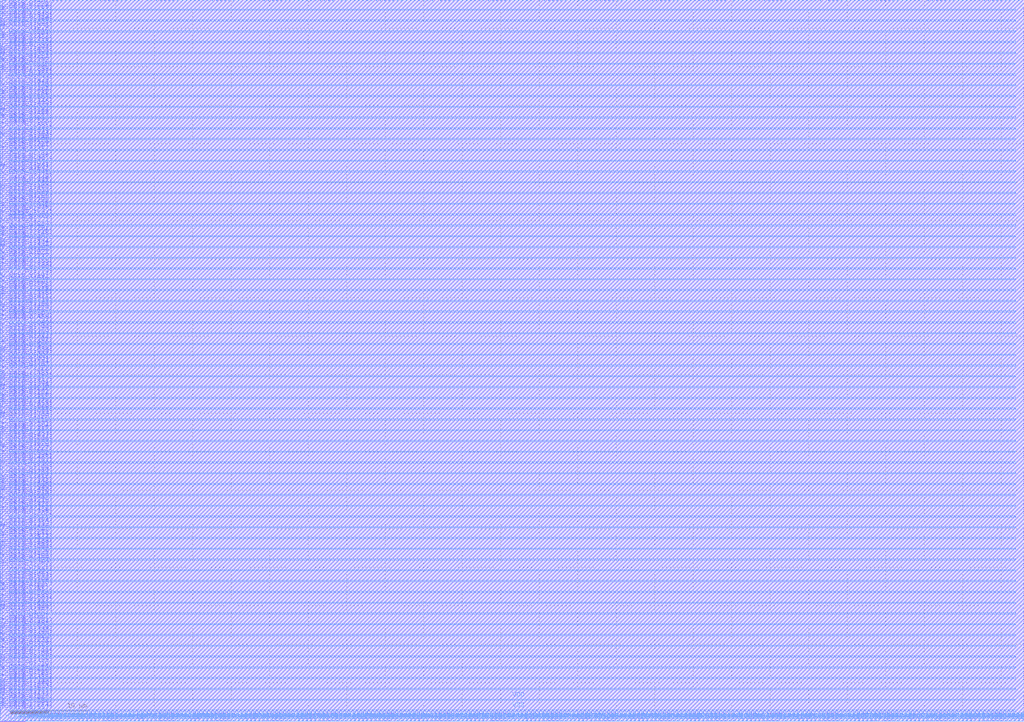
<source format=lef>
VERSION 5.8 ;
BUSBITCHARS "[]" ;
DIVIDERCHAR "/" ;
UNITS
    DATABASE MICRONS 2000 ;
END UNITS

MACRO bsg_mem_p537
  FOREIGN bsg_mem_p537 0 0 ;
  CLASS BLOCK ;
  SIZE 132.975 BY 93.685 ;
  PIN VSS
    USE GROUND ;
    DIRECTION INOUT ;
    PORT
      LAYER metal4 ;
        RECT  1.14 90.915 131.86 91.085 ;
        RECT  1.14 88.115 131.86 88.285 ;
        RECT  1.14 85.315 131.86 85.485 ;
        RECT  1.14 82.515 131.86 82.685 ;
        RECT  1.14 79.715 131.86 79.885 ;
        RECT  1.14 76.915 131.86 77.085 ;
        RECT  1.14 74.115 131.86 74.285 ;
        RECT  1.14 71.315 131.86 71.485 ;
        RECT  1.14 68.515 131.86 68.685 ;
        RECT  1.14 65.715 131.86 65.885 ;
        RECT  1.14 62.915 131.86 63.085 ;
        RECT  1.14 60.115 131.86 60.285 ;
        RECT  1.14 57.315 131.86 57.485 ;
        RECT  1.14 54.515 131.86 54.685 ;
        RECT  1.14 51.715 131.86 51.885 ;
        RECT  1.14 48.915 131.86 49.085 ;
        RECT  1.14 46.115 131.86 46.285 ;
        RECT  1.14 43.315 131.86 43.485 ;
        RECT  1.14 40.515 131.86 40.685 ;
        RECT  1.14 37.715 131.86 37.885 ;
        RECT  1.14 34.915 131.86 35.085 ;
        RECT  1.14 32.115 131.86 32.285 ;
        RECT  1.14 29.315 131.86 29.485 ;
        RECT  1.14 26.515 131.86 26.685 ;
        RECT  1.14 23.715 131.86 23.885 ;
        RECT  1.14 20.915 131.86 21.085 ;
        RECT  1.14 18.115 131.86 18.285 ;
        RECT  1.14 15.315 131.86 15.485 ;
        RECT  1.14 12.515 131.86 12.685 ;
        RECT  1.14 9.715 131.86 9.885 ;
        RECT  1.14 6.915 131.86 7.085 ;
        RECT  1.14 4.115 131.86 4.285 ;
        RECT  1.14 1.315 131.86 1.485 ;
    END
  END VSS
  PIN VDD
    USE POWER ;
    DIRECTION INOUT ;
    PORT
      LAYER metal4 ;
        RECT  1.14 92.315 131.86 92.485 ;
        RECT  1.14 89.515 131.86 89.685 ;
        RECT  1.14 86.715 131.86 86.885 ;
        RECT  1.14 83.915 131.86 84.085 ;
        RECT  1.14 81.115 131.86 81.285 ;
        RECT  1.14 78.315 131.86 78.485 ;
        RECT  1.14 75.515 131.86 75.685 ;
        RECT  1.14 72.715 131.86 72.885 ;
        RECT  1.14 69.915 131.86 70.085 ;
        RECT  1.14 67.115 131.86 67.285 ;
        RECT  1.14 64.315 131.86 64.485 ;
        RECT  1.14 61.515 131.86 61.685 ;
        RECT  1.14 58.715 131.86 58.885 ;
        RECT  1.14 55.915 131.86 56.085 ;
        RECT  1.14 53.115 131.86 53.285 ;
        RECT  1.14 50.315 131.86 50.485 ;
        RECT  1.14 47.515 131.86 47.685 ;
        RECT  1.14 44.715 131.86 44.885 ;
        RECT  1.14 41.915 131.86 42.085 ;
        RECT  1.14 39.115 131.86 39.285 ;
        RECT  1.14 36.315 131.86 36.485 ;
        RECT  1.14 33.515 131.86 33.685 ;
        RECT  1.14 30.715 131.86 30.885 ;
        RECT  1.14 27.915 131.86 28.085 ;
        RECT  1.14 25.115 131.86 25.285 ;
        RECT  1.14 22.315 131.86 22.485 ;
        RECT  1.14 19.515 131.86 19.685 ;
        RECT  1.14 16.715 131.86 16.885 ;
        RECT  1.14 13.915 131.86 14.085 ;
        RECT  1.14 11.115 131.86 11.285 ;
        RECT  1.14 8.315 131.86 8.485 ;
        RECT  1.14 5.515 131.86 5.685 ;
        RECT  1.14 2.715 131.86 2.885 ;
    END
  END VDD
  PIN r_addr_i
    DIRECTION INPUT ;
    USE SIGNAL ;
    PORT
      LAYER metal4 ;
        RECT  80.105 93.545 80.245 93.685 ;
    END
  END r_addr_i
  PIN r_data_o[0]
    DIRECTION OUTPUT ;
    USE SIGNAL ;
    PORT
      LAYER metal4 ;
        RECT  108.105 93.545 108.245 93.685 ;
    END
  END r_data_o[0]
  PIN r_data_o[100]
    DIRECTION OUTPUT ;
    USE SIGNAL ;
    PORT
      LAYER metal3 ;
        RECT  132.905 73.115 132.975 73.185 ;
    END
  END r_data_o[100]
  PIN r_data_o[101]
    DIRECTION OUTPUT ;
    USE SIGNAL ;
    PORT
      LAYER metal3 ;
        RECT  0 80.675 0.07 80.745 ;
    END
  END r_data_o[101]
  PIN r_data_o[102]
    DIRECTION OUTPUT ;
    USE SIGNAL ;
    PORT
      LAYER metal3 ;
        RECT  0 42.035 0.07 42.105 ;
    END
  END r_data_o[102]
  PIN r_data_o[103]
    DIRECTION OUTPUT ;
    USE SIGNAL ;
    PORT
      LAYER metal3 ;
        RECT  0 52.395 0.07 52.465 ;
    END
  END r_data_o[103]
  PIN r_data_o[104]
    DIRECTION OUTPUT ;
    USE SIGNAL ;
    PORT
      LAYER metal3 ;
        RECT  0 8.435 0.07 8.505 ;
    END
  END r_data_o[104]
  PIN r_data_o[105]
    DIRECTION OUTPUT ;
    USE SIGNAL ;
    PORT
      LAYER metal3 ;
        RECT  0 60.515 0.07 60.585 ;
    END
  END r_data_o[105]
  PIN r_data_o[106]
    DIRECTION OUTPUT ;
    USE SIGNAL ;
    PORT
      LAYER metal4 ;
        RECT  96.905 0 97.045 0.14 ;
    END
  END r_data_o[106]
  PIN r_data_o[107]
    DIRECTION OUTPUT ;
    USE SIGNAL ;
    PORT
      LAYER metal3 ;
        RECT  0 8.155 0.07 8.225 ;
    END
  END r_data_o[107]
  PIN r_data_o[108]
    DIRECTION OUTPUT ;
    USE SIGNAL ;
    PORT
      LAYER metal3 ;
        RECT  132.905 86.835 132.975 86.905 ;
    END
  END r_data_o[108]
  PIN r_data_o[109]
    DIRECTION OUTPUT ;
    USE SIGNAL ;
    PORT
      LAYER metal3 ;
        RECT  132.905 70.315 132.975 70.385 ;
    END
  END r_data_o[109]
  PIN r_data_o[10]
    DIRECTION OUTPUT ;
    USE SIGNAL ;
    PORT
      LAYER metal3 ;
        RECT  0 49.595 0.07 49.665 ;
    END
  END r_data_o[10]
  PIN r_data_o[110]
    DIRECTION OUTPUT ;
    USE SIGNAL ;
    PORT
      LAYER metal4 ;
        RECT  75.065 0 75.205 0.14 ;
    END
  END r_data_o[110]
  PIN r_data_o[111]
    DIRECTION OUTPUT ;
    USE SIGNAL ;
    PORT
      LAYER metal3 ;
        RECT  132.905 2.275 132.975 2.345 ;
    END
  END r_data_o[111]
  PIN r_data_o[112]
    DIRECTION OUTPUT ;
    USE SIGNAL ;
    PORT
      LAYER metal3 ;
        RECT  0 87.675 0.07 87.745 ;
    END
  END r_data_o[112]
  PIN r_data_o[113]
    DIRECTION OUTPUT ;
    USE SIGNAL ;
    PORT
      LAYER metal3 ;
        RECT  0 5.915 0.07 5.985 ;
    END
  END r_data_o[113]
  PIN r_data_o[114]
    DIRECTION OUTPUT ;
    USE SIGNAL ;
    PORT
      LAYER metal3 ;
        RECT  132.905 40.915 132.975 40.985 ;
    END
  END r_data_o[114]
  PIN r_data_o[115]
    DIRECTION OUTPUT ;
    USE SIGNAL ;
    PORT
      LAYER metal3 ;
        RECT  0 31.955 0.07 32.025 ;
    END
  END r_data_o[115]
  PIN r_data_o[116]
    DIRECTION OUTPUT ;
    USE SIGNAL ;
    PORT
      LAYER metal4 ;
        RECT  85.145 93.545 85.285 93.685 ;
    END
  END r_data_o[116]
  PIN r_data_o[117]
    DIRECTION OUTPUT ;
    USE SIGNAL ;
    PORT
      LAYER metal3 ;
        RECT  0 57.435 0.07 57.505 ;
    END
  END r_data_o[117]
  PIN r_data_o[118]
    DIRECTION OUTPUT ;
    USE SIGNAL ;
    PORT
      LAYER metal4 ;
        RECT  21.305 93.545 21.445 93.685 ;
    END
  END r_data_o[118]
  PIN r_data_o[119]
    DIRECTION OUTPUT ;
    USE SIGNAL ;
    PORT
      LAYER metal3 ;
        RECT  0 38.395 0.07 38.465 ;
    END
  END r_data_o[119]
  PIN r_data_o[11]
    DIRECTION OUTPUT ;
    USE SIGNAL ;
    PORT
      LAYER metal4 ;
        RECT  19.625 0 19.765 0.14 ;
    END
  END r_data_o[11]
  PIN r_data_o[120]
    DIRECTION OUTPUT ;
    USE SIGNAL ;
    PORT
      LAYER metal3 ;
        RECT  0 74.515 0.07 74.585 ;
    END
  END r_data_o[120]
  PIN r_data_o[121]
    DIRECTION OUTPUT ;
    USE SIGNAL ;
    PORT
      LAYER metal3 ;
        RECT  0 81.515 0.07 81.585 ;
    END
  END r_data_o[121]
  PIN r_data_o[122]
    DIRECTION OUTPUT ;
    USE SIGNAL ;
    PORT
      LAYER metal4 ;
        RECT  60.505 93.545 60.645 93.685 ;
    END
  END r_data_o[122]
  PIN r_data_o[123]
    DIRECTION OUTPUT ;
    USE SIGNAL ;
    PORT
      LAYER metal3 ;
        RECT  132.905 69.755 132.975 69.825 ;
    END
  END r_data_o[123]
  PIN r_data_o[124]
    DIRECTION OUTPUT ;
    USE SIGNAL ;
    PORT
      LAYER metal3 ;
        RECT  0 81.795 0.07 81.865 ;
    END
  END r_data_o[124]
  PIN r_data_o[125]
    DIRECTION OUTPUT ;
    USE SIGNAL ;
    PORT
      LAYER metal4 ;
        RECT  31.385 0 31.525 0.14 ;
    END
  END r_data_o[125]
  PIN r_data_o[126]
    DIRECTION OUTPUT ;
    USE SIGNAL ;
    PORT
      LAYER metal3 ;
        RECT  0 26.635 0.07 26.705 ;
    END
  END r_data_o[126]
  PIN r_data_o[127]
    DIRECTION OUTPUT ;
    USE SIGNAL ;
    PORT
      LAYER metal4 ;
        RECT  83.465 0 83.605 0.14 ;
    END
  END r_data_o[127]
  PIN r_data_o[128]
    DIRECTION OUTPUT ;
    USE SIGNAL ;
    PORT
      LAYER metal3 ;
        RECT  0 17.955 0.07 18.025 ;
    END
  END r_data_o[128]
  PIN r_data_o[129]
    DIRECTION OUTPUT ;
    USE SIGNAL ;
    PORT
      LAYER metal4 ;
        RECT  3.945 93.545 4.085 93.685 ;
    END
  END r_data_o[129]
  PIN r_data_o[12]
    DIRECTION OUTPUT ;
    USE SIGNAL ;
    PORT
      LAYER metal3 ;
        RECT  132.905 54.635 132.975 54.705 ;
    END
  END r_data_o[12]
  PIN r_data_o[130]
    DIRECTION OUTPUT ;
    USE SIGNAL ;
    PORT
      LAYER metal4 ;
        RECT  91.305 0 91.445 0.14 ;
    END
  END r_data_o[130]
  PIN r_data_o[131]
    DIRECTION OUTPUT ;
    USE SIGNAL ;
    PORT
      LAYER metal4 ;
        RECT  53.225 93.545 53.365 93.685 ;
    END
  END r_data_o[131]
  PIN r_data_o[132]
    DIRECTION OUTPUT ;
    USE SIGNAL ;
    PORT
      LAYER metal3 ;
        RECT  132.905 12.635 132.975 12.705 ;
    END
  END r_data_o[132]
  PIN r_data_o[133]
    DIRECTION OUTPUT ;
    USE SIGNAL ;
    PORT
      LAYER metal4 ;
        RECT  50.985 93.545 51.125 93.685 ;
    END
  END r_data_o[133]
  PIN r_data_o[134]
    DIRECTION OUTPUT ;
    USE SIGNAL ;
    PORT
      LAYER metal3 ;
        RECT  132.905 50.715 132.975 50.785 ;
    END
  END r_data_o[134]
  PIN r_data_o[135]
    DIRECTION OUTPUT ;
    USE SIGNAL ;
    PORT
      LAYER metal4 ;
        RECT  86.825 93.545 86.965 93.685 ;
    END
  END r_data_o[135]
  PIN r_data_o[136]
    DIRECTION OUTPUT ;
    USE SIGNAL ;
    PORT
      LAYER metal3 ;
        RECT  0 33.915 0.07 33.985 ;
    END
  END r_data_o[136]
  PIN r_data_o[137]
    DIRECTION OUTPUT ;
    USE SIGNAL ;
    PORT
      LAYER metal3 ;
        RECT  0 73.115 0.07 73.185 ;
    END
  END r_data_o[137]
  PIN r_data_o[138]
    DIRECTION OUTPUT ;
    USE SIGNAL ;
    PORT
      LAYER metal4 ;
        RECT  78.985 0 79.125 0.14 ;
    END
  END r_data_o[138]
  PIN r_data_o[139]
    DIRECTION OUTPUT ;
    USE SIGNAL ;
    PORT
      LAYER metal3 ;
        RECT  132.905 56.035 132.975 56.105 ;
    END
  END r_data_o[139]
  PIN r_data_o[13]
    DIRECTION OUTPUT ;
    USE SIGNAL ;
    PORT
      LAYER metal4 ;
        RECT  15.705 93.545 15.845 93.685 ;
    END
  END r_data_o[13]
  PIN r_data_o[140]
    DIRECTION OUTPUT ;
    USE SIGNAL ;
    PORT
      LAYER metal4 ;
        RECT  76.745 93.545 76.885 93.685 ;
    END
  END r_data_o[140]
  PIN r_data_o[141]
    DIRECTION OUTPUT ;
    USE SIGNAL ;
    PORT
      LAYER metal4 ;
        RECT  104.745 93.545 104.885 93.685 ;
    END
  END r_data_o[141]
  PIN r_data_o[142]
    DIRECTION OUTPUT ;
    USE SIGNAL ;
    PORT
      LAYER metal4 ;
        RECT  52.105 0 52.245 0.14 ;
    END
  END r_data_o[142]
  PIN r_data_o[143]
    DIRECTION OUTPUT ;
    USE SIGNAL ;
    PORT
      LAYER metal3 ;
        RECT  132.905 66.675 132.975 66.745 ;
    END
  END r_data_o[143]
  PIN r_data_o[144]
    DIRECTION OUTPUT ;
    USE SIGNAL ;
    PORT
      LAYER metal4 ;
        RECT  5.065 0 5.205 0.14 ;
    END
  END r_data_o[144]
  PIN r_data_o[145]
    DIRECTION OUTPUT ;
    USE SIGNAL ;
    PORT
      LAYER metal3 ;
        RECT  132.905 65.835 132.975 65.905 ;
    END
  END r_data_o[145]
  PIN r_data_o[146]
    DIRECTION OUTPUT ;
    USE SIGNAL ;
    PORT
      LAYER metal4 ;
        RECT  112.585 93.545 112.725 93.685 ;
    END
  END r_data_o[146]
  PIN r_data_o[147]
    DIRECTION OUTPUT ;
    USE SIGNAL ;
    PORT
      LAYER metal3 ;
        RECT  132.905 26.915 132.975 26.985 ;
    END
  END r_data_o[147]
  PIN r_data_o[148]
    DIRECTION OUTPUT ;
    USE SIGNAL ;
    PORT
      LAYER metal3 ;
        RECT  132.905 55.755 132.975 55.825 ;
    END
  END r_data_o[148]
  PIN r_data_o[149]
    DIRECTION OUTPUT ;
    USE SIGNAL ;
    PORT
      LAYER metal4 ;
        RECT  52.665 93.545 52.805 93.685 ;
    END
  END r_data_o[149]
  PIN r_data_o[14]
    DIRECTION OUTPUT ;
    USE SIGNAL ;
    PORT
      LAYER metal3 ;
        RECT  0 53.795 0.07 53.865 ;
    END
  END r_data_o[14]
  PIN r_data_o[150]
    DIRECTION OUTPUT ;
    USE SIGNAL ;
    PORT
      LAYER metal3 ;
        RECT  0 72.835 0.07 72.905 ;
    END
  END r_data_o[150]
  PIN r_data_o[151]
    DIRECTION OUTPUT ;
    USE SIGNAL ;
    PORT
      LAYER metal4 ;
        RECT  65.545 0 65.685 0.14 ;
    END
  END r_data_o[151]
  PIN r_data_o[152]
    DIRECTION OUTPUT ;
    USE SIGNAL ;
    PORT
      LAYER metal3 ;
        RECT  0 67.235 0.07 67.305 ;
    END
  END r_data_o[152]
  PIN r_data_o[153]
    DIRECTION OUTPUT ;
    USE SIGNAL ;
    PORT
      LAYER metal4 ;
        RECT  59.385 0 59.525 0.14 ;
    END
  END r_data_o[153]
  PIN r_data_o[154]
    DIRECTION OUTPUT ;
    USE SIGNAL ;
    PORT
      LAYER metal3 ;
        RECT  132.905 10.115 132.975 10.185 ;
    END
  END r_data_o[154]
  PIN r_data_o[155]
    DIRECTION OUTPUT ;
    USE SIGNAL ;
    PORT
      LAYER metal3 ;
        RECT  0 59.115 0.07 59.185 ;
    END
  END r_data_o[155]
  PIN r_data_o[156]
    DIRECTION OUTPUT ;
    USE SIGNAL ;
    PORT
      LAYER metal3 ;
        RECT  0 83.475 0.07 83.545 ;
    END
  END r_data_o[156]
  PIN r_data_o[157]
    DIRECTION OUTPUT ;
    USE SIGNAL ;
    PORT
      LAYER metal3 ;
        RECT  132.905 31.395 132.975 31.465 ;
    END
  END r_data_o[157]
  PIN r_data_o[158]
    DIRECTION OUTPUT ;
    USE SIGNAL ;
    PORT
      LAYER metal3 ;
        RECT  132.905 24.115 132.975 24.185 ;
    END
  END r_data_o[158]
  PIN r_data_o[159]
    DIRECTION OUTPUT ;
    USE SIGNAL ;
    PORT
      LAYER metal3 ;
        RECT  132.905 44.275 132.975 44.345 ;
    END
  END r_data_o[159]
  PIN r_data_o[15]
    DIRECTION OUTPUT ;
    USE SIGNAL ;
    PORT
      LAYER metal4 ;
        RECT  35.865 0 36.005 0.14 ;
    END
  END r_data_o[15]
  PIN r_data_o[160]
    DIRECTION OUTPUT ;
    USE SIGNAL ;
    PORT
      LAYER metal3 ;
        RECT  0 28.595 0.07 28.665 ;
    END
  END r_data_o[160]
  PIN r_data_o[161]
    DIRECTION OUTPUT ;
    USE SIGNAL ;
    PORT
      LAYER metal4 ;
        RECT  63.865 93.545 64.005 93.685 ;
    END
  END r_data_o[161]
  PIN r_data_o[162]
    DIRECTION OUTPUT ;
    USE SIGNAL ;
    PORT
      LAYER metal4 ;
        RECT  94.665 0 94.805 0.14 ;
    END
  END r_data_o[162]
  PIN r_data_o[163]
    DIRECTION OUTPUT ;
    USE SIGNAL ;
    PORT
      LAYER metal4 ;
        RECT  29.145 0 29.285 0.14 ;
    END
  END r_data_o[163]
  PIN r_data_o[164]
    DIRECTION OUTPUT ;
    USE SIGNAL ;
    PORT
      LAYER metal4 ;
        RECT  26.345 0 26.485 0.14 ;
    END
  END r_data_o[164]
  PIN r_data_o[165]
    DIRECTION OUTPUT ;
    USE SIGNAL ;
    PORT
      LAYER metal3 ;
        RECT  0 32.235 0.07 32.305 ;
    END
  END r_data_o[165]
  PIN r_data_o[166]
    DIRECTION OUTPUT ;
    USE SIGNAL ;
    PORT
      LAYER metal3 ;
        RECT  0 87.395 0.07 87.465 ;
    END
  END r_data_o[166]
  PIN r_data_o[167]
    DIRECTION OUTPUT ;
    USE SIGNAL ;
    PORT
      LAYER metal4 ;
        RECT  34.745 93.545 34.885 93.685 ;
    END
  END r_data_o[167]
  PIN r_data_o[168]
    DIRECTION OUTPUT ;
    USE SIGNAL ;
    PORT
      LAYER metal3 ;
        RECT  0 20.755 0.07 20.825 ;
    END
  END r_data_o[168]
  PIN r_data_o[169]
    DIRECTION OUTPUT ;
    USE SIGNAL ;
    PORT
      LAYER metal4 ;
        RECT  14.585 93.545 14.725 93.685 ;
    END
  END r_data_o[169]
  PIN r_data_o[16]
    DIRECTION OUTPUT ;
    USE SIGNAL ;
    PORT
      LAYER metal4 ;
        RECT  90.185 93.545 90.325 93.685 ;
    END
  END r_data_o[16]
  PIN r_data_o[170]
    DIRECTION OUTPUT ;
    USE SIGNAL ;
    PORT
      LAYER metal4 ;
        RECT  32.505 0 32.645 0.14 ;
    END
  END r_data_o[170]
  PIN r_data_o[171]
    DIRECTION OUTPUT ;
    USE SIGNAL ;
    PORT
      LAYER metal4 ;
        RECT  89.625 0 89.765 0.14 ;
    END
  END r_data_o[171]
  PIN r_data_o[172]
    DIRECTION OUTPUT ;
    USE SIGNAL ;
    PORT
      LAYER metal4 ;
        RECT  63.865 0 64.005 0.14 ;
    END
  END r_data_o[172]
  PIN r_data_o[173]
    DIRECTION OUTPUT ;
    USE SIGNAL ;
    PORT
      LAYER metal3 ;
        RECT  0 50.155 0.07 50.225 ;
    END
  END r_data_o[173]
  PIN r_data_o[174]
    DIRECTION OUTPUT ;
    USE SIGNAL ;
    PORT
      LAYER metal4 ;
        RECT  28.585 93.545 28.725 93.685 ;
    END
  END r_data_o[174]
  PIN r_data_o[175]
    DIRECTION OUTPUT ;
    USE SIGNAL ;
    PORT
      LAYER metal4 ;
        RECT  13.465 93.545 13.605 93.685 ;
    END
  END r_data_o[175]
  PIN r_data_o[176]
    DIRECTION OUTPUT ;
    USE SIGNAL ;
    PORT
      LAYER metal3 ;
        RECT  132.905 33.355 132.975 33.425 ;
    END
  END r_data_o[176]
  PIN r_data_o[177]
    DIRECTION OUTPUT ;
    USE SIGNAL ;
    PORT
      LAYER metal3 ;
        RECT  0 80.115 0.07 80.185 ;
    END
  END r_data_o[177]
  PIN r_data_o[178]
    DIRECTION OUTPUT ;
    USE SIGNAL ;
    PORT
      LAYER metal3 ;
        RECT  132.905 5.635 132.975 5.705 ;
    END
  END r_data_o[178]
  PIN r_data_o[179]
    DIRECTION OUTPUT ;
    USE SIGNAL ;
    PORT
      LAYER metal4 ;
        RECT  112.025 93.545 112.165 93.685 ;
    END
  END r_data_o[179]
  PIN r_data_o[17]
    DIRECTION OUTPUT ;
    USE SIGNAL ;
    PORT
      LAYER metal3 ;
        RECT  0 42.315 0.07 42.385 ;
    END
  END r_data_o[17]
  PIN r_data_o[180]
    DIRECTION OUTPUT ;
    USE SIGNAL ;
    PORT
      LAYER metal3 ;
        RECT  132.905 68.635 132.975 68.705 ;
    END
  END r_data_o[180]
  PIN r_data_o[181]
    DIRECTION OUTPUT ;
    USE SIGNAL ;
    PORT
      LAYER metal3 ;
        RECT  0 33.355 0.07 33.425 ;
    END
  END r_data_o[181]
  PIN r_data_o[182]
    DIRECTION OUTPUT ;
    USE SIGNAL ;
    PORT
      LAYER metal4 ;
        RECT  116.505 93.545 116.645 93.685 ;
    END
  END r_data_o[182]
  PIN r_data_o[183]
    DIRECTION OUTPUT ;
    USE SIGNAL ;
    PORT
      LAYER metal4 ;
        RECT  123.785 0 123.925 0.14 ;
    END
  END r_data_o[183]
  PIN r_data_o[184]
    DIRECTION OUTPUT ;
    USE SIGNAL ;
    PORT
      LAYER metal4 ;
        RECT  5.625 93.545 5.765 93.685 ;
    END
  END r_data_o[184]
  PIN r_data_o[185]
    DIRECTION OUTPUT ;
    USE SIGNAL ;
    PORT
      LAYER metal3 ;
        RECT  132.905 83.195 132.975 83.265 ;
    END
  END r_data_o[185]
  PIN r_data_o[186]
    DIRECTION OUTPUT ;
    USE SIGNAL ;
    PORT
      LAYER metal3 ;
        RECT  0 17.675 0.07 17.745 ;
    END
  END r_data_o[186]
  PIN r_data_o[187]
    DIRECTION OUTPUT ;
    USE SIGNAL ;
    PORT
      LAYER metal4 ;
        RECT  44.265 93.545 44.405 93.685 ;
    END
  END r_data_o[187]
  PIN r_data_o[188]
    DIRECTION OUTPUT ;
    USE SIGNAL ;
    PORT
      LAYER metal4 ;
        RECT  6.185 0 6.325 0.14 ;
    END
  END r_data_o[188]
  PIN r_data_o[189]
    DIRECTION OUTPUT ;
    USE SIGNAL ;
    PORT
      LAYER metal4 ;
        RECT  111.465 0 111.605 0.14 ;
    END
  END r_data_o[189]
  PIN r_data_o[18]
    DIRECTION OUTPUT ;
    USE SIGNAL ;
    PORT
      LAYER metal3 ;
        RECT  132.905 52.115 132.975 52.185 ;
    END
  END r_data_o[18]
  PIN r_data_o[190]
    DIRECTION OUTPUT ;
    USE SIGNAL ;
    PORT
      LAYER metal3 ;
        RECT  132.905 61.915 132.975 61.985 ;
    END
  END r_data_o[190]
  PIN r_data_o[191]
    DIRECTION OUTPUT ;
    USE SIGNAL ;
    PORT
      LAYER metal3 ;
        RECT  132.905 77.035 132.975 77.105 ;
    END
  END r_data_o[191]
  PIN r_data_o[192]
    DIRECTION OUTPUT ;
    USE SIGNAL ;
    PORT
      LAYER metal3 ;
        RECT  0 58.275 0.07 58.345 ;
    END
  END r_data_o[192]
  PIN r_data_o[193]
    DIRECTION OUTPUT ;
    USE SIGNAL ;
    PORT
      LAYER metal3 ;
        RECT  132.905 1.155 132.975 1.225 ;
    END
  END r_data_o[193]
  PIN r_data_o[194]
    DIRECTION OUTPUT ;
    USE SIGNAL ;
    PORT
      LAYER metal4 ;
        RECT  118.745 0 118.885 0.14 ;
    END
  END r_data_o[194]
  PIN r_data_o[195]
    DIRECTION OUTPUT ;
    USE SIGNAL ;
    PORT
      LAYER metal3 ;
        RECT  0 78.435 0.07 78.505 ;
    END
  END r_data_o[195]
  PIN r_data_o[196]
    DIRECTION OUTPUT ;
    USE SIGNAL ;
    PORT
      LAYER metal4 ;
        RECT  2.825 0 2.965 0.14 ;
    END
  END r_data_o[196]
  PIN r_data_o[197]
    DIRECTION OUTPUT ;
    USE SIGNAL ;
    PORT
      LAYER metal3 ;
        RECT  132.905 73.675 132.975 73.745 ;
    END
  END r_data_o[197]
  PIN r_data_o[198]
    DIRECTION OUTPUT ;
    USE SIGNAL ;
    PORT
      LAYER metal3 ;
        RECT  132.905 58.555 132.975 58.625 ;
    END
  END r_data_o[198]
  PIN r_data_o[199]
    DIRECTION OUTPUT ;
    USE SIGNAL ;
    PORT
      LAYER metal4 ;
        RECT  1.145 93.545 1.285 93.685 ;
    END
  END r_data_o[199]
  PIN r_data_o[19]
    DIRECTION OUTPUT ;
    USE SIGNAL ;
    PORT
      LAYER metal4 ;
        RECT  20.745 93.545 20.885 93.685 ;
    END
  END r_data_o[19]
  PIN r_data_o[1]
    DIRECTION OUTPUT ;
    USE SIGNAL ;
    PORT
      LAYER metal3 ;
        RECT  0 8.715 0.07 8.785 ;
    END
  END r_data_o[1]
  PIN r_data_o[200]
    DIRECTION OUTPUT ;
    USE SIGNAL ;
    PORT
      LAYER metal4 ;
        RECT  30.265 93.545 30.405 93.685 ;
    END
  END r_data_o[200]
  PIN r_data_o[201]
    DIRECTION OUTPUT ;
    USE SIGNAL ;
    PORT
      LAYER metal3 ;
        RECT  132.905 51.555 132.975 51.625 ;
    END
  END r_data_o[201]
  PIN r_data_o[202]
    DIRECTION OUTPUT ;
    USE SIGNAL ;
    PORT
      LAYER metal3 ;
        RECT  0 26.355 0.07 26.425 ;
    END
  END r_data_o[202]
  PIN r_data_o[203]
    DIRECTION OUTPUT ;
    USE SIGNAL ;
    PORT
      LAYER metal3 ;
        RECT  132.905 33.915 132.975 33.985 ;
    END
  END r_data_o[203]
  PIN r_data_o[204]
    DIRECTION OUTPUT ;
    USE SIGNAL ;
    PORT
      LAYER metal4 ;
        RECT  120.985 0 121.125 0.14 ;
    END
  END r_data_o[204]
  PIN r_data_o[205]
    DIRECTION OUTPUT ;
    USE SIGNAL ;
    PORT
      LAYER metal3 ;
        RECT  132.905 60.235 132.975 60.305 ;
    END
  END r_data_o[205]
  PIN r_data_o[206]
    DIRECTION OUTPUT ;
    USE SIGNAL ;
    PORT
      LAYER metal4 ;
        RECT  44.265 0 44.405 0.14 ;
    END
  END r_data_o[206]
  PIN r_data_o[207]
    DIRECTION OUTPUT ;
    USE SIGNAL ;
    PORT
      LAYER metal3 ;
        RECT  132.905 91.035 132.975 91.105 ;
    END
  END r_data_o[207]
  PIN r_data_o[208]
    DIRECTION OUTPUT ;
    USE SIGNAL ;
    PORT
      LAYER metal4 ;
        RECT  36.985 0 37.125 0.14 ;
    END
  END r_data_o[208]
  PIN r_data_o[209]
    DIRECTION OUTPUT ;
    USE SIGNAL ;
    PORT
      LAYER metal3 ;
        RECT  0 49.875 0.07 49.945 ;
    END
  END r_data_o[209]
  PIN r_data_o[20]
    DIRECTION OUTPUT ;
    USE SIGNAL ;
    PORT
      LAYER metal3 ;
        RECT  132.905 19.075 132.975 19.145 ;
    END
  END r_data_o[20]
  PIN r_data_o[210]
    DIRECTION OUTPUT ;
    USE SIGNAL ;
    PORT
      LAYER metal3 ;
        RECT  0 28.035 0.07 28.105 ;
    END
  END r_data_o[210]
  PIN r_data_o[211]
    DIRECTION OUTPUT ;
    USE SIGNAL ;
    PORT
      LAYER metal4 ;
        RECT  77.305 0 77.445 0.14 ;
    END
  END r_data_o[211]
  PIN r_data_o[212]
    DIRECTION OUTPUT ;
    USE SIGNAL ;
    PORT
      LAYER metal4 ;
        RECT  100.265 93.545 100.405 93.685 ;
    END
  END r_data_o[212]
  PIN r_data_o[213]
    DIRECTION OUTPUT ;
    USE SIGNAL ;
    PORT
      LAYER metal3 ;
        RECT  132.905 45.955 132.975 46.025 ;
    END
  END r_data_o[213]
  PIN r_data_o[214]
    DIRECTION OUTPUT ;
    USE SIGNAL ;
    PORT
      LAYER metal4 ;
        RECT  69.465 0 69.605 0.14 ;
    END
  END r_data_o[214]
  PIN r_data_o[215]
    DIRECTION OUTPUT ;
    USE SIGNAL ;
    PORT
      LAYER metal3 ;
        RECT  0 28.875 0.07 28.945 ;
    END
  END r_data_o[215]
  PIN r_data_o[216]
    DIRECTION OUTPUT ;
    USE SIGNAL ;
    PORT
      LAYER metal3 ;
        RECT  132.905 61.635 132.975 61.705 ;
    END
  END r_data_o[216]
  PIN r_data_o[217]
    DIRECTION OUTPUT ;
    USE SIGNAL ;
    PORT
      LAYER metal3 ;
        RECT  132.905 50.155 132.975 50.225 ;
    END
  END r_data_o[217]
  PIN r_data_o[218]
    DIRECTION OUTPUT ;
    USE SIGNAL ;
    PORT
      LAYER metal3 ;
        RECT  0 66.115 0.07 66.185 ;
    END
  END r_data_o[218]
  PIN r_data_o[219]
    DIRECTION OUTPUT ;
    USE SIGNAL ;
    PORT
      LAYER metal4 ;
        RECT  58.825 93.545 58.965 93.685 ;
    END
  END r_data_o[219]
  PIN r_data_o[21]
    DIRECTION OUTPUT ;
    USE SIGNAL ;
    PORT
      LAYER metal4 ;
        RECT  102.505 0 102.645 0.14 ;
    END
  END r_data_o[21]
  PIN r_data_o[220]
    DIRECTION OUTPUT ;
    USE SIGNAL ;
    PORT
      LAYER metal3 ;
        RECT  132.905 46.515 132.975 46.585 ;
    END
  END r_data_o[220]
  PIN r_data_o[221]
    DIRECTION OUTPUT ;
    USE SIGNAL ;
    PORT
      LAYER metal4 ;
        RECT  17.945 93.545 18.085 93.685 ;
    END
  END r_data_o[221]
  PIN r_data_o[222]
    DIRECTION OUTPUT ;
    USE SIGNAL ;
    PORT
      LAYER metal4 ;
        RECT  126.025 0 126.165 0.14 ;
    END
  END r_data_o[222]
  PIN r_data_o[223]
    DIRECTION OUTPUT ;
    USE SIGNAL ;
    PORT
      LAYER metal3 ;
        RECT  132.905 40.075 132.975 40.145 ;
    END
  END r_data_o[223]
  PIN r_data_o[224]
    DIRECTION OUTPUT ;
    USE SIGNAL ;
    PORT
      LAYER metal4 ;
        RECT  36.425 93.545 36.565 93.685 ;
    END
  END r_data_o[224]
  PIN r_data_o[225]
    DIRECTION OUTPUT ;
    USE SIGNAL ;
    PORT
      LAYER metal4 ;
        RECT  66.665 0 66.805 0.14 ;
    END
  END r_data_o[225]
  PIN r_data_o[226]
    DIRECTION OUTPUT ;
    USE SIGNAL ;
    PORT
      LAYER metal3 ;
        RECT  132.905 82.635 132.975 82.705 ;
    END
  END r_data_o[226]
  PIN r_data_o[227]
    DIRECTION OUTPUT ;
    USE SIGNAL ;
    PORT
      LAYER metal3 ;
        RECT  0 15.155 0.07 15.225 ;
    END
  END r_data_o[227]
  PIN r_data_o[228]
    DIRECTION OUTPUT ;
    USE SIGNAL ;
    PORT
      LAYER metal4 ;
        RECT  19.065 0 19.205 0.14 ;
    END
  END r_data_o[228]
  PIN r_data_o[229]
    DIRECTION OUTPUT ;
    USE SIGNAL ;
    PORT
      LAYER metal4 ;
        RECT  44.825 0 44.965 0.14 ;
    END
  END r_data_o[229]
  PIN r_data_o[22]
    DIRECTION OUTPUT ;
    USE SIGNAL ;
    PORT
      LAYER metal3 ;
        RECT  132.905 25.795 132.975 25.865 ;
    END
  END r_data_o[22]
  PIN r_data_o[230]
    DIRECTION OUTPUT ;
    USE SIGNAL ;
    PORT
      LAYER metal4 ;
        RECT  95.785 93.545 95.925 93.685 ;
    END
  END r_data_o[230]
  PIN r_data_o[231]
    DIRECTION OUTPUT ;
    USE SIGNAL ;
    PORT
      LAYER metal4 ;
        RECT  104.185 93.545 104.325 93.685 ;
    END
  END r_data_o[231]
  PIN r_data_o[232]
    DIRECTION OUTPUT ;
    USE SIGNAL ;
    PORT
      LAYER metal3 ;
        RECT  132.905 17.955 132.975 18.025 ;
    END
  END r_data_o[232]
  PIN r_data_o[233]
    DIRECTION OUTPUT ;
    USE SIGNAL ;
    PORT
      LAYER metal4 ;
        RECT  33.065 0 33.205 0.14 ;
    END
  END r_data_o[233]
  PIN r_data_o[234]
    DIRECTION OUTPUT ;
    USE SIGNAL ;
    PORT
      LAYER metal3 ;
        RECT  0 36.155 0.07 36.225 ;
    END
  END r_data_o[234]
  PIN r_data_o[235]
    DIRECTION OUTPUT ;
    USE SIGNAL ;
    PORT
      LAYER metal4 ;
        RECT  66.105 93.545 66.245 93.685 ;
    END
  END r_data_o[235]
  PIN r_data_o[236]
    DIRECTION OUTPUT ;
    USE SIGNAL ;
    PORT
      LAYER metal3 ;
        RECT  132.905 66.955 132.975 67.025 ;
    END
  END r_data_o[236]
  PIN r_data_o[237]
    DIRECTION OUTPUT ;
    USE SIGNAL ;
    PORT
      LAYER metal4 ;
        RECT  59.945 93.545 60.085 93.685 ;
    END
  END r_data_o[237]
  PIN r_data_o[238]
    DIRECTION OUTPUT ;
    USE SIGNAL ;
    PORT
      LAYER metal3 ;
        RECT  0 48.475 0.07 48.545 ;
    END
  END r_data_o[238]
  PIN r_data_o[239]
    DIRECTION OUTPUT ;
    USE SIGNAL ;
    PORT
      LAYER metal4 ;
        RECT  11.785 93.545 11.925 93.685 ;
    END
  END r_data_o[239]
  PIN r_data_o[23]
    DIRECTION OUTPUT ;
    USE SIGNAL ;
    PORT
      LAYER metal4 ;
        RECT  68.345 0 68.485 0.14 ;
    END
  END r_data_o[23]
  PIN r_data_o[240]
    DIRECTION OUTPUT ;
    USE SIGNAL ;
    PORT
      LAYER metal3 ;
        RECT  132.905 88.795 132.975 88.865 ;
    END
  END r_data_o[240]
  PIN r_data_o[241]
    DIRECTION OUTPUT ;
    USE SIGNAL ;
    PORT
      LAYER metal4 ;
        RECT  43.145 93.545 43.285 93.685 ;
    END
  END r_data_o[241]
  PIN r_data_o[242]
    DIRECTION OUTPUT ;
    USE SIGNAL ;
    PORT
      LAYER metal3 ;
        RECT  132.905 49.035 132.975 49.105 ;
    END
  END r_data_o[242]
  PIN r_data_o[243]
    DIRECTION OUTPUT ;
    USE SIGNAL ;
    PORT
      LAYER metal3 ;
        RECT  0 18.515 0.07 18.585 ;
    END
  END r_data_o[243]
  PIN r_data_o[244]
    DIRECTION OUTPUT ;
    USE SIGNAL ;
    PORT
      LAYER metal3 ;
        RECT  0 77.595 0.07 77.665 ;
    END
  END r_data_o[244]
  PIN r_data_o[245]
    DIRECTION OUTPUT ;
    USE SIGNAL ;
    PORT
      LAYER metal4 ;
        RECT  70.585 0 70.725 0.14 ;
    END
  END r_data_o[245]
  PIN r_data_o[246]
    DIRECTION OUTPUT ;
    USE SIGNAL ;
    PORT
      LAYER metal3 ;
        RECT  132.905 87.955 132.975 88.025 ;
    END
  END r_data_o[246]
  PIN r_data_o[247]
    DIRECTION OUTPUT ;
    USE SIGNAL ;
    PORT
      LAYER metal4 ;
        RECT  55.465 0 55.605 0.14 ;
    END
  END r_data_o[247]
  PIN r_data_o[248]
    DIRECTION OUTPUT ;
    USE SIGNAL ;
    PORT
      LAYER metal3 ;
        RECT  132.905 64.995 132.975 65.065 ;
    END
  END r_data_o[248]
  PIN r_data_o[249]
    DIRECTION OUTPUT ;
    USE SIGNAL ;
    PORT
      LAYER metal3 ;
        RECT  132.905 59.955 132.975 60.025 ;
    END
  END r_data_o[249]
  PIN r_data_o[24]
    DIRECTION OUTPUT ;
    USE SIGNAL ;
    PORT
      LAYER metal4 ;
        RECT  1.145 0 1.285 0.14 ;
    END
  END r_data_o[24]
  PIN r_data_o[250]
    DIRECTION OUTPUT ;
    USE SIGNAL ;
    PORT
      LAYER metal4 ;
        RECT  24.665 0 24.805 0.14 ;
    END
  END r_data_o[250]
  PIN r_data_o[251]
    DIRECTION OUTPUT ;
    USE SIGNAL ;
    PORT
      LAYER metal3 ;
        RECT  0 36.715 0.07 36.785 ;
    END
  END r_data_o[251]
  PIN r_data_o[252]
    DIRECTION OUTPUT ;
    USE SIGNAL ;
    PORT
      LAYER metal3 ;
        RECT  132.905 85.995 132.975 86.065 ;
    END
  END r_data_o[252]
  PIN r_data_o[253]
    DIRECTION OUTPUT ;
    USE SIGNAL ;
    PORT
      LAYER metal3 ;
        RECT  132.905 91.315 132.975 91.385 ;
    END
  END r_data_o[253]
  PIN r_data_o[254]
    DIRECTION OUTPUT ;
    USE SIGNAL ;
    PORT
      LAYER metal3 ;
        RECT  0 74.795 0.07 74.865 ;
    END
  END r_data_o[254]
  PIN r_data_o[255]
    DIRECTION OUTPUT ;
    USE SIGNAL ;
    PORT
      LAYER metal3 ;
        RECT  132.905 11.515 132.975 11.585 ;
    END
  END r_data_o[255]
  PIN r_data_o[256]
    DIRECTION OUTPUT ;
    USE SIGNAL ;
    PORT
      LAYER metal3 ;
        RECT  132.905 90.475 132.975 90.545 ;
    END
  END r_data_o[256]
  PIN r_data_o[257]
    DIRECTION OUTPUT ;
    USE SIGNAL ;
    PORT
      LAYER metal3 ;
        RECT  0 12.355 0.07 12.425 ;
    END
  END r_data_o[257]
  PIN r_data_o[258]
    DIRECTION OUTPUT ;
    USE SIGNAL ;
    PORT
      LAYER metal4 ;
        RECT  14.025 93.545 14.165 93.685 ;
    END
  END r_data_o[258]
  PIN r_data_o[259]
    DIRECTION OUTPUT ;
    USE SIGNAL ;
    PORT
      LAYER metal3 ;
        RECT  0 75.075 0.07 75.145 ;
    END
  END r_data_o[259]
  PIN r_data_o[25]
    DIRECTION OUTPUT ;
    USE SIGNAL ;
    PORT
      LAYER metal4 ;
        RECT  129.945 93.545 130.085 93.685 ;
    END
  END r_data_o[25]
  PIN r_data_o[260]
    DIRECTION OUTPUT ;
    USE SIGNAL ;
    PORT
      LAYER metal3 ;
        RECT  0 15.995 0.07 16.065 ;
    END
  END r_data_o[260]
  PIN r_data_o[261]
    DIRECTION OUTPUT ;
    USE SIGNAL ;
    PORT
      LAYER metal3 ;
        RECT  132.905 14.035 132.975 14.105 ;
    END
  END r_data_o[261]
  PIN r_data_o[262]
    DIRECTION OUTPUT ;
    USE SIGNAL ;
    PORT
      LAYER metal3 ;
        RECT  0 24.115 0.07 24.185 ;
    END
  END r_data_o[262]
  PIN r_data_o[263]
    DIRECTION OUTPUT ;
    USE SIGNAL ;
    PORT
      LAYER metal4 ;
        RECT  92.425 93.545 92.565 93.685 ;
    END
  END r_data_o[263]
  PIN r_data_o[264]
    DIRECTION OUTPUT ;
    USE SIGNAL ;
    PORT
      LAYER metal4 ;
        RECT  101.945 93.545 102.085 93.685 ;
    END
  END r_data_o[264]
  PIN r_data_o[265]
    DIRECTION OUTPUT ;
    USE SIGNAL ;
    PORT
      LAYER metal4 ;
        RECT  37.545 0 37.685 0.14 ;
    END
  END r_data_o[265]
  PIN r_data_o[266]
    DIRECTION OUTPUT ;
    USE SIGNAL ;
    PORT
      LAYER metal4 ;
        RECT  91.305 93.545 91.445 93.685 ;
    END
  END r_data_o[266]
  PIN r_data_o[267]
    DIRECTION OUTPUT ;
    USE SIGNAL ;
    PORT
      LAYER metal3 ;
        RECT  132.905 26.635 132.975 26.705 ;
    END
  END r_data_o[267]
  PIN r_data_o[268]
    DIRECTION OUTPUT ;
    USE SIGNAL ;
    PORT
      LAYER metal3 ;
        RECT  0 69.195 0.07 69.265 ;
    END
  END r_data_o[268]
  PIN r_data_o[269]
    DIRECTION OUTPUT ;
    USE SIGNAL ;
    PORT
      LAYER metal4 ;
        RECT  100.265 0 100.405 0.14 ;
    END
  END r_data_o[269]
  PIN r_data_o[26]
    DIRECTION OUTPUT ;
    USE SIGNAL ;
    PORT
      LAYER metal4 ;
        RECT  105.305 0 105.445 0.14 ;
    END
  END r_data_o[26]
  PIN r_data_o[270]
    DIRECTION OUTPUT ;
    USE SIGNAL ;
    PORT
      LAYER metal3 ;
        RECT  0 40.355 0.07 40.425 ;
    END
  END r_data_o[270]
  PIN r_data_o[271]
    DIRECTION OUTPUT ;
    USE SIGNAL ;
    PORT
      LAYER metal4 ;
        RECT  35.865 93.545 36.005 93.685 ;
    END
  END r_data_o[271]
  PIN r_data_o[272]
    DIRECTION OUTPUT ;
    USE SIGNAL ;
    PORT
      LAYER metal3 ;
        RECT  132.905 39.515 132.975 39.585 ;
    END
  END r_data_o[272]
  PIN r_data_o[273]
    DIRECTION OUTPUT ;
    USE SIGNAL ;
    PORT
      LAYER metal4 ;
        RECT  121.545 93.545 121.685 93.685 ;
    END
  END r_data_o[273]
  PIN r_data_o[274]
    DIRECTION OUTPUT ;
    USE SIGNAL ;
    PORT
      LAYER metal3 ;
        RECT  132.905 51.835 132.975 51.905 ;
    END
  END r_data_o[274]
  PIN r_data_o[275]
    DIRECTION OUTPUT ;
    USE SIGNAL ;
    PORT
      LAYER metal4 ;
        RECT  64.425 93.545 64.565 93.685 ;
    END
  END r_data_o[275]
  PIN r_data_o[276]
    DIRECTION OUTPUT ;
    USE SIGNAL ;
    PORT
      LAYER metal3 ;
        RECT  132.905 68.355 132.975 68.425 ;
    END
  END r_data_o[276]
  PIN r_data_o[277]
    DIRECTION OUTPUT ;
    USE SIGNAL ;
    PORT
      LAYER metal3 ;
        RECT  132.905 64.155 132.975 64.225 ;
    END
  END r_data_o[277]
  PIN r_data_o[278]
    DIRECTION OUTPUT ;
    USE SIGNAL ;
    PORT
      LAYER metal3 ;
        RECT  132.905 40.355 132.975 40.425 ;
    END
  END r_data_o[278]
  PIN r_data_o[279]
    DIRECTION OUTPUT ;
    USE SIGNAL ;
    PORT
      LAYER metal3 ;
        RECT  132.905 69.195 132.975 69.265 ;
    END
  END r_data_o[279]
  PIN r_data_o[27]
    DIRECTION OUTPUT ;
    USE SIGNAL ;
    PORT
      LAYER metal4 ;
        RECT  60.505 0 60.645 0.14 ;
    END
  END r_data_o[27]
  PIN r_data_o[280]
    DIRECTION OUTPUT ;
    USE SIGNAL ;
    PORT
      LAYER metal3 ;
        RECT  132.905 54.355 132.975 54.425 ;
    END
  END r_data_o[280]
  PIN r_data_o[281]
    DIRECTION OUTPUT ;
    USE SIGNAL ;
    PORT
      LAYER metal3 ;
        RECT  0 85.715 0.07 85.785 ;
    END
  END r_data_o[281]
  PIN r_data_o[282]
    DIRECTION OUTPUT ;
    USE SIGNAL ;
    PORT
      LAYER metal4 ;
        RECT  22.985 93.545 23.125 93.685 ;
    END
  END r_data_o[282]
  PIN r_data_o[283]
    DIRECTION OUTPUT ;
    USE SIGNAL ;
    PORT
      LAYER metal3 ;
        RECT  132.905 37.835 132.975 37.905 ;
    END
  END r_data_o[283]
  PIN r_data_o[284]
    DIRECTION OUTPUT ;
    USE SIGNAL ;
    PORT
      LAYER metal4 ;
        RECT  38.105 93.545 38.245 93.685 ;
    END
  END r_data_o[284]
  PIN r_data_o[285]
    DIRECTION OUTPUT ;
    USE SIGNAL ;
    PORT
      LAYER metal4 ;
        RECT  48.185 0 48.325 0.14 ;
    END
  END r_data_o[285]
  PIN r_data_o[286]
    DIRECTION OUTPUT ;
    USE SIGNAL ;
    PORT
      LAYER metal3 ;
        RECT  0 56.035 0.07 56.105 ;
    END
  END r_data_o[286]
  PIN r_data_o[287]
    DIRECTION OUTPUT ;
    USE SIGNAL ;
    PORT
      LAYER metal4 ;
        RECT  27.465 0 27.605 0.14 ;
    END
  END r_data_o[287]
  PIN r_data_o[288]
    DIRECTION OUTPUT ;
    USE SIGNAL ;
    PORT
      LAYER metal4 ;
        RECT  86.265 0 86.405 0.14 ;
    END
  END r_data_o[288]
  PIN r_data_o[289]
    DIRECTION OUTPUT ;
    USE SIGNAL ;
    PORT
      LAYER metal3 ;
        RECT  0 68.075 0.07 68.145 ;
    END
  END r_data_o[289]
  PIN r_data_o[28]
    DIRECTION OUTPUT ;
    USE SIGNAL ;
    PORT
      LAYER metal3 ;
        RECT  0 31.675 0.07 31.745 ;
    END
  END r_data_o[28]
  PIN r_data_o[290]
    DIRECTION OUTPUT ;
    USE SIGNAL ;
    PORT
      LAYER metal4 ;
        RECT  104.745 0 104.885 0.14 ;
    END
  END r_data_o[290]
  PIN r_data_o[291]
    DIRECTION OUTPUT ;
    USE SIGNAL ;
    PORT
      LAYER metal3 ;
        RECT  132.905 3.395 132.975 3.465 ;
    END
  END r_data_o[291]
  PIN r_data_o[292]
    DIRECTION OUTPUT ;
    USE SIGNAL ;
    PORT
      LAYER metal3 ;
        RECT  0 5.635 0.07 5.705 ;
    END
  END r_data_o[292]
  PIN r_data_o[293]
    DIRECTION OUTPUT ;
    USE SIGNAL ;
    PORT
      LAYER metal3 ;
        RECT  0 39.795 0.07 39.865 ;
    END
  END r_data_o[293]
  PIN r_data_o[294]
    DIRECTION OUTPUT ;
    USE SIGNAL ;
    PORT
      LAYER metal4 ;
        RECT  113.145 93.545 113.285 93.685 ;
    END
  END r_data_o[294]
  PIN r_data_o[295]
    DIRECTION OUTPUT ;
    USE SIGNAL ;
    PORT
      LAYER metal3 ;
        RECT  0 65.835 0.07 65.905 ;
    END
  END r_data_o[295]
  PIN r_data_o[296]
    DIRECTION OUTPUT ;
    USE SIGNAL ;
    PORT
      LAYER metal3 ;
        RECT  0 10.955 0.07 11.025 ;
    END
  END r_data_o[296]
  PIN r_data_o[297]
    DIRECTION OUTPUT ;
    USE SIGNAL ;
    PORT
      LAYER metal3 ;
        RECT  132.905 32.795 132.975 32.865 ;
    END
  END r_data_o[297]
  PIN r_data_o[298]
    DIRECTION OUTPUT ;
    USE SIGNAL ;
    PORT
      LAYER metal3 ;
        RECT  132.905 41.475 132.975 41.545 ;
    END
  END r_data_o[298]
  PIN r_data_o[299]
    DIRECTION OUTPUT ;
    USE SIGNAL ;
    PORT
      LAYER metal3 ;
        RECT  0 87.955 0.07 88.025 ;
    END
  END r_data_o[299]
  PIN r_data_o[29]
    DIRECTION OUTPUT ;
    USE SIGNAL ;
    PORT
      LAYER metal3 ;
        RECT  0 69.475 0.07 69.545 ;
    END
  END r_data_o[29]
  PIN r_data_o[2]
    DIRECTION OUTPUT ;
    USE SIGNAL ;
    PORT
      LAYER metal3 ;
        RECT  0 52.955 0.07 53.025 ;
    END
  END r_data_o[2]
  PIN r_data_o[300]
    DIRECTION OUTPUT ;
    USE SIGNAL ;
    PORT
      LAYER metal3 ;
        RECT  0 59.955 0.07 60.025 ;
    END
  END r_data_o[300]
  PIN r_data_o[301]
    DIRECTION OUTPUT ;
    USE SIGNAL ;
    PORT
      LAYER metal3 ;
        RECT  0 83.755 0.07 83.825 ;
    END
  END r_data_o[301]
  PIN r_data_o[302]
    DIRECTION OUTPUT ;
    USE SIGNAL ;
    PORT
      LAYER metal3 ;
        RECT  132.905 83.475 132.975 83.545 ;
    END
  END r_data_o[302]
  PIN r_data_o[303]
    DIRECTION OUTPUT ;
    USE SIGNAL ;
    PORT
      LAYER metal3 ;
        RECT  132.905 47.075 132.975 47.145 ;
    END
  END r_data_o[303]
  PIN r_data_o[304]
    DIRECTION OUTPUT ;
    USE SIGNAL ;
    PORT
      LAYER metal3 ;
        RECT  132.905 67.235 132.975 67.305 ;
    END
  END r_data_o[304]
  PIN r_data_o[305]
    DIRECTION OUTPUT ;
    USE SIGNAL ;
    PORT
      LAYER metal3 ;
        RECT  132.905 30.835 132.975 30.905 ;
    END
  END r_data_o[305]
  PIN r_data_o[306]
    DIRECTION OUTPUT ;
    USE SIGNAL ;
    PORT
      LAYER metal3 ;
        RECT  132.905 39.235 132.975 39.305 ;
    END
  END r_data_o[306]
  PIN r_data_o[307]
    DIRECTION OUTPUT ;
    USE SIGNAL ;
    PORT
      LAYER metal3 ;
        RECT  132.905 33.075 132.975 33.145 ;
    END
  END r_data_o[307]
  PIN r_data_o[308]
    DIRECTION OUTPUT ;
    USE SIGNAL ;
    PORT
      LAYER metal3 ;
        RECT  132.905 14.595 132.975 14.665 ;
    END
  END r_data_o[308]
  PIN r_data_o[309]
    DIRECTION OUTPUT ;
    USE SIGNAL ;
    PORT
      LAYER metal4 ;
        RECT  70.585 93.545 70.725 93.685 ;
    END
  END r_data_o[309]
  PIN r_data_o[30]
    DIRECTION OUTPUT ;
    USE SIGNAL ;
    PORT
      LAYER metal3 ;
        RECT  132.905 24.955 132.975 25.025 ;
    END
  END r_data_o[30]
  PIN r_data_o[310]
    DIRECTION OUTPUT ;
    USE SIGNAL ;
    PORT
      LAYER metal3 ;
        RECT  0 6.755 0.07 6.825 ;
    END
  END r_data_o[310]
  PIN r_data_o[311]
    DIRECTION OUTPUT ;
    USE SIGNAL ;
    PORT
      LAYER metal3 ;
        RECT  132.905 13.195 132.975 13.265 ;
    END
  END r_data_o[311]
  PIN r_data_o[312]
    DIRECTION OUTPUT ;
    USE SIGNAL ;
    PORT
      LAYER metal4 ;
        RECT  109.785 0 109.925 0.14 ;
    END
  END r_data_o[312]
  PIN r_data_o[313]
    DIRECTION OUTPUT ;
    USE SIGNAL ;
    PORT
      LAYER metal3 ;
        RECT  0 91.595 0.07 91.665 ;
    END
  END r_data_o[313]
  PIN r_data_o[314]
    DIRECTION OUTPUT ;
    USE SIGNAL ;
    PORT
      LAYER metal3 ;
        RECT  0 90.755 0.07 90.825 ;
    END
  END r_data_o[314]
  PIN r_data_o[315]
    DIRECTION OUTPUT ;
    USE SIGNAL ;
    PORT
      LAYER metal3 ;
        RECT  132.905 20.475 132.975 20.545 ;
    END
  END r_data_o[315]
  PIN r_data_o[316]
    DIRECTION OUTPUT ;
    USE SIGNAL ;
    PORT
      LAYER metal4 ;
        RECT  106.985 0 107.125 0.14 ;
    END
  END r_data_o[316]
  PIN r_data_o[317]
    DIRECTION OUTPUT ;
    USE SIGNAL ;
    PORT
      LAYER metal4 ;
        RECT  30.265 0 30.405 0.14 ;
    END
  END r_data_o[317]
  PIN r_data_o[318]
    DIRECTION OUTPUT ;
    USE SIGNAL ;
    PORT
      LAYER metal4 ;
        RECT  96.345 0 96.485 0.14 ;
    END
  END r_data_o[318]
  PIN r_data_o[319]
    DIRECTION OUTPUT ;
    USE SIGNAL ;
    PORT
      LAYER metal3 ;
        RECT  0 54.075 0.07 54.145 ;
    END
  END r_data_o[319]
  PIN r_data_o[31]
    DIRECTION OUTPUT ;
    USE SIGNAL ;
    PORT
      LAYER metal3 ;
        RECT  132.905 13.755 132.975 13.825 ;
    END
  END r_data_o[31]
  PIN r_data_o[320]
    DIRECTION OUTPUT ;
    USE SIGNAL ;
    PORT
      LAYER metal3 ;
        RECT  132.905 61.355 132.975 61.425 ;
    END
  END r_data_o[320]
  PIN r_data_o[321]
    DIRECTION OUTPUT ;
    USE SIGNAL ;
    PORT
      LAYER metal4 ;
        RECT  42.585 0 42.725 0.14 ;
    END
  END r_data_o[321]
  PIN r_data_o[322]
    DIRECTION OUTPUT ;
    USE SIGNAL ;
    PORT
      LAYER metal3 ;
        RECT  0 58.555 0.07 58.625 ;
    END
  END r_data_o[322]
  PIN r_data_o[323]
    DIRECTION OUTPUT ;
    USE SIGNAL ;
    PORT
      LAYER metal3 ;
        RECT  132.905 73.395 132.975 73.465 ;
    END
  END r_data_o[323]
  PIN r_data_o[324]
    DIRECTION OUTPUT ;
    USE SIGNAL ;
    PORT
      LAYER metal3 ;
        RECT  132.905 58.275 132.975 58.345 ;
    END
  END r_data_o[324]
  PIN r_data_o[325]
    DIRECTION OUTPUT ;
    USE SIGNAL ;
    PORT
      LAYER metal4 ;
        RECT  68.905 93.545 69.045 93.685 ;
    END
  END r_data_o[325]
  PIN r_data_o[326]
    DIRECTION OUTPUT ;
    USE SIGNAL ;
    PORT
      LAYER metal3 ;
        RECT  132.905 80.675 132.975 80.745 ;
    END
  END r_data_o[326]
  PIN r_data_o[327]
    DIRECTION OUTPUT ;
    USE SIGNAL ;
    PORT
      LAYER metal4 ;
        RECT  85.145 0 85.285 0.14 ;
    END
  END r_data_o[327]
  PIN r_data_o[328]
    DIRECTION OUTPUT ;
    USE SIGNAL ;
    PORT
      LAYER metal4 ;
        RECT  72.265 0 72.405 0.14 ;
    END
  END r_data_o[328]
  PIN r_data_o[329]
    DIRECTION OUTPUT ;
    USE SIGNAL ;
    PORT
      LAYER metal3 ;
        RECT  132.905 76.195 132.975 76.265 ;
    END
  END r_data_o[329]
  PIN r_data_o[32]
    DIRECTION OUTPUT ;
    USE SIGNAL ;
    PORT
      LAYER metal4 ;
        RECT  131.065 93.545 131.205 93.685 ;
    END
  END r_data_o[32]
  PIN r_data_o[330]
    DIRECTION OUTPUT ;
    USE SIGNAL ;
    PORT
      LAYER metal4 ;
        RECT  27.465 93.545 27.605 93.685 ;
    END
  END r_data_o[330]
  PIN r_data_o[331]
    DIRECTION OUTPUT ;
    USE SIGNAL ;
    PORT
      LAYER metal3 ;
        RECT  0 74.235 0.07 74.305 ;
    END
  END r_data_o[331]
  PIN r_data_o[332]
    DIRECTION OUTPUT ;
    USE SIGNAL ;
    PORT
      LAYER metal3 ;
        RECT  0 34.195 0.07 34.265 ;
    END
  END r_data_o[332]
  PIN r_data_o[333]
    DIRECTION OUTPUT ;
    USE SIGNAL ;
    PORT
      LAYER metal4 ;
        RECT  54.345 0 54.485 0.14 ;
    END
  END r_data_o[333]
  PIN r_data_o[334]
    DIRECTION OUTPUT ;
    USE SIGNAL ;
    PORT
      LAYER metal3 ;
        RECT  0 69.755 0.07 69.825 ;
    END
  END r_data_o[334]
  PIN r_data_o[335]
    DIRECTION OUTPUT ;
    USE SIGNAL ;
    PORT
      LAYER metal3 ;
        RECT  132.905 30.275 132.975 30.345 ;
    END
  END r_data_o[335]
  PIN r_data_o[336]
    DIRECTION OUTPUT ;
    USE SIGNAL ;
    PORT
      LAYER metal4 ;
        RECT  103.625 93.545 103.765 93.685 ;
    END
  END r_data_o[336]
  PIN r_data_o[337]
    DIRECTION OUTPUT ;
    USE SIGNAL ;
    PORT
      LAYER metal3 ;
        RECT  132.905 8.995 132.975 9.065 ;
    END
  END r_data_o[337]
  PIN r_data_o[338]
    DIRECTION OUTPUT ;
    USE SIGNAL ;
    PORT
      LAYER metal4 ;
        RECT  38.665 93.545 38.805 93.685 ;
    END
  END r_data_o[338]
  PIN r_data_o[339]
    DIRECTION OUTPUT ;
    USE SIGNAL ;
    PORT
      LAYER metal3 ;
        RECT  0 92.435 0.07 92.505 ;
    END
  END r_data_o[339]
  PIN r_data_o[33]
    DIRECTION OUTPUT ;
    USE SIGNAL ;
    PORT
      LAYER metal3 ;
        RECT  0 34.755 0.07 34.825 ;
    END
  END r_data_o[33]
  PIN r_data_o[340]
    DIRECTION OUTPUT ;
    USE SIGNAL ;
    PORT
      LAYER metal4 ;
        RECT  80.665 93.545 80.805 93.685 ;
    END
  END r_data_o[340]
  PIN r_data_o[341]
    DIRECTION OUTPUT ;
    USE SIGNAL ;
    PORT
      LAYER metal3 ;
        RECT  0 18.795 0.07 18.865 ;
    END
  END r_data_o[341]
  PIN r_data_o[342]
    DIRECTION OUTPUT ;
    USE SIGNAL ;
    PORT
      LAYER metal4 ;
        RECT  47.065 0 47.205 0.14 ;
    END
  END r_data_o[342]
  PIN r_data_o[343]
    DIRECTION OUTPUT ;
    USE SIGNAL ;
    PORT
      LAYER metal3 ;
        RECT  0 49.315 0.07 49.385 ;
    END
  END r_data_o[343]
  PIN r_data_o[344]
    DIRECTION OUTPUT ;
    USE SIGNAL ;
    PORT
      LAYER metal4 ;
        RECT  96.905 93.545 97.045 93.685 ;
    END
  END r_data_o[344]
  PIN r_data_o[345]
    DIRECTION OUTPUT ;
    USE SIGNAL ;
    PORT
      LAYER metal3 ;
        RECT  0 91.035 0.07 91.105 ;
    END
  END r_data_o[345]
  PIN r_data_o[346]
    DIRECTION OUTPUT ;
    USE SIGNAL ;
    PORT
      LAYER metal3 ;
        RECT  0 79.835 0.07 79.905 ;
    END
  END r_data_o[346]
  PIN r_data_o[347]
    DIRECTION OUTPUT ;
    USE SIGNAL ;
    PORT
      LAYER metal3 ;
        RECT  132.905 39.795 132.975 39.865 ;
    END
  END r_data_o[347]
  PIN r_data_o[348]
    DIRECTION OUTPUT ;
    USE SIGNAL ;
    PORT
      LAYER metal4 ;
        RECT  86.825 0 86.965 0.14 ;
    END
  END r_data_o[348]
  PIN r_data_o[349]
    DIRECTION OUTPUT ;
    USE SIGNAL ;
    PORT
      LAYER metal3 ;
        RECT  132.905 7.875 132.975 7.945 ;
    END
  END r_data_o[349]
  PIN r_data_o[34]
    DIRECTION OUTPUT ;
    USE SIGNAL ;
    PORT
      LAYER metal3 ;
        RECT  132.905 31.115 132.975 31.185 ;
    END
  END r_data_o[34]
  PIN r_data_o[350]
    DIRECTION OUTPUT ;
    USE SIGNAL ;
    PORT
      LAYER metal4 ;
        RECT  16.825 0 16.965 0.14 ;
    END
  END r_data_o[350]
  PIN r_data_o[351]
    DIRECTION OUTPUT ;
    USE SIGNAL ;
    PORT
      LAYER metal4 ;
        RECT  72.265 93.545 72.405 93.685 ;
    END
  END r_data_o[351]
  PIN r_data_o[352]
    DIRECTION OUTPUT ;
    USE SIGNAL ;
    PORT
      LAYER metal3 ;
        RECT  0 47.075 0.07 47.145 ;
    END
  END r_data_o[352]
  PIN r_data_o[353]
    DIRECTION OUTPUT ;
    USE SIGNAL ;
    PORT
      LAYER metal4 ;
        RECT  122.665 0 122.805 0.14 ;
    END
  END r_data_o[353]
  PIN r_data_o[354]
    DIRECTION OUTPUT ;
    USE SIGNAL ;
    PORT
      LAYER metal4 ;
        RECT  124.905 0 125.045 0.14 ;
    END
  END r_data_o[354]
  PIN r_data_o[355]
    DIRECTION OUTPUT ;
    USE SIGNAL ;
    PORT
      LAYER metal3 ;
        RECT  132.905 38.115 132.975 38.185 ;
    END
  END r_data_o[355]
  PIN r_data_o[356]
    DIRECTION OUTPUT ;
    USE SIGNAL ;
    PORT
      LAYER metal3 ;
        RECT  132.905 22.155 132.975 22.225 ;
    END
  END r_data_o[356]
  PIN r_data_o[357]
    DIRECTION OUTPUT ;
    USE SIGNAL ;
    PORT
      LAYER metal3 ;
        RECT  0 87.115 0.07 87.185 ;
    END
  END r_data_o[357]
  PIN r_data_o[358]
    DIRECTION OUTPUT ;
    USE SIGNAL ;
    PORT
      LAYER metal3 ;
        RECT  0 66.955 0.07 67.025 ;
    END
  END r_data_o[358]
  PIN r_data_o[359]
    DIRECTION OUTPUT ;
    USE SIGNAL ;
    PORT
      LAYER metal3 ;
        RECT  0 75.355 0.07 75.425 ;
    END
  END r_data_o[359]
  PIN r_data_o[35]
    DIRECTION OUTPUT ;
    USE SIGNAL ;
    PORT
      LAYER metal4 ;
        RECT  85.705 93.545 85.845 93.685 ;
    END
  END r_data_o[35]
  PIN r_data_o[360]
    DIRECTION OUTPUT ;
    USE SIGNAL ;
    PORT
      LAYER metal3 ;
        RECT  0 67.515 0.07 67.585 ;
    END
  END r_data_o[360]
  PIN r_data_o[361]
    DIRECTION OUTPUT ;
    USE SIGNAL ;
    PORT
      LAYER metal4 ;
        RECT  26.345 93.545 26.485 93.685 ;
    END
  END r_data_o[361]
  PIN r_data_o[362]
    DIRECTION OUTPUT ;
    USE SIGNAL ;
    PORT
      LAYER metal3 ;
        RECT  0 21.595 0.07 21.665 ;
    END
  END r_data_o[362]
  PIN r_data_o[363]
    DIRECTION OUTPUT ;
    USE SIGNAL ;
    PORT
      LAYER metal3 ;
        RECT  0 49.035 0.07 49.105 ;
    END
  END r_data_o[363]
  PIN r_data_o[364]
    DIRECTION OUTPUT ;
    USE SIGNAL ;
    PORT
      LAYER metal3 ;
        RECT  0 37.835 0.07 37.905 ;
    END
  END r_data_o[364]
  PIN r_data_o[365]
    DIRECTION OUTPUT ;
    USE SIGNAL ;
    PORT
      LAYER metal3 ;
        RECT  132.905 56.875 132.975 56.945 ;
    END
  END r_data_o[365]
  PIN r_data_o[366]
    DIRECTION OUTPUT ;
    USE SIGNAL ;
    PORT
      LAYER metal3 ;
        RECT  132.905 28.035 132.975 28.105 ;
    END
  END r_data_o[366]
  PIN r_data_o[367]
    DIRECTION OUTPUT ;
    USE SIGNAL ;
    PORT
      LAYER metal3 ;
        RECT  0 24.395 0.07 24.465 ;
    END
  END r_data_o[367]
  PIN r_data_o[368]
    DIRECTION OUTPUT ;
    USE SIGNAL ;
    PORT
      LAYER metal4 ;
        RECT  128.265 0 128.405 0.14 ;
    END
  END r_data_o[368]
  PIN r_data_o[369]
    DIRECTION OUTPUT ;
    USE SIGNAL ;
    PORT
      LAYER metal3 ;
        RECT  132.905 21.595 132.975 21.665 ;
    END
  END r_data_o[369]
  PIN r_data_o[36]
    DIRECTION OUTPUT ;
    USE SIGNAL ;
    PORT
      LAYER metal3 ;
        RECT  0 19.075 0.07 19.145 ;
    END
  END r_data_o[36]
  PIN r_data_o[370]
    DIRECTION OUTPUT ;
    USE SIGNAL ;
    PORT
      LAYER metal3 ;
        RECT  132.905 5.915 132.975 5.985 ;
    END
  END r_data_o[370]
  PIN r_data_o[371]
    DIRECTION OUTPUT ;
    USE SIGNAL ;
    PORT
      LAYER metal3 ;
        RECT  0 25.795 0.07 25.865 ;
    END
  END r_data_o[371]
  PIN r_data_o[372]
    DIRECTION OUTPUT ;
    USE SIGNAL ;
    PORT
      LAYER metal3 ;
        RECT  132.905 71.155 132.975 71.225 ;
    END
  END r_data_o[372]
  PIN r_data_o[373]
    DIRECTION OUTPUT ;
    USE SIGNAL ;
    PORT
      LAYER metal3 ;
        RECT  132.905 58.835 132.975 58.905 ;
    END
  END r_data_o[373]
  PIN r_data_o[374]
    DIRECTION OUTPUT ;
    USE SIGNAL ;
    PORT
      LAYER metal3 ;
        RECT  0 45.955 0.07 46.025 ;
    END
  END r_data_o[374]
  PIN r_data_o[375]
    DIRECTION OUTPUT ;
    USE SIGNAL ;
    PORT
      LAYER metal4 ;
        RECT  98.585 0 98.725 0.14 ;
    END
  END r_data_o[375]
  PIN r_data_o[376]
    DIRECTION OUTPUT ;
    USE SIGNAL ;
    PORT
      LAYER metal4 ;
        RECT  50.425 0 50.565 0.14 ;
    END
  END r_data_o[376]
  PIN r_data_o[377]
    DIRECTION OUTPUT ;
    USE SIGNAL ;
    PORT
      LAYER metal3 ;
        RECT  132.905 85.155 132.975 85.225 ;
    END
  END r_data_o[377]
  PIN r_data_o[378]
    DIRECTION OUTPUT ;
    USE SIGNAL ;
    PORT
      LAYER metal4 ;
        RECT  57.705 93.545 57.845 93.685 ;
    END
  END r_data_o[378]
  PIN r_data_o[379]
    DIRECTION OUTPUT ;
    USE SIGNAL ;
    PORT
      LAYER metal4 ;
        RECT  75.625 0 75.765 0.14 ;
    END
  END r_data_o[379]
  PIN r_data_o[37]
    DIRECTION OUTPUT ;
    USE SIGNAL ;
    PORT
      LAYER metal4 ;
        RECT  36.985 93.545 37.125 93.685 ;
    END
  END r_data_o[37]
  PIN r_data_o[380]
    DIRECTION OUTPUT ;
    USE SIGNAL ;
    PORT
      LAYER metal4 ;
        RECT  16.825 93.545 16.965 93.685 ;
    END
  END r_data_o[380]
  PIN r_data_o[381]
    DIRECTION OUTPUT ;
    USE SIGNAL ;
    PORT
      LAYER metal3 ;
        RECT  0 60.795 0.07 60.865 ;
    END
  END r_data_o[381]
  PIN r_data_o[382]
    DIRECTION OUTPUT ;
    USE SIGNAL ;
    PORT
      LAYER metal3 ;
        RECT  0 50.715 0.07 50.785 ;
    END
  END r_data_o[382]
  PIN r_data_o[383]
    DIRECTION OUTPUT ;
    USE SIGNAL ;
    PORT
      LAYER metal3 ;
        RECT  0 79.275 0.07 79.345 ;
    END
  END r_data_o[383]
  PIN r_data_o[384]
    DIRECTION OUTPUT ;
    USE SIGNAL ;
    PORT
      LAYER metal4 ;
        RECT  48.185 93.545 48.325 93.685 ;
    END
  END r_data_o[384]
  PIN r_data_o[385]
    DIRECTION OUTPUT ;
    USE SIGNAL ;
    PORT
      LAYER metal3 ;
        RECT  132.905 41.755 132.975 41.825 ;
    END
  END r_data_o[385]
  PIN r_data_o[386]
    DIRECTION OUTPUT ;
    USE SIGNAL ;
    PORT
      LAYER metal4 ;
        RECT  129.945 0 130.085 0.14 ;
    END
  END r_data_o[386]
  PIN r_data_o[387]
    DIRECTION OUTPUT ;
    USE SIGNAL ;
    PORT
      LAYER metal3 ;
        RECT  132.905 81.235 132.975 81.305 ;
    END
  END r_data_o[387]
  PIN r_data_o[388]
    DIRECTION OUTPUT ;
    USE SIGNAL ;
    PORT
      LAYER metal4 ;
        RECT  131.625 93.545 131.765 93.685 ;
    END
  END r_data_o[388]
  PIN r_data_o[389]
    DIRECTION OUTPUT ;
    USE SIGNAL ;
    PORT
      LAYER metal4 ;
        RECT  53.225 0 53.365 0.14 ;
    END
  END r_data_o[389]
  PIN r_data_o[38]
    DIRECTION OUTPUT ;
    USE SIGNAL ;
    PORT
      LAYER metal4 ;
        RECT  49.305 0 49.445 0.14 ;
    END
  END r_data_o[38]
  PIN r_data_o[390]
    DIRECTION OUTPUT ;
    USE SIGNAL ;
    PORT
      LAYER metal3 ;
        RECT  132.905 11.795 132.975 11.865 ;
    END
  END r_data_o[390]
  PIN r_data_o[391]
    DIRECTION OUTPUT ;
    USE SIGNAL ;
    PORT
      LAYER metal4 ;
        RECT  59.385 93.545 59.525 93.685 ;
    END
  END r_data_o[391]
  PIN r_data_o[392]
    DIRECTION OUTPUT ;
    USE SIGNAL ;
    PORT
      LAYER metal3 ;
        RECT  0 11.235 0.07 11.305 ;
    END
  END r_data_o[392]
  PIN r_data_o[393]
    DIRECTION OUTPUT ;
    USE SIGNAL ;
    PORT
      LAYER metal3 ;
        RECT  132.905 60.515 132.975 60.585 ;
    END
  END r_data_o[393]
  PIN r_data_o[394]
    DIRECTION OUTPUT ;
    USE SIGNAL ;
    PORT
      LAYER metal3 ;
        RECT  132.905 15.715 132.975 15.785 ;
    END
  END r_data_o[394]
  PIN r_data_o[395]
    DIRECTION OUTPUT ;
    USE SIGNAL ;
    PORT
      LAYER metal4 ;
        RECT  73.945 0 74.085 0.14 ;
    END
  END r_data_o[395]
  PIN r_data_o[396]
    DIRECTION OUTPUT ;
    USE SIGNAL ;
    PORT
      LAYER metal3 ;
        RECT  0 50.435 0.07 50.505 ;
    END
  END r_data_o[396]
  PIN r_data_o[397]
    DIRECTION OUTPUT ;
    USE SIGNAL ;
    PORT
      LAYER metal3 ;
        RECT  0 48.195 0.07 48.265 ;
    END
  END r_data_o[397]
  PIN r_data_o[398]
    DIRECTION OUTPUT ;
    USE SIGNAL ;
    PORT
      LAYER metal3 ;
        RECT  132.905 71.995 132.975 72.065 ;
    END
  END r_data_o[398]
  PIN r_data_o[399]
    DIRECTION OUTPUT ;
    USE SIGNAL ;
    PORT
      LAYER metal4 ;
        RECT  10.665 93.545 10.805 93.685 ;
    END
  END r_data_o[399]
  PIN r_data_o[39]
    DIRECTION OUTPUT ;
    USE SIGNAL ;
    PORT
      LAYER metal3 ;
        RECT  0 56.315 0.07 56.385 ;
    END
  END r_data_o[39]
  PIN r_data_o[3]
    DIRECTION OUTPUT ;
    USE SIGNAL ;
    PORT
      LAYER metal3 ;
        RECT  132.905 87.675 132.975 87.745 ;
    END
  END r_data_o[3]
  PIN r_data_o[400]
    DIRECTION OUTPUT ;
    USE SIGNAL ;
    PORT
      LAYER metal4 ;
        RECT  18.505 0 18.645 0.14 ;
    END
  END r_data_o[400]
  PIN r_data_o[401]
    DIRECTION OUTPUT ;
    USE SIGNAL ;
    PORT
      LAYER metal3 ;
        RECT  0 43.435 0.07 43.505 ;
    END
  END r_data_o[401]
  PIN r_data_o[402]
    DIRECTION OUTPUT ;
    USE SIGNAL ;
    PORT
      LAYER metal4 ;
        RECT  78.425 93.545 78.565 93.685 ;
    END
  END r_data_o[402]
  PIN r_data_o[403]
    DIRECTION OUTPUT ;
    USE SIGNAL ;
    PORT
      LAYER metal3 ;
        RECT  132.905 82.355 132.975 82.425 ;
    END
  END r_data_o[403]
  PIN r_data_o[404]
    DIRECTION OUTPUT ;
    USE SIGNAL ;
    PORT
      LAYER metal3 ;
        RECT  0 25.515 0.07 25.585 ;
    END
  END r_data_o[404]
  PIN r_data_o[405]
    DIRECTION OUTPUT ;
    USE SIGNAL ;
    PORT
      LAYER metal4 ;
        RECT  43.145 0 43.285 0.14 ;
    END
  END r_data_o[405]
  PIN r_data_o[406]
    DIRECTION OUTPUT ;
    USE SIGNAL ;
    PORT
      LAYER metal4 ;
        RECT  14.025 0 14.165 0.14 ;
    END
  END r_data_o[406]
  PIN r_data_o[407]
    DIRECTION OUTPUT ;
    USE SIGNAL ;
    PORT
      LAYER metal4 ;
        RECT  105.865 93.545 106.005 93.685 ;
    END
  END r_data_o[407]
  PIN r_data_o[408]
    DIRECTION OUTPUT ;
    USE SIGNAL ;
    PORT
      LAYER metal4 ;
        RECT  58.265 93.545 58.405 93.685 ;
    END
  END r_data_o[408]
  PIN r_data_o[409]
    DIRECTION OUTPUT ;
    USE SIGNAL ;
    PORT
      LAYER metal3 ;
        RECT  132.905 77.595 132.975 77.665 ;
    END
  END r_data_o[409]
  PIN r_data_o[40]
    DIRECTION OUTPUT ;
    USE SIGNAL ;
    PORT
      LAYER metal3 ;
        RECT  132.905 66.115 132.975 66.185 ;
    END
  END r_data_o[40]
  PIN r_data_o[410]
    DIRECTION OUTPUT ;
    USE SIGNAL ;
    PORT
      LAYER metal3 ;
        RECT  0 25.235 0.07 25.305 ;
    END
  END r_data_o[410]
  PIN r_data_o[411]
    DIRECTION OUTPUT ;
    USE SIGNAL ;
    PORT
      LAYER metal4 ;
        RECT  106.425 93.545 106.565 93.685 ;
    END
  END r_data_o[411]
  PIN r_data_o[412]
    DIRECTION OUTPUT ;
    USE SIGNAL ;
    PORT
      LAYER metal3 ;
        RECT  132.905 18.515 132.975 18.585 ;
    END
  END r_data_o[412]
  PIN r_data_o[413]
    DIRECTION OUTPUT ;
    USE SIGNAL ;
    PORT
      LAYER metal3 ;
        RECT  0 76.195 0.07 76.265 ;
    END
  END r_data_o[413]
  PIN r_data_o[414]
    DIRECTION OUTPUT ;
    USE SIGNAL ;
    PORT
      LAYER metal4 ;
        RECT  101.385 93.545 101.525 93.685 ;
    END
  END r_data_o[414]
  PIN r_data_o[415]
    DIRECTION OUTPUT ;
    USE SIGNAL ;
    PORT
      LAYER metal3 ;
        RECT  0 5.075 0.07 5.145 ;
    END
  END r_data_o[415]
  PIN r_data_o[416]
    DIRECTION OUTPUT ;
    USE SIGNAL ;
    PORT
      LAYER metal4 ;
        RECT  23.545 93.545 23.685 93.685 ;
    END
  END r_data_o[416]
  PIN r_data_o[417]
    DIRECTION OUTPUT ;
    USE SIGNAL ;
    PORT
      LAYER metal4 ;
        RECT  54.905 93.545 55.045 93.685 ;
    END
  END r_data_o[417]
  PIN r_data_o[418]
    DIRECTION OUTPUT ;
    USE SIGNAL ;
    PORT
      LAYER metal3 ;
        RECT  0 29.155 0.07 29.225 ;
    END
  END r_data_o[418]
  PIN r_data_o[419]
    DIRECTION OUTPUT ;
    USE SIGNAL ;
    PORT
      LAYER metal4 ;
        RECT  122.665 93.545 122.805 93.685 ;
    END
  END r_data_o[419]
  PIN r_data_o[41]
    DIRECTION OUTPUT ;
    USE SIGNAL ;
    PORT
      LAYER metal4 ;
        RECT  26.905 0 27.045 0.14 ;
    END
  END r_data_o[41]
  PIN r_data_o[420]
    DIRECTION OUTPUT ;
    USE SIGNAL ;
    PORT
      LAYER metal3 ;
        RECT  132.905 1.995 132.975 2.065 ;
    END
  END r_data_o[420]
  PIN r_data_o[421]
    DIRECTION OUTPUT ;
    USE SIGNAL ;
    PORT
      LAYER metal3 ;
        RECT  0 16.275 0.07 16.345 ;
    END
  END r_data_o[421]
  PIN r_data_o[422]
    DIRECTION OUTPUT ;
    USE SIGNAL ;
    PORT
      LAYER metal4 ;
        RECT  12.345 93.545 12.485 93.685 ;
    END
  END r_data_o[422]
  PIN r_data_o[423]
    DIRECTION OUTPUT ;
    USE SIGNAL ;
    PORT
      LAYER metal3 ;
        RECT  132.905 6.195 132.975 6.265 ;
    END
  END r_data_o[423]
  PIN r_data_o[424]
    DIRECTION OUTPUT ;
    USE SIGNAL ;
    PORT
      LAYER metal4 ;
        RECT  122.105 0 122.245 0.14 ;
    END
  END r_data_o[424]
  PIN r_data_o[425]
    DIRECTION OUTPUT ;
    USE SIGNAL ;
    PORT
      LAYER metal3 ;
        RECT  132.905 19.635 132.975 19.705 ;
    END
  END r_data_o[425]
  PIN r_data_o[426]
    DIRECTION OUTPUT ;
    USE SIGNAL ;
    PORT
      LAYER metal3 ;
        RECT  132.905 72.555 132.975 72.625 ;
    END
  END r_data_o[426]
  PIN r_data_o[427]
    DIRECTION OUTPUT ;
    USE SIGNAL ;
    PORT
      LAYER metal3 ;
        RECT  0 22.995 0.07 23.065 ;
    END
  END r_data_o[427]
  PIN r_data_o[428]
    DIRECTION OUTPUT ;
    USE SIGNAL ;
    PORT
      LAYER metal4 ;
        RECT  125.465 0 125.605 0.14 ;
    END
  END r_data_o[428]
  PIN r_data_o[429]
    DIRECTION OUTPUT ;
    USE SIGNAL ;
    PORT
      LAYER metal3 ;
        RECT  0 10.395 0.07 10.465 ;
    END
  END r_data_o[429]
  PIN r_data_o[42]
    DIRECTION OUTPUT ;
    USE SIGNAL ;
    PORT
      LAYER metal4 ;
        RECT  102.505 93.545 102.645 93.685 ;
    END
  END r_data_o[42]
  PIN r_data_o[430]
    DIRECTION OUTPUT ;
    USE SIGNAL ;
    PORT
      LAYER metal3 ;
        RECT  132.905 36.715 132.975 36.785 ;
    END
  END r_data_o[430]
  PIN r_data_o[431]
    DIRECTION OUTPUT ;
    USE SIGNAL ;
    PORT
      LAYER metal3 ;
        RECT  0 27.475 0.07 27.545 ;
    END
  END r_data_o[431]
  PIN r_data_o[432]
    DIRECTION OUTPUT ;
    USE SIGNAL ;
    PORT
      LAYER metal3 ;
        RECT  132.905 37.275 132.975 37.345 ;
    END
  END r_data_o[432]
  PIN r_data_o[433]
    DIRECTION OUTPUT ;
    USE SIGNAL ;
    PORT
      LAYER metal3 ;
        RECT  132.905 65.275 132.975 65.345 ;
    END
  END r_data_o[433]
  PIN r_data_o[434]
    DIRECTION OUTPUT ;
    USE SIGNAL ;
    PORT
      LAYER metal3 ;
        RECT  132.905 1.715 132.975 1.785 ;
    END
  END r_data_o[434]
  PIN r_data_o[435]
    DIRECTION OUTPUT ;
    USE SIGNAL ;
    PORT
      LAYER metal4 ;
        RECT  35.305 0 35.445 0.14 ;
    END
  END r_data_o[435]
  PIN r_data_o[436]
    DIRECTION OUTPUT ;
    USE SIGNAL ;
    PORT
      LAYER metal3 ;
        RECT  0 26.915 0.07 26.985 ;
    END
  END r_data_o[436]
  PIN r_data_o[437]
    DIRECTION OUTPUT ;
    USE SIGNAL ;
    PORT
      LAYER metal3 ;
        RECT  132.905 7.035 132.975 7.105 ;
    END
  END r_data_o[437]
  PIN r_data_o[438]
    DIRECTION OUTPUT ;
    USE SIGNAL ;
    PORT
      LAYER metal3 ;
        RECT  0 82.635 0.07 82.705 ;
    END
  END r_data_o[438]
  PIN r_data_o[439]
    DIRECTION OUTPUT ;
    USE SIGNAL ;
    PORT
      LAYER metal4 ;
        RECT  77.305 93.545 77.445 93.685 ;
    END
  END r_data_o[439]
  PIN r_data_o[43]
    DIRECTION OUTPUT ;
    USE SIGNAL ;
    PORT
      LAYER metal3 ;
        RECT  0 73.675 0.07 73.745 ;
    END
  END r_data_o[43]
  PIN r_data_o[440]
    DIRECTION OUTPUT ;
    USE SIGNAL ;
    PORT
      LAYER metal3 ;
        RECT  0 70.035 0.07 70.105 ;
    END
  END r_data_o[440]
  PIN r_data_o[441]
    DIRECTION OUTPUT ;
    USE SIGNAL ;
    PORT
      LAYER metal4 ;
        RECT  22.425 93.545 22.565 93.685 ;
    END
  END r_data_o[441]
  PIN r_data_o[442]
    DIRECTION OUTPUT ;
    USE SIGNAL ;
    PORT
      LAYER metal3 ;
        RECT  0 27.755 0.07 27.825 ;
    END
  END r_data_o[442]
  PIN r_data_o[443]
    DIRECTION OUTPUT ;
    USE SIGNAL ;
    PORT
      LAYER metal3 ;
        RECT  132.905 87.395 132.975 87.465 ;
    END
  END r_data_o[443]
  PIN r_data_o[444]
    DIRECTION OUTPUT ;
    USE SIGNAL ;
    PORT
      LAYER metal4 ;
        RECT  84.025 0 84.165 0.14 ;
    END
  END r_data_o[444]
  PIN r_data_o[445]
    DIRECTION OUTPUT ;
    USE SIGNAL ;
    PORT
      LAYER metal4 ;
        RECT  58.825 0 58.965 0.14 ;
    END
  END r_data_o[445]
  PIN r_data_o[446]
    DIRECTION OUTPUT ;
    USE SIGNAL ;
    PORT
      LAYER metal4 ;
        RECT  10.105 0 10.245 0.14 ;
    END
  END r_data_o[446]
  PIN r_data_o[447]
    DIRECTION OUTPUT ;
    USE SIGNAL ;
    PORT
      LAYER metal3 ;
        RECT  132.905 84.035 132.975 84.105 ;
    END
  END r_data_o[447]
  PIN r_data_o[448]
    DIRECTION OUTPUT ;
    USE SIGNAL ;
    PORT
      LAYER metal4 ;
        RECT  82.905 93.545 83.045 93.685 ;
    END
  END r_data_o[448]
  PIN r_data_o[449]
    DIRECTION OUTPUT ;
    USE SIGNAL ;
    PORT
      LAYER metal3 ;
        RECT  132.905 42.875 132.975 42.945 ;
    END
  END r_data_o[449]
  PIN r_data_o[44]
    DIRECTION OUTPUT ;
    USE SIGNAL ;
    PORT
      LAYER metal4 ;
        RECT  45.385 93.545 45.525 93.685 ;
    END
  END r_data_o[44]
  PIN r_data_o[450]
    DIRECTION OUTPUT ;
    USE SIGNAL ;
    PORT
      LAYER metal4 ;
        RECT  8.425 93.545 8.565 93.685 ;
    END
  END r_data_o[450]
  PIN r_data_o[451]
    DIRECTION OUTPUT ;
    USE SIGNAL ;
    PORT
      LAYER metal3 ;
        RECT  0 40.635 0.07 40.705 ;
    END
  END r_data_o[451]
  PIN r_data_o[452]
    DIRECTION OUTPUT ;
    USE SIGNAL ;
    PORT
      LAYER metal3 ;
        RECT  132.905 77.875 132.975 77.945 ;
    END
  END r_data_o[452]
  PIN r_data_o[453]
    DIRECTION OUTPUT ;
    USE SIGNAL ;
    PORT
      LAYER metal4 ;
        RECT  109.785 93.545 109.925 93.685 ;
    END
  END r_data_o[453]
  PIN r_data_o[454]
    DIRECTION OUTPUT ;
    USE SIGNAL ;
    PORT
      LAYER metal3 ;
        RECT  132.905 65.555 132.975 65.625 ;
    END
  END r_data_o[454]
  PIN r_data_o[455]
    DIRECTION OUTPUT ;
    USE SIGNAL ;
    PORT
      LAYER metal3 ;
        RECT  0 20.475 0.07 20.545 ;
    END
  END r_data_o[455]
  PIN r_data_o[456]
    DIRECTION OUTPUT ;
    USE SIGNAL ;
    PORT
      LAYER metal3 ;
        RECT  0 51.835 0.07 51.905 ;
    END
  END r_data_o[456]
  PIN r_data_o[457]
    DIRECTION OUTPUT ;
    USE SIGNAL ;
    PORT
      LAYER metal3 ;
        RECT  0 45.675 0.07 45.745 ;
    END
  END r_data_o[457]
  PIN r_data_o[458]
    DIRECTION OUTPUT ;
    USE SIGNAL ;
    PORT
      LAYER metal4 ;
        RECT  103.065 93.545 103.205 93.685 ;
    END
  END r_data_o[458]
  PIN r_data_o[459]
    DIRECTION OUTPUT ;
    USE SIGNAL ;
    PORT
      LAYER metal3 ;
        RECT  132.905 74.235 132.975 74.305 ;
    END
  END r_data_o[459]
  PIN r_data_o[45]
    DIRECTION OUTPUT ;
    USE SIGNAL ;
    PORT
      LAYER metal3 ;
        RECT  132.905 24.395 132.975 24.465 ;
    END
  END r_data_o[45]
  PIN r_data_o[460]
    DIRECTION OUTPUT ;
    USE SIGNAL ;
    PORT
      LAYER metal3 ;
        RECT  0 35.875 0.07 35.945 ;
    END
  END r_data_o[460]
  PIN r_data_o[461]
    DIRECTION OUTPUT ;
    USE SIGNAL ;
    PORT
      LAYER metal4 ;
        RECT  57.145 93.545 57.285 93.685 ;
    END
  END r_data_o[461]
  PIN r_data_o[462]
    DIRECTION OUTPUT ;
    USE SIGNAL ;
    PORT
      LAYER metal3 ;
        RECT  0 9.275 0.07 9.345 ;
    END
  END r_data_o[462]
  PIN r_data_o[463]
    DIRECTION OUTPUT ;
    USE SIGNAL ;
    PORT
      LAYER metal4 ;
        RECT  42.025 0 42.165 0.14 ;
    END
  END r_data_o[463]
  PIN r_data_o[464]
    DIRECTION OUTPUT ;
    USE SIGNAL ;
    PORT
      LAYER metal3 ;
        RECT  132.905 18.235 132.975 18.305 ;
    END
  END r_data_o[464]
  PIN r_data_o[465]
    DIRECTION OUTPUT ;
    USE SIGNAL ;
    PORT
      LAYER metal4 ;
        RECT  87.945 93.545 88.085 93.685 ;
    END
  END r_data_o[465]
  PIN r_data_o[466]
    DIRECTION OUTPUT ;
    USE SIGNAL ;
    PORT
      LAYER metal3 ;
        RECT  132.905 36.995 132.975 37.065 ;
    END
  END r_data_o[466]
  PIN r_data_o[467]
    DIRECTION OUTPUT ;
    USE SIGNAL ;
    PORT
      LAYER metal4 ;
        RECT  21.865 93.545 22.005 93.685 ;
    END
  END r_data_o[467]
  PIN r_data_o[468]
    DIRECTION OUTPUT ;
    USE SIGNAL ;
    PORT
      LAYER metal3 ;
        RECT  0 22.435 0.07 22.505 ;
    END
  END r_data_o[468]
  PIN r_data_o[469]
    DIRECTION OUTPUT ;
    USE SIGNAL ;
    PORT
      LAYER metal4 ;
        RECT  22.425 0 22.565 0.14 ;
    END
  END r_data_o[469]
  PIN r_data_o[46]
    DIRECTION OUTPUT ;
    USE SIGNAL ;
    PORT
      LAYER metal3 ;
        RECT  132.905 80.395 132.975 80.465 ;
    END
  END r_data_o[46]
  PIN r_data_o[470]
    DIRECTION OUTPUT ;
    USE SIGNAL ;
    PORT
      LAYER metal4 ;
        RECT  17.385 93.545 17.525 93.685 ;
    END
  END r_data_o[470]
  PIN r_data_o[471]
    DIRECTION OUTPUT ;
    USE SIGNAL ;
    PORT
      LAYER metal3 ;
        RECT  132.905 84.875 132.975 84.945 ;
    END
  END r_data_o[471]
  PIN r_data_o[472]
    DIRECTION OUTPUT ;
    USE SIGNAL ;
    PORT
      LAYER metal3 ;
        RECT  0 54.635 0.07 54.705 ;
    END
  END r_data_o[472]
  PIN r_data_o[473]
    DIRECTION OUTPUT ;
    USE SIGNAL ;
    PORT
      LAYER metal3 ;
        RECT  0 75.915 0.07 75.985 ;
    END
  END r_data_o[473]
  PIN r_data_o[474]
    DIRECTION OUTPUT ;
    USE SIGNAL ;
    PORT
      LAYER metal4 ;
        RECT  29.705 0 29.845 0.14 ;
    END
  END r_data_o[474]
  PIN r_data_o[475]
    DIRECTION OUTPUT ;
    USE SIGNAL ;
    PORT
      LAYER metal3 ;
        RECT  0 33.635 0.07 33.705 ;
    END
  END r_data_o[475]
  PIN r_data_o[476]
    DIRECTION OUTPUT ;
    USE SIGNAL ;
    PORT
      LAYER metal3 ;
        RECT  0 64.995 0.07 65.065 ;
    END
  END r_data_o[476]
  PIN r_data_o[477]
    DIRECTION OUTPUT ;
    USE SIGNAL ;
    PORT
      LAYER metal3 ;
        RECT  0 36.435 0.07 36.505 ;
    END
  END r_data_o[477]
  PIN r_data_o[478]
    DIRECTION OUTPUT ;
    USE SIGNAL ;
    PORT
      LAYER metal3 ;
        RECT  0 84.875 0.07 84.945 ;
    END
  END r_data_o[478]
  PIN r_data_o[479]
    DIRECTION OUTPUT ;
    USE SIGNAL ;
    PORT
      LAYER metal3 ;
        RECT  132.905 76.755 132.975 76.825 ;
    END
  END r_data_o[479]
  PIN r_data_o[47]
    DIRECTION OUTPUT ;
    USE SIGNAL ;
    PORT
      LAYER metal4 ;
        RECT  11.785 0 11.925 0.14 ;
    END
  END r_data_o[47]
  PIN r_data_o[480]
    DIRECTION OUTPUT ;
    USE SIGNAL ;
    PORT
      LAYER metal3 ;
        RECT  132.905 78.995 132.975 79.065 ;
    END
  END r_data_o[480]
  PIN r_data_o[481]
    DIRECTION OUTPUT ;
    USE SIGNAL ;
    PORT
      LAYER metal4 ;
        RECT  87.385 93.545 87.525 93.685 ;
    END
  END r_data_o[481]
  PIN r_data_o[482]
    DIRECTION OUTPUT ;
    USE SIGNAL ;
    PORT
      LAYER metal3 ;
        RECT  132.905 10.955 132.975 11.025 ;
    END
  END r_data_o[482]
  PIN r_data_o[483]
    DIRECTION OUTPUT ;
    USE SIGNAL ;
    PORT
      LAYER metal3 ;
        RECT  0 83.195 0.07 83.265 ;
    END
  END r_data_o[483]
  PIN r_data_o[484]
    DIRECTION OUTPUT ;
    USE SIGNAL ;
    PORT
      LAYER metal3 ;
        RECT  132.905 3.955 132.975 4.025 ;
    END
  END r_data_o[484]
  PIN r_data_o[485]
    DIRECTION OUTPUT ;
    USE SIGNAL ;
    PORT
      LAYER metal4 ;
        RECT  98.585 93.545 98.725 93.685 ;
    END
  END r_data_o[485]
  PIN r_data_o[486]
    DIRECTION OUTPUT ;
    USE SIGNAL ;
    PORT
      LAYER metal3 ;
        RECT  0 21.315 0.07 21.385 ;
    END
  END r_data_o[486]
  PIN r_data_o[487]
    DIRECTION OUTPUT ;
    USE SIGNAL ;
    PORT
      LAYER metal4 ;
        RECT  25.225 93.545 25.365 93.685 ;
    END
  END r_data_o[487]
  PIN r_data_o[488]
    DIRECTION OUTPUT ;
    USE SIGNAL ;
    PORT
      LAYER metal3 ;
        RECT  0 31.395 0.07 31.465 ;
    END
  END r_data_o[488]
  PIN r_data_o[489]
    DIRECTION OUTPUT ;
    USE SIGNAL ;
    PORT
      LAYER metal4 ;
        RECT  49.305 93.545 49.445 93.685 ;
    END
  END r_data_o[489]
  PIN r_data_o[48]
    DIRECTION OUTPUT ;
    USE SIGNAL ;
    PORT
      LAYER metal3 ;
        RECT  0 62.195 0.07 62.265 ;
    END
  END r_data_o[48]
  PIN r_data_o[490]
    DIRECTION OUTPUT ;
    USE SIGNAL ;
    PORT
      LAYER metal3 ;
        RECT  132.905 53.515 132.975 53.585 ;
    END
  END r_data_o[490]
  PIN r_data_o[491]
    DIRECTION OUTPUT ;
    USE SIGNAL ;
    PORT
      LAYER metal4 ;
        RECT  124.905 93.545 125.045 93.685 ;
    END
  END r_data_o[491]
  PIN r_data_o[492]
    DIRECTION OUTPUT ;
    USE SIGNAL ;
    PORT
      LAYER metal4 ;
        RECT  46.505 0 46.645 0.14 ;
    END
  END r_data_o[492]
  PIN r_data_o[493]
    DIRECTION OUTPUT ;
    USE SIGNAL ;
    PORT
      LAYER metal3 ;
        RECT  0 35.595 0.07 35.665 ;
    END
  END r_data_o[493]
  PIN r_data_o[494]
    DIRECTION OUTPUT ;
    USE SIGNAL ;
    PORT
      LAYER metal3 ;
        RECT  132.905 75.635 132.975 75.705 ;
    END
  END r_data_o[494]
  PIN r_data_o[495]
    DIRECTION OUTPUT ;
    USE SIGNAL ;
    PORT
      LAYER metal3 ;
        RECT  132.905 71.435 132.975 71.505 ;
    END
  END r_data_o[495]
  PIN r_data_o[496]
    DIRECTION OUTPUT ;
    USE SIGNAL ;
    PORT
      LAYER metal4 ;
        RECT  61.625 0 61.765 0.14 ;
    END
  END r_data_o[496]
  PIN r_data_o[497]
    DIRECTION OUTPUT ;
    USE SIGNAL ;
    PORT
      LAYER metal4 ;
        RECT  111.465 93.545 111.605 93.685 ;
    END
  END r_data_o[497]
  PIN r_data_o[498]
    DIRECTION OUTPUT ;
    USE SIGNAL ;
    PORT
      LAYER metal4 ;
        RECT  130.505 93.545 130.645 93.685 ;
    END
  END r_data_o[498]
  PIN r_data_o[499]
    DIRECTION OUTPUT ;
    USE SIGNAL ;
    PORT
      LAYER metal4 ;
        RECT  40.905 0 41.045 0.14 ;
    END
  END r_data_o[499]
  PIN r_data_o[49]
    DIRECTION OUTPUT ;
    USE SIGNAL ;
    PORT
      LAYER metal4 ;
        RECT  127.145 93.545 127.285 93.685 ;
    END
  END r_data_o[49]
  PIN r_data_o[4]
    DIRECTION OUTPUT ;
    USE SIGNAL ;
    PORT
      LAYER metal4 ;
        RECT  123.785 93.545 123.925 93.685 ;
    END
  END r_data_o[4]
  PIN r_data_o[500]
    DIRECTION OUTPUT ;
    USE SIGNAL ;
    PORT
      LAYER metal3 ;
        RECT  132.905 87.115 132.975 87.185 ;
    END
  END r_data_o[500]
  PIN r_data_o[501]
    DIRECTION OUTPUT ;
    USE SIGNAL ;
    PORT
      LAYER metal4 ;
        RECT  37.545 93.545 37.685 93.685 ;
    END
  END r_data_o[501]
  PIN r_data_o[502]
    DIRECTION OUTPUT ;
    USE SIGNAL ;
    PORT
      LAYER metal3 ;
        RECT  132.905 25.235 132.975 25.305 ;
    END
  END r_data_o[502]
  PIN r_data_o[503]
    DIRECTION OUTPUT ;
    USE SIGNAL ;
    PORT
      LAYER metal3 ;
        RECT  132.905 26.355 132.975 26.425 ;
    END
  END r_data_o[503]
  PIN r_data_o[504]
    DIRECTION OUTPUT ;
    USE SIGNAL ;
    PORT
      LAYER metal3 ;
        RECT  0 65.275 0.07 65.345 ;
    END
  END r_data_o[504]
  PIN r_data_o[505]
    DIRECTION OUTPUT ;
    USE SIGNAL ;
    PORT
      LAYER metal3 ;
        RECT  132.905 45.115 132.975 45.185 ;
    END
  END r_data_o[505]
  PIN r_data_o[506]
    DIRECTION OUTPUT ;
    USE SIGNAL ;
    PORT
      LAYER metal4 ;
        RECT  21.305 0 21.445 0.14 ;
    END
  END r_data_o[506]
  PIN r_data_o[507]
    DIRECTION OUTPUT ;
    USE SIGNAL ;
    PORT
      LAYER metal3 ;
        RECT  0 67.795 0.07 67.865 ;
    END
  END r_data_o[507]
  PIN r_data_o[508]
    DIRECTION OUTPUT ;
    USE SIGNAL ;
    PORT
      LAYER metal4 ;
        RECT  48.745 0 48.885 0.14 ;
    END
  END r_data_o[508]
  PIN r_data_o[509]
    DIRECTION OUTPUT ;
    USE SIGNAL ;
    PORT
      LAYER metal4 ;
        RECT  67.785 93.545 67.925 93.685 ;
    END
  END r_data_o[509]
  PIN r_data_o[50]
    DIRECTION OUTPUT ;
    USE SIGNAL ;
    PORT
      LAYER metal4 ;
        RECT  66.665 93.545 66.805 93.685 ;
    END
  END r_data_o[50]
  PIN r_data_o[510]
    DIRECTION OUTPUT ;
    USE SIGNAL ;
    PORT
      LAYER metal3 ;
        RECT  0 56.875 0.07 56.945 ;
    END
  END r_data_o[510]
  PIN r_data_o[511]
    DIRECTION OUTPUT ;
    USE SIGNAL ;
    PORT
      LAYER metal3 ;
        RECT  0 71.995 0.07 72.065 ;
    END
  END r_data_o[511]
  PIN r_data_o[512]
    DIRECTION OUTPUT ;
    USE SIGNAL ;
    PORT
      LAYER metal4 ;
        RECT  62.185 93.545 62.325 93.685 ;
    END
  END r_data_o[512]
  PIN r_data_o[513]
    DIRECTION OUTPUT ;
    USE SIGNAL ;
    PORT
      LAYER metal4 ;
        RECT  84.025 93.545 84.165 93.685 ;
    END
  END r_data_o[513]
  PIN r_data_o[514]
    DIRECTION OUTPUT ;
    USE SIGNAL ;
    PORT
      LAYER metal4 ;
        RECT  73.385 0 73.525 0.14 ;
    END
  END r_data_o[514]
  PIN r_data_o[515]
    DIRECTION OUTPUT ;
    USE SIGNAL ;
    PORT
      LAYER metal4 ;
        RECT  2.265 93.545 2.405 93.685 ;
    END
  END r_data_o[515]
  PIN r_data_o[516]
    DIRECTION OUTPUT ;
    USE SIGNAL ;
    PORT
      LAYER metal3 ;
        RECT  132.905 42.595 132.975 42.665 ;
    END
  END r_data_o[516]
  PIN r_data_o[517]
    DIRECTION OUTPUT ;
    USE SIGNAL ;
    PORT
      LAYER metal3 ;
        RECT  0 23.275 0.07 23.345 ;
    END
  END r_data_o[517]
  PIN r_data_o[518]
    DIRECTION OUTPUT ;
    USE SIGNAL ;
    PORT
      LAYER metal3 ;
        RECT  0 89.075 0.07 89.145 ;
    END
  END r_data_o[518]
  PIN r_data_o[519]
    DIRECTION OUTPUT ;
    USE SIGNAL ;
    PORT
      LAYER metal3 ;
        RECT  132.905 32.235 132.975 32.305 ;
    END
  END r_data_o[519]
  PIN r_data_o[51]
    DIRECTION OUTPUT ;
    USE SIGNAL ;
    PORT
      LAYER metal3 ;
        RECT  0 68.355 0.07 68.425 ;
    END
  END r_data_o[51]
  PIN r_data_o[520]
    DIRECTION OUTPUT ;
    USE SIGNAL ;
    PORT
      LAYER metal3 ;
        RECT  0 70.875 0.07 70.945 ;
    END
  END r_data_o[520]
  PIN r_data_o[521]
    DIRECTION OUTPUT ;
    USE SIGNAL ;
    PORT
      LAYER metal3 ;
        RECT  0 19.355 0.07 19.425 ;
    END
  END r_data_o[521]
  PIN r_data_o[522]
    DIRECTION OUTPUT ;
    USE SIGNAL ;
    PORT
      LAYER metal3 ;
        RECT  132.905 78.435 132.975 78.505 ;
    END
  END r_data_o[522]
  PIN r_data_o[523]
    DIRECTION OUTPUT ;
    USE SIGNAL ;
    PORT
      LAYER metal3 ;
        RECT  0 77.315 0.07 77.385 ;
    END
  END r_data_o[523]
  PIN r_data_o[524]
    DIRECTION OUTPUT ;
    USE SIGNAL ;
    PORT
      LAYER metal4 ;
        RECT  39.225 93.545 39.365 93.685 ;
    END
  END r_data_o[524]
  PIN r_data_o[525]
    DIRECTION OUTPUT ;
    USE SIGNAL ;
    PORT
      LAYER metal4 ;
        RECT  41.465 93.545 41.605 93.685 ;
    END
  END r_data_o[525]
  PIN r_data_o[526]
    DIRECTION OUTPUT ;
    USE SIGNAL ;
    PORT
      LAYER metal4 ;
        RECT  28.025 93.545 28.165 93.685 ;
    END
  END r_data_o[526]
  PIN r_data_o[527]
    DIRECTION OUTPUT ;
    USE SIGNAL ;
    PORT
      LAYER metal3 ;
        RECT  132.905 9.835 132.975 9.905 ;
    END
  END r_data_o[527]
  PIN r_data_o[528]
    DIRECTION OUTPUT ;
    USE SIGNAL ;
    PORT
      LAYER metal4 ;
        RECT  75.065 93.545 75.205 93.685 ;
    END
  END r_data_o[528]
  PIN r_data_o[529]
    DIRECTION OUTPUT ;
    USE SIGNAL ;
    PORT
      LAYER metal3 ;
        RECT  132.905 8.715 132.975 8.785 ;
    END
  END r_data_o[529]
  PIN r_data_o[52]
    DIRECTION OUTPUT ;
    USE SIGNAL ;
    PORT
      LAYER metal3 ;
        RECT  0 15.435 0.07 15.505 ;
    END
  END r_data_o[52]
  PIN r_data_o[530]
    DIRECTION OUTPUT ;
    USE SIGNAL ;
    PORT
      LAYER metal3 ;
        RECT  0 9.555 0.07 9.625 ;
    END
  END r_data_o[530]
  PIN r_data_o[531]
    DIRECTION OUTPUT ;
    USE SIGNAL ;
    PORT
      LAYER metal3 ;
        RECT  132.905 53.235 132.975 53.305 ;
    END
  END r_data_o[531]
  PIN r_data_o[532]
    DIRECTION OUTPUT ;
    USE SIGNAL ;
    PORT
      LAYER metal4 ;
        RECT  24.105 0 24.245 0.14 ;
    END
  END r_data_o[532]
  PIN r_data_o[533]
    DIRECTION OUTPUT ;
    USE SIGNAL ;
    PORT
      LAYER metal4 ;
        RECT  129.385 0 129.525 0.14 ;
    END
  END r_data_o[533]
  PIN r_data_o[534]
    DIRECTION OUTPUT ;
    USE SIGNAL ;
    PORT
      LAYER metal3 ;
        RECT  0 46.515 0.07 46.585 ;
    END
  END r_data_o[534]
  PIN r_data_o[535]
    DIRECTION OUTPUT ;
    USE SIGNAL ;
    PORT
      LAYER metal4 ;
        RECT  33.625 93.545 33.765 93.685 ;
    END
  END r_data_o[535]
  PIN r_data_o[536]
    DIRECTION OUTPUT ;
    USE SIGNAL ;
    PORT
      LAYER metal4 ;
        RECT  61.065 0 61.205 0.14 ;
    END
  END r_data_o[536]
  PIN r_data_o[53]
    DIRECTION OUTPUT ;
    USE SIGNAL ;
    PORT
      LAYER metal4 ;
        RECT  77.865 0 78.005 0.14 ;
    END
  END r_data_o[53]
  PIN r_data_o[54]
    DIRECTION OUTPUT ;
    USE SIGNAL ;
    PORT
      LAYER metal3 ;
        RECT  0 18.235 0.07 18.305 ;
    END
  END r_data_o[54]
  PIN r_data_o[55]
    DIRECTION OUTPUT ;
    USE SIGNAL ;
    PORT
      LAYER metal3 ;
        RECT  0 1.155 0.07 1.225 ;
    END
  END r_data_o[55]
  PIN r_data_o[56]
    DIRECTION OUTPUT ;
    USE SIGNAL ;
    PORT
      LAYER metal4 ;
        RECT  20.185 93.545 20.325 93.685 ;
    END
  END r_data_o[56]
  PIN r_data_o[57]
    DIRECTION OUTPUT ;
    USE SIGNAL ;
    PORT
      LAYER metal4 ;
        RECT  132.185 93.545 132.325 93.685 ;
    END
  END r_data_o[57]
  PIN r_data_o[58]
    DIRECTION OUTPUT ;
    USE SIGNAL ;
    PORT
      LAYER metal3 ;
        RECT  0 92.715 0.07 92.785 ;
    END
  END r_data_o[58]
  PIN r_data_o[59]
    DIRECTION OUTPUT ;
    USE SIGNAL ;
    PORT
      LAYER metal3 ;
        RECT  132.905 12.075 132.975 12.145 ;
    END
  END r_data_o[59]
  PIN r_data_o[5]
    DIRECTION OUTPUT ;
    USE SIGNAL ;
    PORT
      LAYER metal4 ;
        RECT  126.585 93.545 126.725 93.685 ;
    END
  END r_data_o[5]
  PIN r_data_o[60]
    DIRECTION OUTPUT ;
    USE SIGNAL ;
    PORT
      LAYER metal4 ;
        RECT  87.945 0 88.085 0.14 ;
    END
  END r_data_o[60]
  PIN r_data_o[61]
    DIRECTION OUTPUT ;
    USE SIGNAL ;
    PORT
      LAYER metal3 ;
        RECT  132.905 54.075 132.975 54.145 ;
    END
  END r_data_o[61]
  PIN r_data_o[62]
    DIRECTION OUTPUT ;
    USE SIGNAL ;
    PORT
      LAYER metal4 ;
        RECT  11.225 0 11.365 0.14 ;
    END
  END r_data_o[62]
  PIN r_data_o[63]
    DIRECTION OUTPUT ;
    USE SIGNAL ;
    PORT
      LAYER metal3 ;
        RECT  132.905 83.755 132.975 83.825 ;
    END
  END r_data_o[63]
  PIN r_data_o[64]
    DIRECTION OUTPUT ;
    USE SIGNAL ;
    PORT
      LAYER metal3 ;
        RECT  0 82.355 0.07 82.425 ;
    END
  END r_data_o[64]
  PIN r_data_o[65]
    DIRECTION OUTPUT ;
    USE SIGNAL ;
    PORT
      LAYER metal4 ;
        RECT  8.985 0 9.125 0.14 ;
    END
  END r_data_o[65]
  PIN r_data_o[66]
    DIRECTION OUTPUT ;
    USE SIGNAL ;
    PORT
      LAYER metal3 ;
        RECT  132.905 60.795 132.975 60.865 ;
    END
  END r_data_o[66]
  PIN r_data_o[67]
    DIRECTION OUTPUT ;
    USE SIGNAL ;
    PORT
      LAYER metal3 ;
        RECT  132.905 84.315 132.975 84.385 ;
    END
  END r_data_o[67]
  PIN r_data_o[68]
    DIRECTION OUTPUT ;
    USE SIGNAL ;
    PORT
      LAYER metal3 ;
        RECT  0 16.835 0.07 16.905 ;
    END
  END r_data_o[68]
  PIN r_data_o[69]
    DIRECTION OUTPUT ;
    USE SIGNAL ;
    PORT
      LAYER metal3 ;
        RECT  0 13.195 0.07 13.265 ;
    END
  END r_data_o[69]
  PIN r_data_o[6]
    DIRECTION OUTPUT ;
    USE SIGNAL ;
    PORT
      LAYER metal3 ;
        RECT  132.905 79.555 132.975 79.625 ;
    END
  END r_data_o[6]
  PIN r_data_o[70]
    DIRECTION OUTPUT ;
    USE SIGNAL ;
    PORT
      LAYER metal3 ;
        RECT  0 64.715 0.07 64.785 ;
    END
  END r_data_o[70]
  PIN r_data_o[71]
    DIRECTION OUTPUT ;
    USE SIGNAL ;
    PORT
      LAYER metal4 ;
        RECT  45.945 0 46.085 0.14 ;
    END
  END r_data_o[71]
  PIN r_data_o[72]
    DIRECTION OUTPUT ;
    USE SIGNAL ;
    PORT
      LAYER metal4 ;
        RECT  71.705 93.545 71.845 93.685 ;
    END
  END r_data_o[72]
  PIN r_data_o[73]
    DIRECTION OUTPUT ;
    USE SIGNAL ;
    PORT
      LAYER metal4 ;
        RECT  78.985 93.545 79.125 93.685 ;
    END
  END r_data_o[73]
  PIN r_data_o[74]
    DIRECTION OUTPUT ;
    USE SIGNAL ;
    PORT
      LAYER metal4 ;
        RECT  10.665 0 10.805 0.14 ;
    END
  END r_data_o[74]
  PIN r_data_o[75]
    DIRECTION OUTPUT ;
    USE SIGNAL ;
    PORT
      LAYER metal3 ;
        RECT  132.905 35.035 132.975 35.105 ;
    END
  END r_data_o[75]
  PIN r_data_o[76]
    DIRECTION OUTPUT ;
    USE SIGNAL ;
    PORT
      LAYER metal3 ;
        RECT  132.905 21.315 132.975 21.385 ;
    END
  END r_data_o[76]
  PIN r_data_o[77]
    DIRECTION OUTPUT ;
    USE SIGNAL ;
    PORT
      LAYER metal4 ;
        RECT  115.945 93.545 116.085 93.685 ;
    END
  END r_data_o[77]
  PIN r_data_o[78]
    DIRECTION OUTPUT ;
    USE SIGNAL ;
    PORT
      LAYER metal3 ;
        RECT  0 13.755 0.07 13.825 ;
    END
  END r_data_o[78]
  PIN r_data_o[79]
    DIRECTION OUTPUT ;
    USE SIGNAL ;
    PORT
      LAYER metal3 ;
        RECT  0 72.275 0.07 72.345 ;
    END
  END r_data_o[79]
  PIN r_data_o[7]
    DIRECTION OUTPUT ;
    USE SIGNAL ;
    PORT
      LAYER metal4 ;
        RECT  113.145 0 113.285 0.14 ;
    END
  END r_data_o[7]
  PIN r_data_o[80]
    DIRECTION OUTPUT ;
    USE SIGNAL ;
    PORT
      LAYER metal4 ;
        RECT  54.345 93.545 54.485 93.685 ;
    END
  END r_data_o[80]
  PIN r_data_o[81]
    DIRECTION OUTPUT ;
    USE SIGNAL ;
    PORT
      LAYER metal3 ;
        RECT  0 63.875 0.07 63.945 ;
    END
  END r_data_o[81]
  PIN r_data_o[82]
    DIRECTION OUTPUT ;
    USE SIGNAL ;
    PORT
      LAYER metal3 ;
        RECT  132.905 69.475 132.975 69.545 ;
    END
  END r_data_o[82]
  PIN r_data_o[83]
    DIRECTION OUTPUT ;
    USE SIGNAL ;
    PORT
      LAYER metal3 ;
        RECT  0 54.355 0.07 54.425 ;
    END
  END r_data_o[83]
  PIN r_data_o[84]
    DIRECTION OUTPUT ;
    USE SIGNAL ;
    PORT
      LAYER metal4 ;
        RECT  96.345 93.545 96.485 93.685 ;
    END
  END r_data_o[84]
  PIN r_data_o[85]
    DIRECTION OUTPUT ;
    USE SIGNAL ;
    PORT
      LAYER metal3 ;
        RECT  0 12.915 0.07 12.985 ;
    END
  END r_data_o[85]
  PIN r_data_o[86]
    DIRECTION OUTPUT ;
    USE SIGNAL ;
    PORT
      LAYER metal4 ;
        RECT  121.545 0 121.685 0.14 ;
    END
  END r_data_o[86]
  PIN r_data_o[87]
    DIRECTION OUTPUT ;
    USE SIGNAL ;
    PORT
      LAYER metal3 ;
        RECT  132.905 42.035 132.975 42.105 ;
    END
  END r_data_o[87]
  PIN r_data_o[88]
    DIRECTION OUTPUT ;
    USE SIGNAL ;
    PORT
      LAYER metal4 ;
        RECT  21.865 0 22.005 0.14 ;
    END
  END r_data_o[88]
  PIN r_data_o[89]
    DIRECTION OUTPUT ;
    USE SIGNAL ;
    PORT
      LAYER metal3 ;
        RECT  132.905 34.475 132.975 34.545 ;
    END
  END r_data_o[89]
  PIN r_data_o[8]
    DIRECTION OUTPUT ;
    USE SIGNAL ;
    PORT
      LAYER metal3 ;
        RECT  0 2.555 0.07 2.625 ;
    END
  END r_data_o[8]
  PIN r_data_o[90]
    DIRECTION OUTPUT ;
    USE SIGNAL ;
    PORT
      LAYER metal3 ;
        RECT  132.905 57.995 132.975 58.065 ;
    END
  END r_data_o[90]
  PIN r_data_o[91]
    DIRECTION OUTPUT ;
    USE SIGNAL ;
    PORT
      LAYER metal3 ;
        RECT  132.905 31.955 132.975 32.025 ;
    END
  END r_data_o[91]
  PIN r_data_o[92]
    DIRECTION OUTPUT ;
    USE SIGNAL ;
    PORT
      LAYER metal3 ;
        RECT  0 72.555 0.07 72.625 ;
    END
  END r_data_o[92]
  PIN r_data_o[93]
    DIRECTION OUTPUT ;
    USE SIGNAL ;
    PORT
      LAYER metal4 ;
        RECT  1.705 0 1.845 0.14 ;
    END
  END r_data_o[93]
  PIN r_data_o[94]
    DIRECTION OUTPUT ;
    USE SIGNAL ;
    PORT
      LAYER metal3 ;
        RECT  0 71.155 0.07 71.225 ;
    END
  END r_data_o[94]
  PIN r_data_o[95]
    DIRECTION OUTPUT ;
    USE SIGNAL ;
    PORT
      LAYER metal4 ;
        RECT  109.225 93.545 109.365 93.685 ;
    END
  END r_data_o[95]
  PIN r_data_o[96]
    DIRECTION OUTPUT ;
    USE SIGNAL ;
    PORT
      LAYER metal4 ;
        RECT  26.905 93.545 27.045 93.685 ;
    END
  END r_data_o[96]
  PIN r_data_o[97]
    DIRECTION OUTPUT ;
    USE SIGNAL ;
    PORT
      LAYER metal3 ;
        RECT  132.905 30.555 132.975 30.625 ;
    END
  END r_data_o[97]
  PIN r_data_o[98]
    DIRECTION OUTPUT ;
    USE SIGNAL ;
    PORT
      LAYER metal4 ;
        RECT  50.425 93.545 50.565 93.685 ;
    END
  END r_data_o[98]
  PIN r_data_o[99]
    DIRECTION OUTPUT ;
    USE SIGNAL ;
    PORT
      LAYER metal4 ;
        RECT  80.665 0 80.805 0.14 ;
    END
  END r_data_o[99]
  PIN r_data_o[9]
    DIRECTION OUTPUT ;
    USE SIGNAL ;
    PORT
      LAYER metal3 ;
        RECT  132.905 62.195 132.975 62.265 ;
    END
  END r_data_o[9]
  PIN r_v_i
    DIRECTION INPUT ;
    USE SIGNAL ;
    PORT
      LAYER metal3 ;
        RECT  0 73.395 0.07 73.465 ;
    END
  END r_v_i
  PIN w_addr_i
    DIRECTION INPUT ;
    USE SIGNAL ;
    PORT
      LAYER metal3 ;
        RECT  132.905 62.755 132.975 62.825 ;
    END
  END w_addr_i
  PIN w_clk_i
    DIRECTION INPUT ;
    USE SIGNAL ;
    PORT
      LAYER metal4 ;
        RECT  94.105 0 94.245 0.14 ;
    END
  END w_clk_i
  PIN w_data_i[0]
    DIRECTION INPUT ;
    USE SIGNAL ;
    PORT
      LAYER metal4 ;
        RECT  93.545 0 93.685 0.14 ;
    END
  END w_data_i[0]
  PIN w_data_i[100]
    DIRECTION INPUT ;
    USE SIGNAL ;
    PORT
      LAYER metal3 ;
        RECT  132.905 22.435 132.975 22.505 ;
    END
  END w_data_i[100]
  PIN w_data_i[101]
    DIRECTION INPUT ;
    USE SIGNAL ;
    PORT
      LAYER metal4 ;
        RECT  114.825 0 114.965 0.14 ;
    END
  END w_data_i[101]
  PIN w_data_i[102]
    DIRECTION INPUT ;
    USE SIGNAL ;
    PORT
      LAYER metal3 ;
        RECT  132.905 47.635 132.975 47.705 ;
    END
  END w_data_i[102]
  PIN w_data_i[103]
    DIRECTION INPUT ;
    USE SIGNAL ;
    PORT
      LAYER metal3 ;
        RECT  132.905 46.795 132.975 46.865 ;
    END
  END w_data_i[103]
  PIN w_data_i[104]
    DIRECTION INPUT ;
    USE SIGNAL ;
    PORT
      LAYER metal4 ;
        RECT  43.705 0 43.845 0.14 ;
    END
  END w_data_i[104]
  PIN w_data_i[105]
    DIRECTION INPUT ;
    USE SIGNAL ;
    PORT
      LAYER metal3 ;
        RECT  132.905 46.235 132.975 46.305 ;
    END
  END w_data_i[105]
  PIN w_data_i[106]
    DIRECTION INPUT ;
    USE SIGNAL ;
    PORT
      LAYER metal3 ;
        RECT  132.905 70.875 132.975 70.945 ;
    END
  END w_data_i[106]
  PIN w_data_i[107]
    DIRECTION INPUT ;
    USE SIGNAL ;
    PORT
      LAYER metal4 ;
        RECT  55.465 93.545 55.605 93.685 ;
    END
  END w_data_i[107]
  PIN w_data_i[108]
    DIRECTION INPUT ;
    USE SIGNAL ;
    PORT
      LAYER metal3 ;
        RECT  0 59.395 0.07 59.465 ;
    END
  END w_data_i[108]
  PIN w_data_i[109]
    DIRECTION INPUT ;
    USE SIGNAL ;
    PORT
      LAYER metal3 ;
        RECT  132.905 76.475 132.975 76.545 ;
    END
  END w_data_i[109]
  PIN w_data_i[10]
    DIRECTION INPUT ;
    USE SIGNAL ;
    PORT
      LAYER metal4 ;
        RECT  95.785 0 95.925 0.14 ;
    END
  END w_data_i[10]
  PIN w_data_i[110]
    DIRECTION INPUT ;
    USE SIGNAL ;
    PORT
      LAYER metal3 ;
        RECT  132.905 18.795 132.975 18.865 ;
    END
  END w_data_i[110]
  PIN w_data_i[111]
    DIRECTION INPUT ;
    USE SIGNAL ;
    PORT
      LAYER metal4 ;
        RECT  82.905 0 83.045 0.14 ;
    END
  END w_data_i[111]
  PIN w_data_i[112]
    DIRECTION INPUT ;
    USE SIGNAL ;
    PORT
      LAYER metal4 ;
        RECT  45.385 0 45.525 0.14 ;
    END
  END w_data_i[112]
  PIN w_data_i[113]
    DIRECTION INPUT ;
    USE SIGNAL ;
    PORT
      LAYER metal4 ;
        RECT  117.065 0 117.205 0.14 ;
    END
  END w_data_i[113]
  PIN w_data_i[114]
    DIRECTION INPUT ;
    USE SIGNAL ;
    PORT
      LAYER metal4 ;
        RECT  125.465 93.545 125.605 93.685 ;
    END
  END w_data_i[114]
  PIN w_data_i[115]
    DIRECTION INPUT ;
    USE SIGNAL ;
    PORT
      LAYER metal4 ;
        RECT  24.665 93.545 24.805 93.685 ;
    END
  END w_data_i[115]
  PIN w_data_i[116]
    DIRECTION INPUT ;
    USE SIGNAL ;
    PORT
      LAYER metal3 ;
        RECT  132.905 35.315 132.975 35.385 ;
    END
  END w_data_i[116]
  PIN w_data_i[117]
    DIRECTION INPUT ;
    USE SIGNAL ;
    PORT
      LAYER metal3 ;
        RECT  0 37.275 0.07 37.345 ;
    END
  END w_data_i[117]
  PIN w_data_i[118]
    DIRECTION INPUT ;
    USE SIGNAL ;
    PORT
      LAYER metal4 ;
        RECT  31.945 0 32.085 0.14 ;
    END
  END w_data_i[118]
  PIN w_data_i[119]
    DIRECTION INPUT ;
    USE SIGNAL ;
    PORT
      LAYER metal4 ;
        RECT  22.985 0 23.125 0.14 ;
    END
  END w_data_i[119]
  PIN w_data_i[11]
    DIRECTION INPUT ;
    USE SIGNAL ;
    PORT
      LAYER metal3 ;
        RECT  132.905 28.595 132.975 28.665 ;
    END
  END w_data_i[11]
  PIN w_data_i[120]
    DIRECTION INPUT ;
    USE SIGNAL ;
    PORT
      LAYER metal3 ;
        RECT  0 45.395 0.07 45.465 ;
    END
  END w_data_i[120]
  PIN w_data_i[121]
    DIRECTION INPUT ;
    USE SIGNAL ;
    PORT
      LAYER metal3 ;
        RECT  132.905 49.875 132.975 49.945 ;
    END
  END w_data_i[121]
  PIN w_data_i[122]
    DIRECTION INPUT ;
    USE SIGNAL ;
    PORT
      LAYER metal3 ;
        RECT  0 2.835 0.07 2.905 ;
    END
  END w_data_i[122]
  PIN w_data_i[123]
    DIRECTION INPUT ;
    USE SIGNAL ;
    PORT
      LAYER metal3 ;
        RECT  0 68.915 0.07 68.985 ;
    END
  END w_data_i[123]
  PIN w_data_i[124]
    DIRECTION INPUT ;
    USE SIGNAL ;
    PORT
      LAYER metal4 ;
        RECT  131.625 0 131.765 0.14 ;
    END
  END w_data_i[124]
  PIN w_data_i[125]
    DIRECTION INPUT ;
    USE SIGNAL ;
    PORT
      LAYER metal3 ;
        RECT  132.905 27.475 132.975 27.545 ;
    END
  END w_data_i[125]
  PIN w_data_i[126]
    DIRECTION INPUT ;
    USE SIGNAL ;
    PORT
      LAYER metal4 ;
        RECT  124.345 0 124.485 0.14 ;
    END
  END w_data_i[126]
  PIN w_data_i[127]
    DIRECTION INPUT ;
    USE SIGNAL ;
    PORT
      LAYER metal4 ;
        RECT  56.585 0 56.725 0.14 ;
    END
  END w_data_i[127]
  PIN w_data_i[128]
    DIRECTION INPUT ;
    USE SIGNAL ;
    PORT
      LAYER metal3 ;
        RECT  132.905 15.995 132.975 16.065 ;
    END
  END w_data_i[128]
  PIN w_data_i[129]
    DIRECTION INPUT ;
    USE SIGNAL ;
    PORT
      LAYER metal3 ;
        RECT  0 7.875 0.07 7.945 ;
    END
  END w_data_i[129]
  PIN w_data_i[12]
    DIRECTION INPUT ;
    USE SIGNAL ;
    PORT
      LAYER metal4 ;
        RECT  68.345 93.545 68.485 93.685 ;
    END
  END w_data_i[12]
  PIN w_data_i[130]
    DIRECTION INPUT ;
    USE SIGNAL ;
    PORT
      LAYER metal3 ;
        RECT  0 4.795 0.07 4.865 ;
    END
  END w_data_i[130]
  PIN w_data_i[131]
    DIRECTION INPUT ;
    USE SIGNAL ;
    PORT
      LAYER metal4 ;
        RECT  64.985 0 65.125 0.14 ;
    END
  END w_data_i[131]
  PIN w_data_i[132]
    DIRECTION INPUT ;
    USE SIGNAL ;
    PORT
      LAYER metal4 ;
        RECT  130.505 0 130.645 0.14 ;
    END
  END w_data_i[132]
  PIN w_data_i[133]
    DIRECTION INPUT ;
    USE SIGNAL ;
    PORT
      LAYER metal3 ;
        RECT  0 15.715 0.07 15.785 ;
    END
  END w_data_i[133]
  PIN w_data_i[134]
    DIRECTION INPUT ;
    USE SIGNAL ;
    PORT
      LAYER metal3 ;
        RECT  0 61.635 0.07 61.705 ;
    END
  END w_data_i[134]
  PIN w_data_i[135]
    DIRECTION INPUT ;
    USE SIGNAL ;
    PORT
      LAYER metal3 ;
        RECT  0 35.035 0.07 35.105 ;
    END
  END w_data_i[135]
  PIN w_data_i[136]
    DIRECTION INPUT ;
    USE SIGNAL ;
    PORT
      LAYER metal4 ;
        RECT  31.945 93.545 32.085 93.685 ;
    END
  END w_data_i[136]
  PIN w_data_i[137]
    DIRECTION INPUT ;
    USE SIGNAL ;
    PORT
      LAYER metal4 ;
        RECT  114.265 93.545 114.405 93.685 ;
    END
  END w_data_i[137]
  PIN w_data_i[138]
    DIRECTION INPUT ;
    USE SIGNAL ;
    PORT
      LAYER metal4 ;
        RECT  119.305 93.545 119.445 93.685 ;
    END
  END w_data_i[138]
  PIN w_data_i[139]
    DIRECTION INPUT ;
    USE SIGNAL ;
    PORT
      LAYER metal3 ;
        RECT  132.905 32.515 132.975 32.585 ;
    END
  END w_data_i[139]
  PIN w_data_i[13]
    DIRECTION INPUT ;
    USE SIGNAL ;
    PORT
      LAYER metal3 ;
        RECT  0 38.115 0.07 38.185 ;
    END
  END w_data_i[13]
  PIN w_data_i[140]
    DIRECTION INPUT ;
    USE SIGNAL ;
    PORT
      LAYER metal3 ;
        RECT  132.905 29.715 132.975 29.785 ;
    END
  END w_data_i[140]
  PIN w_data_i[141]
    DIRECTION INPUT ;
    USE SIGNAL ;
    PORT
      LAYER metal3 ;
        RECT  0 30.555 0.07 30.625 ;
    END
  END w_data_i[141]
  PIN w_data_i[142]
    DIRECTION INPUT ;
    USE SIGNAL ;
    PORT
      LAYER metal4 ;
        RECT  113.705 0 113.845 0.14 ;
    END
  END w_data_i[142]
  PIN w_data_i[143]
    DIRECTION INPUT ;
    USE SIGNAL ;
    PORT
      LAYER metal4 ;
        RECT  128.265 93.545 128.405 93.685 ;
    END
  END w_data_i[143]
  PIN w_data_i[144]
    DIRECTION INPUT ;
    USE SIGNAL ;
    PORT
      LAYER metal4 ;
        RECT  118.745 93.545 118.885 93.685 ;
    END
  END w_data_i[144]
  PIN w_data_i[145]
    DIRECTION INPUT ;
    USE SIGNAL ;
    PORT
      LAYER metal4 ;
        RECT  5.625 0 5.765 0.14 ;
    END
  END w_data_i[145]
  PIN w_data_i[146]
    DIRECTION INPUT ;
    USE SIGNAL ;
    PORT
      LAYER metal3 ;
        RECT  132.905 64.435 132.975 64.505 ;
    END
  END w_data_i[146]
  PIN w_data_i[147]
    DIRECTION INPUT ;
    USE SIGNAL ;
    PORT
      LAYER metal3 ;
        RECT  0 78.715 0.07 78.785 ;
    END
  END w_data_i[147]
  PIN w_data_i[148]
    DIRECTION INPUT ;
    USE SIGNAL ;
    PORT
      LAYER metal3 ;
        RECT  0 62.755 0.07 62.825 ;
    END
  END w_data_i[148]
  PIN w_data_i[149]
    DIRECTION INPUT ;
    USE SIGNAL ;
    PORT
      LAYER metal4 ;
        RECT  73.385 93.545 73.525 93.685 ;
    END
  END w_data_i[149]
  PIN w_data_i[14]
    DIRECTION INPUT ;
    USE SIGNAL ;
    PORT
      LAYER metal4 ;
        RECT  19.625 93.545 19.765 93.685 ;
    END
  END w_data_i[14]
  PIN w_data_i[150]
    DIRECTION INPUT ;
    USE SIGNAL ;
    PORT
      LAYER metal4 ;
        RECT  114.825 93.545 114.965 93.685 ;
    END
  END w_data_i[150]
  PIN w_data_i[151]
    DIRECTION INPUT ;
    USE SIGNAL ;
    PORT
      LAYER metal3 ;
        RECT  132.905 17.115 132.975 17.185 ;
    END
  END w_data_i[151]
  PIN w_data_i[152]
    DIRECTION INPUT ;
    USE SIGNAL ;
    PORT
      LAYER metal4 ;
        RECT  84.585 93.545 84.725 93.685 ;
    END
  END w_data_i[152]
  PIN w_data_i[153]
    DIRECTION INPUT ;
    USE SIGNAL ;
    PORT
      LAYER metal4 ;
        RECT  99.145 93.545 99.285 93.685 ;
    END
  END w_data_i[153]
  PIN w_data_i[154]
    DIRECTION INPUT ;
    USE SIGNAL ;
    PORT
      LAYER metal4 ;
        RECT  61.625 93.545 61.765 93.685 ;
    END
  END w_data_i[154]
  PIN w_data_i[155]
    DIRECTION INPUT ;
    USE SIGNAL ;
    PORT
      LAYER metal4 ;
        RECT  15.705 0 15.845 0.14 ;
    END
  END w_data_i[155]
  PIN w_data_i[156]
    DIRECTION INPUT ;
    USE SIGNAL ;
    PORT
      LAYER metal4 ;
        RECT  56.025 93.545 56.165 93.685 ;
    END
  END w_data_i[156]
  PIN w_data_i[157]
    DIRECTION INPUT ;
    USE SIGNAL ;
    PORT
      LAYER metal3 ;
        RECT  0 63.595 0.07 63.665 ;
    END
  END w_data_i[157]
  PIN w_data_i[158]
    DIRECTION INPUT ;
    USE SIGNAL ;
    PORT
      LAYER metal3 ;
        RECT  0 41.195 0.07 41.265 ;
    END
  END w_data_i[158]
  PIN w_data_i[159]
    DIRECTION INPUT ;
    USE SIGNAL ;
    PORT
      LAYER metal3 ;
        RECT  132.905 36.435 132.975 36.505 ;
    END
  END w_data_i[159]
  PIN w_data_i[15]
    DIRECTION INPUT ;
    USE SIGNAL ;
    PORT
      LAYER metal4 ;
        RECT  99.705 0 99.845 0.14 ;
    END
  END w_data_i[15]
  PIN w_data_i[160]
    DIRECTION INPUT ;
    USE SIGNAL ;
    PORT
      LAYER metal4 ;
        RECT  83.465 93.545 83.605 93.685 ;
    END
  END w_data_i[160]
  PIN w_data_i[161]
    DIRECTION INPUT ;
    USE SIGNAL ;
    PORT
      LAYER metal3 ;
        RECT  132.905 63.595 132.975 63.665 ;
    END
  END w_data_i[161]
  PIN w_data_i[162]
    DIRECTION INPUT ;
    USE SIGNAL ;
    PORT
      LAYER metal4 ;
        RECT  82.345 0 82.485 0.14 ;
    END
  END w_data_i[162]
  PIN w_data_i[163]
    DIRECTION INPUT ;
    USE SIGNAL ;
    PORT
      LAYER metal4 ;
        RECT  70.025 0 70.165 0.14 ;
    END
  END w_data_i[163]
  PIN w_data_i[164]
    DIRECTION INPUT ;
    USE SIGNAL ;
    PORT
      LAYER metal3 ;
        RECT  132.905 89.635 132.975 89.705 ;
    END
  END w_data_i[164]
  PIN w_data_i[165]
    DIRECTION INPUT ;
    USE SIGNAL ;
    PORT
      LAYER metal3 ;
        RECT  0 14.035 0.07 14.105 ;
    END
  END w_data_i[165]
  PIN w_data_i[166]
    DIRECTION INPUT ;
    USE SIGNAL ;
    PORT
      LAYER metal3 ;
        RECT  0 90.475 0.07 90.545 ;
    END
  END w_data_i[166]
  PIN w_data_i[167]
    DIRECTION INPUT ;
    USE SIGNAL ;
    PORT
      LAYER metal3 ;
        RECT  0 5.355 0.07 5.425 ;
    END
  END w_data_i[167]
  PIN w_data_i[168]
    DIRECTION INPUT ;
    USE SIGNAL ;
    PORT
      LAYER metal3 ;
        RECT  0 41.755 0.07 41.825 ;
    END
  END w_data_i[168]
  PIN w_data_i[169]
    DIRECTION INPUT ;
    USE SIGNAL ;
    PORT
      LAYER metal3 ;
        RECT  132.905 25.515 132.975 25.585 ;
    END
  END w_data_i[169]
  PIN w_data_i[16]
    DIRECTION INPUT ;
    USE SIGNAL ;
    PORT
      LAYER metal3 ;
        RECT  0 62.475 0.07 62.545 ;
    END
  END w_data_i[16]
  PIN w_data_i[170]
    DIRECTION INPUT ;
    USE SIGNAL ;
    PORT
      LAYER metal3 ;
        RECT  0 61.075 0.07 61.145 ;
    END
  END w_data_i[170]
  PIN w_data_i[171]
    DIRECTION INPUT ;
    USE SIGNAL ;
    PORT
      LAYER metal3 ;
        RECT  0 88.515 0.07 88.585 ;
    END
  END w_data_i[171]
  PIN w_data_i[172]
    DIRECTION INPUT ;
    USE SIGNAL ;
    PORT
      LAYER metal3 ;
        RECT  0 7.595 0.07 7.665 ;
    END
  END w_data_i[172]
  PIN w_data_i[173]
    DIRECTION INPUT ;
    USE SIGNAL ;
    PORT
      LAYER metal4 ;
        RECT  118.185 93.545 118.325 93.685 ;
    END
  END w_data_i[173]
  PIN w_data_i[174]
    DIRECTION INPUT ;
    USE SIGNAL ;
    PORT
      LAYER metal4 ;
        RECT  123.225 93.545 123.365 93.685 ;
    END
  END w_data_i[174]
  PIN w_data_i[175]
    DIRECTION INPUT ;
    USE SIGNAL ;
    PORT
      LAYER metal3 ;
        RECT  132.905 23.835 132.975 23.905 ;
    END
  END w_data_i[175]
  PIN w_data_i[176]
    DIRECTION INPUT ;
    USE SIGNAL ;
    PORT
      LAYER metal3 ;
        RECT  132.905 6.755 132.975 6.825 ;
    END
  END w_data_i[176]
  PIN w_data_i[177]
    DIRECTION INPUT ;
    USE SIGNAL ;
    PORT
      LAYER metal3 ;
        RECT  0 33.075 0.07 33.145 ;
    END
  END w_data_i[177]
  PIN w_data_i[178]
    DIRECTION INPUT ;
    USE SIGNAL ;
    PORT
      LAYER metal3 ;
        RECT  0 91.315 0.07 91.385 ;
    END
  END w_data_i[178]
  PIN w_data_i[179]
    DIRECTION INPUT ;
    USE SIGNAL ;
    PORT
      LAYER metal3 ;
        RECT  132.905 43.435 132.975 43.505 ;
    END
  END w_data_i[179]
  PIN w_data_i[17]
    DIRECTION INPUT ;
    USE SIGNAL ;
    PORT
      LAYER metal4 ;
        RECT  90.185 0 90.325 0.14 ;
    END
  END w_data_i[17]
  PIN w_data_i[180]
    DIRECTION INPUT ;
    USE SIGNAL ;
    PORT
      LAYER metal4 ;
        RECT  92.985 0 93.125 0.14 ;
    END
  END w_data_i[180]
  PIN w_data_i[181]
    DIRECTION INPUT ;
    USE SIGNAL ;
    PORT
      LAYER metal3 ;
        RECT  0 3.395 0.07 3.465 ;
    END
  END w_data_i[181]
  PIN w_data_i[182]
    DIRECTION INPUT ;
    USE SIGNAL ;
    PORT
      LAYER metal3 ;
        RECT  132.905 52.395 132.975 52.465 ;
    END
  END w_data_i[182]
  PIN w_data_i[183]
    DIRECTION INPUT ;
    USE SIGNAL ;
    PORT
      LAYER metal3 ;
        RECT  132.905 2.835 132.975 2.905 ;
    END
  END w_data_i[183]
  PIN w_data_i[184]
    DIRECTION INPUT ;
    USE SIGNAL ;
    PORT
      LAYER metal3 ;
        RECT  132.905 29.155 132.975 29.225 ;
    END
  END w_data_i[184]
  PIN w_data_i[185]
    DIRECTION INPUT ;
    USE SIGNAL ;
    PORT
      LAYER metal3 ;
        RECT  0 7.315 0.07 7.385 ;
    END
  END w_data_i[185]
  PIN w_data_i[186]
    DIRECTION INPUT ;
    USE SIGNAL ;
    PORT
      LAYER metal3 ;
        RECT  0 53.515 0.07 53.585 ;
    END
  END w_data_i[186]
  PIN w_data_i[187]
    DIRECTION INPUT ;
    USE SIGNAL ;
    PORT
      LAYER metal4 ;
        RECT  62.745 93.545 62.885 93.685 ;
    END
  END w_data_i[187]
  PIN w_data_i[188]
    DIRECTION INPUT ;
    USE SIGNAL ;
    PORT
      LAYER metal4 ;
        RECT  115.385 0 115.525 0.14 ;
    END
  END w_data_i[188]
  PIN w_data_i[189]
    DIRECTION INPUT ;
    USE SIGNAL ;
    PORT
      LAYER metal3 ;
        RECT  132.905 57.715 132.975 57.785 ;
    END
  END w_data_i[189]
  PIN w_data_i[18]
    DIRECTION INPUT ;
    USE SIGNAL ;
    PORT
      LAYER metal3 ;
        RECT  132.905 70.035 132.975 70.105 ;
    END
  END w_data_i[18]
  PIN w_data_i[190]
    DIRECTION INPUT ;
    USE SIGNAL ;
    PORT
      LAYER metal4 ;
        RECT  129.385 93.545 129.525 93.685 ;
    END
  END w_data_i[190]
  PIN w_data_i[191]
    DIRECTION INPUT ;
    USE SIGNAL ;
    PORT
      LAYER metal4 ;
        RECT  6.745 93.545 6.885 93.685 ;
    END
  END w_data_i[191]
  PIN w_data_i[192]
    DIRECTION INPUT ;
    USE SIGNAL ;
    PORT
      LAYER metal3 ;
        RECT  132.905 57.155 132.975 57.225 ;
    END
  END w_data_i[192]
  PIN w_data_i[193]
    DIRECTION INPUT ;
    USE SIGNAL ;
    PORT
      LAYER metal3 ;
        RECT  132.905 3.675 132.975 3.745 ;
    END
  END w_data_i[193]
  PIN w_data_i[194]
    DIRECTION INPUT ;
    USE SIGNAL ;
    PORT
      LAYER metal4 ;
        RECT  45.945 93.545 46.085 93.685 ;
    END
  END w_data_i[194]
  PIN w_data_i[195]
    DIRECTION INPUT ;
    USE SIGNAL ;
    PORT
      LAYER metal4 ;
        RECT  67.785 0 67.925 0.14 ;
    END
  END w_data_i[195]
  PIN w_data_i[196]
    DIRECTION INPUT ;
    USE SIGNAL ;
    PORT
      LAYER metal3 ;
        RECT  0 86.275 0.07 86.345 ;
    END
  END w_data_i[196]
  PIN w_data_i[197]
    DIRECTION INPUT ;
    USE SIGNAL ;
    PORT
      LAYER metal3 ;
        RECT  0 44.275 0.07 44.345 ;
    END
  END w_data_i[197]
  PIN w_data_i[198]
    DIRECTION INPUT ;
    USE SIGNAL ;
    PORT
      LAYER metal4 ;
        RECT  90.745 0 90.885 0.14 ;
    END
  END w_data_i[198]
  PIN w_data_i[199]
    DIRECTION INPUT ;
    USE SIGNAL ;
    PORT
      LAYER metal4 ;
        RECT  6.745 0 6.885 0.14 ;
    END
  END w_data_i[199]
  PIN w_data_i[19]
    DIRECTION INPUT ;
    USE SIGNAL ;
    PORT
      LAYER metal3 ;
        RECT  0 57.155 0.07 57.225 ;
    END
  END w_data_i[19]
  PIN w_data_i[1]
    DIRECTION INPUT ;
    USE SIGNAL ;
    PORT
      LAYER metal4 ;
        RECT  67.225 0 67.365 0.14 ;
    END
  END w_data_i[1]
  PIN w_data_i[200]
    DIRECTION INPUT ;
    USE SIGNAL ;
    PORT
      LAYER metal4 ;
        RECT  85.705 0 85.845 0.14 ;
    END
  END w_data_i[200]
  PIN w_data_i[201]
    DIRECTION INPUT ;
    USE SIGNAL ;
    PORT
      LAYER metal4 ;
        RECT  67.225 93.545 67.365 93.685 ;
    END
  END w_data_i[201]
  PIN w_data_i[202]
    DIRECTION INPUT ;
    USE SIGNAL ;
    PORT
      LAYER metal3 ;
        RECT  132.905 59.675 132.975 59.745 ;
    END
  END w_data_i[202]
  PIN w_data_i[203]
    DIRECTION INPUT ;
    USE SIGNAL ;
    PORT
      LAYER metal3 ;
        RECT  132.905 20.755 132.975 20.825 ;
    END
  END w_data_i[203]
  PIN w_data_i[204]
    DIRECTION INPUT ;
    USE SIGNAL ;
    PORT
      LAYER metal3 ;
        RECT  0 86.835 0.07 86.905 ;
    END
  END w_data_i[204]
  PIN w_data_i[205]
    DIRECTION INPUT ;
    USE SIGNAL ;
    PORT
      LAYER metal3 ;
        RECT  132.905 28.315 132.975 28.385 ;
    END
  END w_data_i[205]
  PIN w_data_i[206]
    DIRECTION INPUT ;
    USE SIGNAL ;
    PORT
      LAYER metal3 ;
        RECT  132.905 40.635 132.975 40.705 ;
    END
  END w_data_i[206]
  PIN w_data_i[207]
    DIRECTION INPUT ;
    USE SIGNAL ;
    PORT
      LAYER metal4 ;
        RECT  118.185 0 118.325 0.14 ;
    END
  END w_data_i[207]
  PIN w_data_i[208]
    DIRECTION INPUT ;
    USE SIGNAL ;
    PORT
      LAYER metal3 ;
        RECT  0 47.355 0.07 47.425 ;
    END
  END w_data_i[208]
  PIN w_data_i[209]
    DIRECTION INPUT ;
    USE SIGNAL ;
    PORT
      LAYER metal4 ;
        RECT  110.345 0 110.485 0.14 ;
    END
  END w_data_i[209]
  PIN w_data_i[20]
    DIRECTION INPUT ;
    USE SIGNAL ;
    PORT
      LAYER metal4 ;
        RECT  2.265 0 2.405 0.14 ;
    END
  END w_data_i[20]
  PIN w_data_i[210]
    DIRECTION INPUT ;
    USE SIGNAL ;
    PORT
      LAYER metal3 ;
        RECT  0 10.115 0.07 10.185 ;
    END
  END w_data_i[210]
  PIN w_data_i[211]
    DIRECTION INPUT ;
    USE SIGNAL ;
    PORT
      LAYER metal3 ;
        RECT  0 23.835 0.07 23.905 ;
    END
  END w_data_i[211]
  PIN w_data_i[212]
    DIRECTION INPUT ;
    USE SIGNAL ;
    PORT
      LAYER metal4 ;
        RECT  81.225 93.545 81.365 93.685 ;
    END
  END w_data_i[212]
  PIN w_data_i[213]
    DIRECTION INPUT ;
    USE SIGNAL ;
    PORT
      LAYER metal3 ;
        RECT  0 6.195 0.07 6.265 ;
    END
  END w_data_i[213]
  PIN w_data_i[214]
    DIRECTION INPUT ;
    USE SIGNAL ;
    PORT
      LAYER metal3 ;
        RECT  0 1.435 0.07 1.505 ;
    END
  END w_data_i[214]
  PIN w_data_i[215]
    DIRECTION INPUT ;
    USE SIGNAL ;
    PORT
      LAYER metal4 ;
        RECT  3.945 0 4.085 0.14 ;
    END
  END w_data_i[215]
  PIN w_data_i[216]
    DIRECTION INPUT ;
    USE SIGNAL ;
    PORT
      LAYER metal4 ;
        RECT  40.905 93.545 41.045 93.685 ;
    END
  END w_data_i[216]
  PIN w_data_i[217]
    DIRECTION INPUT ;
    USE SIGNAL ;
    PORT
      LAYER metal3 ;
        RECT  132.905 53.795 132.975 53.865 ;
    END
  END w_data_i[217]
  PIN w_data_i[218]
    DIRECTION INPUT ;
    USE SIGNAL ;
    PORT
      LAYER metal3 ;
        RECT  0 80.955 0.07 81.025 ;
    END
  END w_data_i[218]
  PIN w_data_i[219]
    DIRECTION INPUT ;
    USE SIGNAL ;
    PORT
      LAYER metal4 ;
        RECT  25.785 93.545 25.925 93.685 ;
    END
  END w_data_i[219]
  PIN w_data_i[21]
    DIRECTION INPUT ;
    USE SIGNAL ;
    PORT
      LAYER metal3 ;
        RECT  132.905 89.915 132.975 89.985 ;
    END
  END w_data_i[21]
  PIN w_data_i[220]
    DIRECTION INPUT ;
    USE SIGNAL ;
    PORT
      LAYER metal4 ;
        RECT  64.425 0 64.565 0.14 ;
    END
  END w_data_i[220]
  PIN w_data_i[221]
    DIRECTION INPUT ;
    USE SIGNAL ;
    PORT
      LAYER metal4 ;
        RECT  77.865 93.545 78.005 93.685 ;
    END
  END w_data_i[221]
  PIN w_data_i[222]
    DIRECTION INPUT ;
    USE SIGNAL ;
    PORT
      LAYER metal4 ;
        RECT  33.625 0 33.765 0.14 ;
    END
  END w_data_i[222]
  PIN w_data_i[223]
    DIRECTION INPUT ;
    USE SIGNAL ;
    PORT
      LAYER metal3 ;
        RECT  0 52.115 0.07 52.185 ;
    END
  END w_data_i[223]
  PIN w_data_i[224]
    DIRECTION INPUT ;
    USE SIGNAL ;
    PORT
      LAYER metal3 ;
        RECT  132.905 62.475 132.975 62.545 ;
    END
  END w_data_i[224]
  PIN w_data_i[225]
    DIRECTION INPUT ;
    USE SIGNAL ;
    PORT
      LAYER metal4 ;
        RECT  95.225 93.545 95.365 93.685 ;
    END
  END w_data_i[225]
  PIN w_data_i[226]
    DIRECTION INPUT ;
    USE SIGNAL ;
    PORT
      LAYER metal3 ;
        RECT  132.905 90.195 132.975 90.265 ;
    END
  END w_data_i[226]
  PIN w_data_i[227]
    DIRECTION INPUT ;
    USE SIGNAL ;
    PORT
      LAYER metal3 ;
        RECT  132.905 15.435 132.975 15.505 ;
    END
  END w_data_i[227]
  PIN w_data_i[228]
    DIRECTION INPUT ;
    USE SIGNAL ;
    PORT
      LAYER metal3 ;
        RECT  0 17.395 0.07 17.465 ;
    END
  END w_data_i[228]
  PIN w_data_i[229]
    DIRECTION INPUT ;
    USE SIGNAL ;
    PORT
      LAYER metal4 ;
        RECT  105.305 93.545 105.445 93.685 ;
    END
  END w_data_i[229]
  PIN w_data_i[22]
    DIRECTION INPUT ;
    USE SIGNAL ;
    PORT
      LAYER metal4 ;
        RECT  88.505 93.545 88.645 93.685 ;
    END
  END w_data_i[22]
  PIN w_data_i[230]
    DIRECTION INPUT ;
    USE SIGNAL ;
    PORT
      LAYER metal3 ;
        RECT  0 32.795 0.07 32.865 ;
    END
  END w_data_i[230]
  PIN w_data_i[231]
    DIRECTION INPUT ;
    USE SIGNAL ;
    PORT
      LAYER metal3 ;
        RECT  132.905 80.955 132.975 81.025 ;
    END
  END w_data_i[231]
  PIN w_data_i[232]
    DIRECTION INPUT ;
    USE SIGNAL ;
    PORT
      LAYER metal3 ;
        RECT  132.905 75.915 132.975 75.985 ;
    END
  END w_data_i[232]
  PIN w_data_i[233]
    DIRECTION INPUT ;
    USE SIGNAL ;
    PORT
      LAYER metal3 ;
        RECT  0 14.875 0.07 14.945 ;
    END
  END w_data_i[233]
  PIN w_data_i[234]
    DIRECTION INPUT ;
    USE SIGNAL ;
    PORT
      LAYER metal3 ;
        RECT  0 9.835 0.07 9.905 ;
    END
  END w_data_i[234]
  PIN w_data_i[235]
    DIRECTION INPUT ;
    USE SIGNAL ;
    PORT
      LAYER metal3 ;
        RECT  132.905 3.115 132.975 3.185 ;
    END
  END w_data_i[235]
  PIN w_data_i[236]
    DIRECTION INPUT ;
    USE SIGNAL ;
    PORT
      LAYER metal4 ;
        RECT  76.745 0 76.885 0.14 ;
    END
  END w_data_i[236]
  PIN w_data_i[237]
    DIRECTION INPUT ;
    USE SIGNAL ;
    PORT
      LAYER metal3 ;
        RECT  0 56.595 0.07 56.665 ;
    END
  END w_data_i[237]
  PIN w_data_i[238]
    DIRECTION INPUT ;
    USE SIGNAL ;
    PORT
      LAYER metal4 ;
        RECT  89.625 93.545 89.765 93.685 ;
    END
  END w_data_i[238]
  PIN w_data_i[239]
    DIRECTION INPUT ;
    USE SIGNAL ;
    PORT
      LAYER metal4 ;
        RECT  40.345 93.545 40.485 93.685 ;
    END
  END w_data_i[239]
  PIN w_data_i[23]
    DIRECTION INPUT ;
    USE SIGNAL ;
    PORT
      LAYER metal3 ;
        RECT  132.905 48.755 132.975 48.825 ;
    END
  END w_data_i[23]
  PIN w_data_i[240]
    DIRECTION INPUT ;
    USE SIGNAL ;
    PORT
      LAYER metal4 ;
        RECT  30.825 93.545 30.965 93.685 ;
    END
  END w_data_i[240]
  PIN w_data_i[241]
    DIRECTION INPUT ;
    USE SIGNAL ;
    PORT
      LAYER metal4 ;
        RECT  53.785 93.545 53.925 93.685 ;
    END
  END w_data_i[241]
  PIN w_data_i[242]
    DIRECTION INPUT ;
    USE SIGNAL ;
    PORT
      LAYER metal4 ;
        RECT  38.665 0 38.805 0.14 ;
    END
  END w_data_i[242]
  PIN w_data_i[243]
    DIRECTION INPUT ;
    USE SIGNAL ;
    PORT
      LAYER metal4 ;
        RECT  39.785 93.545 39.925 93.685 ;
    END
  END w_data_i[243]
  PIN w_data_i[244]
    DIRECTION INPUT ;
    USE SIGNAL ;
    PORT
      LAYER metal4 ;
        RECT  99.145 0 99.285 0.14 ;
    END
  END w_data_i[244]
  PIN w_data_i[245]
    DIRECTION INPUT ;
    USE SIGNAL ;
    PORT
      LAYER metal4 ;
        RECT  32.505 93.545 32.645 93.685 ;
    END
  END w_data_i[245]
  PIN w_data_i[246]
    DIRECTION INPUT ;
    USE SIGNAL ;
    PORT
      LAYER metal3 ;
        RECT  132.905 43.715 132.975 43.785 ;
    END
  END w_data_i[246]
  PIN w_data_i[247]
    DIRECTION INPUT ;
    USE SIGNAL ;
    PORT
      LAYER metal3 ;
        RECT  132.905 41.195 132.975 41.265 ;
    END
  END w_data_i[247]
  PIN w_data_i[248]
    DIRECTION INPUT ;
    USE SIGNAL ;
    PORT
      LAYER metal3 ;
        RECT  132.905 49.315 132.975 49.385 ;
    END
  END w_data_i[248]
  PIN w_data_i[249]
    DIRECTION INPUT ;
    USE SIGNAL ;
    PORT
      LAYER metal4 ;
        RECT  42.025 93.545 42.165 93.685 ;
    END
  END w_data_i[249]
  PIN w_data_i[24]
    DIRECTION INPUT ;
    USE SIGNAL ;
    PORT
      LAYER metal4 ;
        RECT  110.345 93.545 110.485 93.685 ;
    END
  END w_data_i[24]
  PIN w_data_i[250]
    DIRECTION INPUT ;
    USE SIGNAL ;
    PORT
      LAYER metal4 ;
        RECT  72.825 0 72.965 0.14 ;
    END
  END w_data_i[250]
  PIN w_data_i[251]
    DIRECTION INPUT ;
    USE SIGNAL ;
    PORT
      LAYER metal3 ;
        RECT  0 63.315 0.07 63.385 ;
    END
  END w_data_i[251]
  PIN w_data_i[252]
    DIRECTION INPUT ;
    USE SIGNAL ;
    PORT
      LAYER metal4 ;
        RECT  16.265 93.545 16.405 93.685 ;
    END
  END w_data_i[252]
  PIN w_data_i[253]
    DIRECTION INPUT ;
    USE SIGNAL ;
    PORT
      LAYER metal4 ;
        RECT  107.545 0 107.685 0.14 ;
    END
  END w_data_i[253]
  PIN w_data_i[254]
    DIRECTION INPUT ;
    USE SIGNAL ;
    PORT
      LAYER metal3 ;
        RECT  132.905 79.835 132.975 79.905 ;
    END
  END w_data_i[254]
  PIN w_data_i[255]
    DIRECTION INPUT ;
    USE SIGNAL ;
    PORT
      LAYER metal4 ;
        RECT  10.105 93.545 10.245 93.685 ;
    END
  END w_data_i[255]
  PIN w_data_i[256]
    DIRECTION INPUT ;
    USE SIGNAL ;
    PORT
      LAYER metal3 ;
        RECT  0 68.635 0.07 68.705 ;
    END
  END w_data_i[256]
  PIN w_data_i[257]
    DIRECTION INPUT ;
    USE SIGNAL ;
    PORT
      LAYER metal3 ;
        RECT  0 51.555 0.07 51.625 ;
    END
  END w_data_i[257]
  PIN w_data_i[258]
    DIRECTION INPUT ;
    USE SIGNAL ;
    PORT
      LAYER metal4 ;
        RECT  87.385 0 87.525 0.14 ;
    END
  END w_data_i[258]
  PIN w_data_i[259]
    DIRECTION INPUT ;
    USE SIGNAL ;
    PORT
      LAYER metal4 ;
        RECT  47.625 0 47.765 0.14 ;
    END
  END w_data_i[259]
  PIN w_data_i[25]
    DIRECTION INPUT ;
    USE SIGNAL ;
    PORT
      LAYER metal3 ;
        RECT  0 89.915 0.07 89.985 ;
    END
  END w_data_i[25]
  PIN w_data_i[260]
    DIRECTION INPUT ;
    USE SIGNAL ;
    PORT
      LAYER metal3 ;
        RECT  132.905 6.475 132.975 6.545 ;
    END
  END w_data_i[260]
  PIN w_data_i[261]
    DIRECTION INPUT ;
    USE SIGNAL ;
    PORT
      LAYER metal3 ;
        RECT  132.905 77.315 132.975 77.385 ;
    END
  END w_data_i[261]
  PIN w_data_i[262]
    DIRECTION INPUT ;
    USE SIGNAL ;
    PORT
      LAYER metal4 ;
        RECT  58.265 0 58.405 0.14 ;
    END
  END w_data_i[262]
  PIN w_data_i[263]
    DIRECTION INPUT ;
    USE SIGNAL ;
    PORT
      LAYER metal3 ;
        RECT  0 50.995 0.07 51.065 ;
    END
  END w_data_i[263]
  PIN w_data_i[264]
    DIRECTION INPUT ;
    USE SIGNAL ;
    PORT
      LAYER metal3 ;
        RECT  0 71.435 0.07 71.505 ;
    END
  END w_data_i[264]
  PIN w_data_i[265]
    DIRECTION INPUT ;
    USE SIGNAL ;
    PORT
      LAYER metal3 ;
        RECT  132.905 44.555 132.975 44.625 ;
    END
  END w_data_i[265]
  PIN w_data_i[266]
    DIRECTION INPUT ;
    USE SIGNAL ;
    PORT
      LAYER metal3 ;
        RECT  0 40.075 0.07 40.145 ;
    END
  END w_data_i[266]
  PIN w_data_i[267]
    DIRECTION INPUT ;
    USE SIGNAL ;
    PORT
      LAYER metal3 ;
        RECT  132.905 19.355 132.975 19.425 ;
    END
  END w_data_i[267]
  PIN w_data_i[268]
    DIRECTION INPUT ;
    USE SIGNAL ;
    PORT
      LAYER metal3 ;
        RECT  132.905 82.075 132.975 82.145 ;
    END
  END w_data_i[268]
  PIN w_data_i[269]
    DIRECTION INPUT ;
    USE SIGNAL ;
    PORT
      LAYER metal4 ;
        RECT  47.625 93.545 47.765 93.685 ;
    END
  END w_data_i[269]
  PIN w_data_i[26]
    DIRECTION INPUT ;
    USE SIGNAL ;
    PORT
      LAYER metal4 ;
        RECT  74.505 0 74.645 0.14 ;
    END
  END w_data_i[26]
  PIN w_data_i[270]
    DIRECTION INPUT ;
    USE SIGNAL ;
    PORT
      LAYER metal3 ;
        RECT  0 40.915 0.07 40.985 ;
    END
  END w_data_i[270]
  PIN w_data_i[271]
    DIRECTION INPUT ;
    USE SIGNAL ;
    PORT
      LAYER metal3 ;
        RECT  132.905 72.835 132.975 72.905 ;
    END
  END w_data_i[271]
  PIN w_data_i[272]
    DIRECTION INPUT ;
    USE SIGNAL ;
    PORT
      LAYER metal3 ;
        RECT  132.905 9.275 132.975 9.345 ;
    END
  END w_data_i[272]
  PIN w_data_i[273]
    DIRECTION INPUT ;
    USE SIGNAL ;
    PORT
      LAYER metal3 ;
        RECT  0 3.955 0.07 4.025 ;
    END
  END w_data_i[273]
  PIN w_data_i[274]
    DIRECTION INPUT ;
    USE SIGNAL ;
    PORT
      LAYER metal4 ;
        RECT  100.825 93.545 100.965 93.685 ;
    END
  END w_data_i[274]
  PIN w_data_i[275]
    DIRECTION INPUT ;
    USE SIGNAL ;
    PORT
      LAYER metal3 ;
        RECT  132.905 44.835 132.975 44.905 ;
    END
  END w_data_i[275]
  PIN w_data_i[276]
    DIRECTION INPUT ;
    USE SIGNAL ;
    PORT
      LAYER metal3 ;
        RECT  132.905 88.235 132.975 88.305 ;
    END
  END w_data_i[276]
  PIN w_data_i[277]
    DIRECTION INPUT ;
    USE SIGNAL ;
    PORT
      LAYER metal4 ;
        RECT  7.305 0 7.445 0.14 ;
    END
  END w_data_i[277]
  PIN w_data_i[278]
    DIRECTION INPUT ;
    USE SIGNAL ;
    PORT
      LAYER metal4 ;
        RECT  95.225 0 95.365 0.14 ;
    END
  END w_data_i[278]
  PIN w_data_i[279]
    DIRECTION INPUT ;
    USE SIGNAL ;
    PORT
      LAYER metal3 ;
        RECT  0 55.475 0.07 55.545 ;
    END
  END w_data_i[279]
  PIN w_data_i[27]
    DIRECTION INPUT ;
    USE SIGNAL ;
    PORT
      LAYER metal3 ;
        RECT  0 23.555 0.07 23.625 ;
    END
  END w_data_i[27]
  PIN w_data_i[280]
    DIRECTION INPUT ;
    USE SIGNAL ;
    PORT
      LAYER metal3 ;
        RECT  0 77.035 0.07 77.105 ;
    END
  END w_data_i[280]
  PIN w_data_i[281]
    DIRECTION INPUT ;
    USE SIGNAL ;
    PORT
      LAYER metal4 ;
        RECT  75.625 93.545 75.765 93.685 ;
    END
  END w_data_i[281]
  PIN w_data_i[282]
    DIRECTION INPUT ;
    USE SIGNAL ;
    PORT
      LAYER metal3 ;
        RECT  0 29.995 0.07 30.065 ;
    END
  END w_data_i[282]
  PIN w_data_i[283]
    DIRECTION INPUT ;
    USE SIGNAL ;
    PORT
      LAYER metal3 ;
        RECT  132.905 86.275 132.975 86.345 ;
    END
  END w_data_i[283]
  PIN w_data_i[284]
    DIRECTION INPUT ;
    USE SIGNAL ;
    PORT
      LAYER metal4 ;
        RECT  81.785 0 81.925 0.14 ;
    END
  END w_data_i[284]
  PIN w_data_i[285]
    DIRECTION INPUT ;
    USE SIGNAL ;
    PORT
      LAYER metal3 ;
        RECT  132.905 45.675 132.975 45.745 ;
    END
  END w_data_i[285]
  PIN w_data_i[286]
    DIRECTION INPUT ;
    USE SIGNAL ;
    PORT
      LAYER metal3 ;
        RECT  132.905 4.795 132.975 4.865 ;
    END
  END w_data_i[286]
  PIN w_data_i[287]
    DIRECTION INPUT ;
    USE SIGNAL ;
    PORT
      LAYER metal3 ;
        RECT  0 90.195 0.07 90.265 ;
    END
  END w_data_i[287]
  PIN w_data_i[288]
    DIRECTION INPUT ;
    USE SIGNAL ;
    PORT
      LAYER metal4 ;
        RECT  82.345 93.545 82.485 93.685 ;
    END
  END w_data_i[288]
  PIN w_data_i[289]
    DIRECTION INPUT ;
    USE SIGNAL ;
    PORT
      LAYER metal4 ;
        RECT  98.025 93.545 98.165 93.685 ;
    END
  END w_data_i[289]
  PIN w_data_i[28]
    DIRECTION INPUT ;
    USE SIGNAL ;
    PORT
      LAYER metal4 ;
        RECT  39.785 0 39.925 0.14 ;
    END
  END w_data_i[28]
  PIN w_data_i[290]
    DIRECTION INPUT ;
    USE SIGNAL ;
    PORT
      LAYER metal4 ;
        RECT  89.065 93.545 89.205 93.685 ;
    END
  END w_data_i[290]
  PIN w_data_i[291]
    DIRECTION INPUT ;
    USE SIGNAL ;
    PORT
      LAYER metal3 ;
        RECT  132.905 52.675 132.975 52.745 ;
    END
  END w_data_i[291]
  PIN w_data_i[292]
    DIRECTION INPUT ;
    USE SIGNAL ;
    PORT
      LAYER metal3 ;
        RECT  132.905 22.715 132.975 22.785 ;
    END
  END w_data_i[292]
  PIN w_data_i[293]
    DIRECTION INPUT ;
    USE SIGNAL ;
    PORT
      LAYER metal3 ;
        RECT  132.905 74.795 132.975 74.865 ;
    END
  END w_data_i[293]
  PIN w_data_i[294]
    DIRECTION INPUT ;
    USE SIGNAL ;
    PORT
      LAYER metal3 ;
        RECT  0 47.635 0.07 47.705 ;
    END
  END w_data_i[294]
  PIN w_data_i[295]
    DIRECTION INPUT ;
    USE SIGNAL ;
    PORT
      LAYER metal3 ;
        RECT  132.905 75.075 132.975 75.145 ;
    END
  END w_data_i[295]
  PIN w_data_i[296]
    DIRECTION INPUT ;
    USE SIGNAL ;
    PORT
      LAYER metal3 ;
        RECT  0 63.035 0.07 63.105 ;
    END
  END w_data_i[296]
  PIN w_data_i[297]
    DIRECTION INPUT ;
    USE SIGNAL ;
    PORT
      LAYER metal3 ;
        RECT  132.905 16.275 132.975 16.345 ;
    END
  END w_data_i[297]
  PIN w_data_i[298]
    DIRECTION INPUT ;
    USE SIGNAL ;
    PORT
      LAYER metal4 ;
        RECT  90.745 93.545 90.885 93.685 ;
    END
  END w_data_i[298]
  PIN w_data_i[299]
    DIRECTION INPUT ;
    USE SIGNAL ;
    PORT
      LAYER metal3 ;
        RECT  0 84.035 0.07 84.105 ;
    END
  END w_data_i[299]
  PIN w_data_i[29]
    DIRECTION INPUT ;
    USE SIGNAL ;
    PORT
      LAYER metal4 ;
        RECT  108.105 0 108.245 0.14 ;
    END
  END w_data_i[29]
  PIN w_data_i[2]
    DIRECTION INPUT ;
    USE SIGNAL ;
    PORT
      LAYER metal3 ;
        RECT  0 77.875 0.07 77.945 ;
    END
  END w_data_i[2]
  PIN w_data_i[300]
    DIRECTION INPUT ;
    USE SIGNAL ;
    PORT
      LAYER metal3 ;
        RECT  132.905 17.395 132.975 17.465 ;
    END
  END w_data_i[300]
  PIN w_data_i[301]
    DIRECTION INPUT ;
    USE SIGNAL ;
    PORT
      LAYER metal4 ;
        RECT  107.545 93.545 107.685 93.685 ;
    END
  END w_data_i[301]
  PIN w_data_i[302]
    DIRECTION INPUT ;
    USE SIGNAL ;
    PORT
      LAYER metal3 ;
        RECT  0 4.515 0.07 4.585 ;
    END
  END w_data_i[302]
  PIN w_data_i[303]
    DIRECTION INPUT ;
    USE SIGNAL ;
    PORT
      LAYER metal3 ;
        RECT  0 36.995 0.07 37.065 ;
    END
  END w_data_i[303]
  PIN w_data_i[304]
    DIRECTION INPUT ;
    USE SIGNAL ;
    PORT
      LAYER metal3 ;
        RECT  132.905 68.075 132.975 68.145 ;
    END
  END w_data_i[304]
  PIN w_data_i[305]
    DIRECTION INPUT ;
    USE SIGNAL ;
    PORT
      LAYER metal3 ;
        RECT  0 89.635 0.07 89.705 ;
    END
  END w_data_i[305]
  PIN w_data_i[306]
    DIRECTION INPUT ;
    USE SIGNAL ;
    PORT
      LAYER metal3 ;
        RECT  132.905 59.395 132.975 59.465 ;
    END
  END w_data_i[306]
  PIN w_data_i[307]
    DIRECTION INPUT ;
    USE SIGNAL ;
    PORT
      LAYER metal4 ;
        RECT  3.385 93.545 3.525 93.685 ;
    END
  END w_data_i[307]
  PIN w_data_i[308]
    DIRECTION INPUT ;
    USE SIGNAL ;
    PORT
      LAYER metal3 ;
        RECT  132.905 36.155 132.975 36.225 ;
    END
  END w_data_i[308]
  PIN w_data_i[309]
    DIRECTION INPUT ;
    USE SIGNAL ;
    PORT
      LAYER metal3 ;
        RECT  0 57.995 0.07 58.065 ;
    END
  END w_data_i[309]
  PIN w_data_i[30]
    DIRECTION INPUT ;
    USE SIGNAL ;
    PORT
      LAYER metal3 ;
        RECT  132.905 55.195 132.975 55.265 ;
    END
  END w_data_i[30]
  PIN w_data_i[310]
    DIRECTION INPUT ;
    USE SIGNAL ;
    PORT
      LAYER metal4 ;
        RECT  66.105 0 66.245 0.14 ;
    END
  END w_data_i[310]
  PIN w_data_i[311]
    DIRECTION INPUT ;
    USE SIGNAL ;
    PORT
      LAYER metal3 ;
        RECT  132.905 89.355 132.975 89.425 ;
    END
  END w_data_i[311]
  PIN w_data_i[312]
    DIRECTION INPUT ;
    USE SIGNAL ;
    PORT
      LAYER metal3 ;
        RECT  0 42.595 0.07 42.665 ;
    END
  END w_data_i[312]
  PIN w_data_i[313]
    DIRECTION INPUT ;
    USE SIGNAL ;
    PORT
      LAYER metal3 ;
        RECT  0 24.955 0.07 25.025 ;
    END
  END w_data_i[313]
  PIN w_data_i[314]
    DIRECTION INPUT ;
    USE SIGNAL ;
    PORT
      LAYER metal4 ;
        RECT  34.185 93.545 34.325 93.685 ;
    END
  END w_data_i[314]
  PIN w_data_i[315]
    DIRECTION INPUT ;
    USE SIGNAL ;
    PORT
      LAYER metal3 ;
        RECT  132.905 13.475 132.975 13.545 ;
    END
  END w_data_i[315]
  PIN w_data_i[316]
    DIRECTION INPUT ;
    USE SIGNAL ;
    PORT
      LAYER metal4 ;
        RECT  127.705 0 127.845 0.14 ;
    END
  END w_data_i[316]
  PIN w_data_i[317]
    DIRECTION INPUT ;
    USE SIGNAL ;
    PORT
      LAYER metal4 ;
        RECT  15.145 0 15.285 0.14 ;
    END
  END w_data_i[317]
  PIN w_data_i[318]
    DIRECTION INPUT ;
    USE SIGNAL ;
    PORT
      LAYER metal4 ;
        RECT  23.545 0 23.685 0.14 ;
    END
  END w_data_i[318]
  PIN w_data_i[319]
    DIRECTION INPUT ;
    USE SIGNAL ;
    PORT
      LAYER metal3 ;
        RECT  132.905 28.875 132.975 28.945 ;
    END
  END w_data_i[319]
  PIN w_data_i[31]
    DIRECTION INPUT ;
    USE SIGNAL ;
    PORT
      LAYER metal3 ;
        RECT  0 66.675 0.07 66.745 ;
    END
  END w_data_i[31]
  PIN w_data_i[320]
    DIRECTION INPUT ;
    USE SIGNAL ;
    PORT
      LAYER metal3 ;
        RECT  0 92.155 0.07 92.225 ;
    END
  END w_data_i[320]
  PIN w_data_i[321]
    DIRECTION INPUT ;
    USE SIGNAL ;
    PORT
      LAYER metal3 ;
        RECT  132.905 75.355 132.975 75.425 ;
    END
  END w_data_i[321]
  PIN w_data_i[322]
    DIRECTION INPUT ;
    USE SIGNAL ;
    PORT
      LAYER metal3 ;
        RECT  0 55.755 0.07 55.825 ;
    END
  END w_data_i[322]
  PIN w_data_i[323]
    DIRECTION INPUT ;
    USE SIGNAL ;
    PORT
      LAYER metal4 ;
        RECT  17.385 0 17.525 0.14 ;
    END
  END w_data_i[323]
  PIN w_data_i[324]
    DIRECTION INPUT ;
    USE SIGNAL ;
    PORT
      LAYER metal3 ;
        RECT  0 85.995 0.07 86.065 ;
    END
  END w_data_i[324]
  PIN w_data_i[325]
    DIRECTION INPUT ;
    USE SIGNAL ;
    PORT
      LAYER metal4 ;
        RECT  132.185 0 132.325 0.14 ;
    END
  END w_data_i[325]
  PIN w_data_i[326]
    DIRECTION INPUT ;
    USE SIGNAL ;
    PORT
      LAYER metal4 ;
        RECT  68.905 0 69.045 0.14 ;
    END
  END w_data_i[326]
  PIN w_data_i[327]
    DIRECTION INPUT ;
    USE SIGNAL ;
    PORT
      LAYER metal3 ;
        RECT  132.905 4.515 132.975 4.585 ;
    END
  END w_data_i[327]
  PIN w_data_i[328]
    DIRECTION INPUT ;
    USE SIGNAL ;
    PORT
      LAYER metal3 ;
        RECT  0 81.235 0.07 81.305 ;
    END
  END w_data_i[328]
  PIN w_data_i[329]
    DIRECTION INPUT ;
    USE SIGNAL ;
    PORT
      LAYER metal3 ;
        RECT  132.905 50.435 132.975 50.505 ;
    END
  END w_data_i[329]
  PIN w_data_i[32]
    DIRECTION INPUT ;
    USE SIGNAL ;
    PORT
      LAYER metal4 ;
        RECT  124.345 93.545 124.485 93.685 ;
    END
  END w_data_i[32]
  PIN w_data_i[330]
    DIRECTION INPUT ;
    USE SIGNAL ;
    PORT
      LAYER metal4 ;
        RECT  117.625 0 117.765 0.14 ;
    END
  END w_data_i[330]
  PIN w_data_i[331]
    DIRECTION INPUT ;
    USE SIGNAL ;
    PORT
      LAYER metal3 ;
        RECT  0 64.435 0.07 64.505 ;
    END
  END w_data_i[331]
  PIN w_data_i[332]
    DIRECTION INPUT ;
    USE SIGNAL ;
    PORT
      LAYER metal3 ;
        RECT  0 91.875 0.07 91.945 ;
    END
  END w_data_i[332]
  PIN w_data_i[333]
    DIRECTION INPUT ;
    USE SIGNAL ;
    PORT
      LAYER metal4 ;
        RECT  119.305 0 119.445 0.14 ;
    END
  END w_data_i[333]
  PIN w_data_i[334]
    DIRECTION INPUT ;
    USE SIGNAL ;
    PORT
      LAYER metal3 ;
        RECT  0 88.795 0.07 88.865 ;
    END
  END w_data_i[334]
  PIN w_data_i[335]
    DIRECTION INPUT ;
    USE SIGNAL ;
    PORT
      LAYER metal4 ;
        RECT  30.825 0 30.965 0.14 ;
    END
  END w_data_i[335]
  PIN w_data_i[336]
    DIRECTION INPUT ;
    USE SIGNAL ;
    PORT
      LAYER metal3 ;
        RECT  132.905 20.195 132.975 20.265 ;
    END
  END w_data_i[336]
  PIN w_data_i[337]
    DIRECTION INPUT ;
    USE SIGNAL ;
    PORT
      LAYER metal3 ;
        RECT  132.905 29.995 132.975 30.065 ;
    END
  END w_data_i[337]
  PIN w_data_i[338]
    DIRECTION INPUT ;
    USE SIGNAL ;
    PORT
      LAYER metal4 ;
        RECT  117.065 93.545 117.205 93.685 ;
    END
  END w_data_i[338]
  PIN w_data_i[339]
    DIRECTION INPUT ;
    USE SIGNAL ;
    PORT
      LAYER metal3 ;
        RECT  0 11.515 0.07 11.585 ;
    END
  END w_data_i[339]
  PIN w_data_i[33]
    DIRECTION INPUT ;
    USE SIGNAL ;
    PORT
      LAYER metal3 ;
        RECT  0 76.475 0.07 76.545 ;
    END
  END w_data_i[33]
  PIN w_data_i[340]
    DIRECTION INPUT ;
    USE SIGNAL ;
    PORT
      LAYER metal4 ;
        RECT  103.625 0 103.765 0.14 ;
    END
  END w_data_i[340]
  PIN w_data_i[341]
    DIRECTION INPUT ;
    USE SIGNAL ;
    PORT
      LAYER metal3 ;
        RECT  0 39.515 0.07 39.585 ;
    END
  END w_data_i[341]
  PIN w_data_i[342]
    DIRECTION INPUT ;
    USE SIGNAL ;
    PORT
      LAYER metal4 ;
        RECT  80.105 0 80.245 0.14 ;
    END
  END w_data_i[342]
  PIN w_data_i[343]
    DIRECTION INPUT ;
    USE SIGNAL ;
    PORT
      LAYER metal4 ;
        RECT  0.585 93.545 0.725 93.685 ;
    END
  END w_data_i[343]
  PIN w_data_i[344]
    DIRECTION INPUT ;
    USE SIGNAL ;
    PORT
      LAYER metal4 ;
        RECT  116.505 0 116.645 0.14 ;
    END
  END w_data_i[344]
  PIN w_data_i[345]
    DIRECTION INPUT ;
    USE SIGNAL ;
    PORT
      LAYER metal3 ;
        RECT  0 42.875 0.07 42.945 ;
    END
  END w_data_i[345]
  PIN w_data_i[346]
    DIRECTION INPUT ;
    USE SIGNAL ;
    PORT
      LAYER metal4 ;
        RECT  128.825 0 128.965 0.14 ;
    END
  END w_data_i[346]
  PIN w_data_i[347]
    DIRECTION INPUT ;
    USE SIGNAL ;
    PORT
      LAYER metal4 ;
        RECT  57.145 0 57.285 0.14 ;
    END
  END w_data_i[347]
  PIN w_data_i[348]
    DIRECTION INPUT ;
    USE SIGNAL ;
    PORT
      LAYER metal4 ;
        RECT  117.625 93.545 117.765 93.685 ;
    END
  END w_data_i[348]
  PIN w_data_i[349]
    DIRECTION INPUT ;
    USE SIGNAL ;
    PORT
      LAYER metal3 ;
        RECT  0 29.715 0.07 29.785 ;
    END
  END w_data_i[349]
  PIN w_data_i[34]
    DIRECTION INPUT ;
    USE SIGNAL ;
    PORT
      LAYER metal3 ;
        RECT  132.905 50.995 132.975 51.065 ;
    END
  END w_data_i[34]
  PIN w_data_i[350]
    DIRECTION INPUT ;
    USE SIGNAL ;
    PORT
      LAYER metal3 ;
        RECT  132.905 34.755 132.975 34.825 ;
    END
  END w_data_i[350]
  PIN w_data_i[351]
    DIRECTION INPUT ;
    USE SIGNAL ;
    PORT
      LAYER metal3 ;
        RECT  132.905 63.035 132.975 63.105 ;
    END
  END w_data_i[351]
  PIN w_data_i[352]
    DIRECTION INPUT ;
    USE SIGNAL ;
    PORT
      LAYER metal3 ;
        RECT  0 28.315 0.07 28.385 ;
    END
  END w_data_i[352]
  PIN w_data_i[353]
    DIRECTION INPUT ;
    USE SIGNAL ;
    PORT
      LAYER metal4 ;
        RECT  79.545 0 79.685 0.14 ;
    END
  END w_data_i[353]
  PIN w_data_i[354]
    DIRECTION INPUT ;
    USE SIGNAL ;
    PORT
      LAYER metal3 ;
        RECT  0 43.155 0.07 43.225 ;
    END
  END w_data_i[354]
  PIN w_data_i[355]
    DIRECTION INPUT ;
    USE SIGNAL ;
    PORT
      LAYER metal3 ;
        RECT  132.905 8.155 132.975 8.225 ;
    END
  END w_data_i[355]
  PIN w_data_i[356]
    DIRECTION INPUT ;
    USE SIGNAL ;
    PORT
      LAYER metal4 ;
        RECT  33.065 93.545 33.205 93.685 ;
    END
  END w_data_i[356]
  PIN w_data_i[357]
    DIRECTION INPUT ;
    USE SIGNAL ;
    PORT
      LAYER metal3 ;
        RECT  132.905 19.915 132.975 19.985 ;
    END
  END w_data_i[357]
  PIN w_data_i[358]
    DIRECTION INPUT ;
    USE SIGNAL ;
    PORT
      LAYER metal3 ;
        RECT  0 41.475 0.07 41.545 ;
    END
  END w_data_i[358]
  PIN w_data_i[359]
    DIRECTION INPUT ;
    USE SIGNAL ;
    PORT
      LAYER metal3 ;
        RECT  0 8.995 0.07 9.065 ;
    END
  END w_data_i[359]
  PIN w_data_i[35]
    DIRECTION INPUT ;
    USE SIGNAL ;
    PORT
      LAYER metal3 ;
        RECT  132.905 38.395 132.975 38.465 ;
    END
  END w_data_i[35]
  PIN w_data_i[360]
    DIRECTION INPUT ;
    USE SIGNAL ;
    PORT
      LAYER metal3 ;
        RECT  132.905 92.155 132.975 92.225 ;
    END
  END w_data_i[360]
  PIN w_data_i[361]
    DIRECTION INPUT ;
    USE SIGNAL ;
    PORT
      LAYER metal3 ;
        RECT  0 34.475 0.07 34.545 ;
    END
  END w_data_i[361]
  PIN w_data_i[362]
    DIRECTION INPUT ;
    USE SIGNAL ;
    PORT
      LAYER metal3 ;
        RECT  132.905 0.875 132.975 0.945 ;
    END
  END w_data_i[362]
  PIN w_data_i[363]
    DIRECTION INPUT ;
    USE SIGNAL ;
    PORT
      LAYER metal4 ;
        RECT  53.785 0 53.925 0.14 ;
    END
  END w_data_i[363]
  PIN w_data_i[364]
    DIRECTION INPUT ;
    USE SIGNAL ;
    PORT
      LAYER metal4 ;
        RECT  5.065 93.545 5.205 93.685 ;
    END
  END w_data_i[364]
  PIN w_data_i[365]
    DIRECTION INPUT ;
    USE SIGNAL ;
    PORT
      LAYER metal3 ;
        RECT  132.905 12.355 132.975 12.425 ;
    END
  END w_data_i[365]
  PIN w_data_i[366]
    DIRECTION INPUT ;
    USE SIGNAL ;
    PORT
      LAYER metal3 ;
        RECT  132.905 21.875 132.975 21.945 ;
    END
  END w_data_i[366]
  PIN w_data_i[367]
    DIRECTION INPUT ;
    USE SIGNAL ;
    PORT
      LAYER metal4 ;
        RECT  9.545 93.545 9.685 93.685 ;
    END
  END w_data_i[367]
  PIN w_data_i[368]
    DIRECTION INPUT ;
    USE SIGNAL ;
    PORT
      LAYER metal4 ;
        RECT  59.945 0 60.085 0.14 ;
    END
  END w_data_i[368]
  PIN w_data_i[369]
    DIRECTION INPUT ;
    USE SIGNAL ;
    PORT
      LAYER metal4 ;
        RECT  51.545 93.545 51.685 93.685 ;
    END
  END w_data_i[369]
  PIN w_data_i[36]
    DIRECTION INPUT ;
    USE SIGNAL ;
    PORT
      LAYER metal3 ;
        RECT  132.905 14.315 132.975 14.385 ;
    END
  END w_data_i[36]
  PIN w_data_i[370]
    DIRECTION INPUT ;
    USE SIGNAL ;
    PORT
      LAYER metal3 ;
        RECT  132.905 67.795 132.975 67.865 ;
    END
  END w_data_i[370]
  PIN w_data_i[371]
    DIRECTION INPUT ;
    USE SIGNAL ;
    PORT
      LAYER metal4 ;
        RECT  12.905 93.545 13.045 93.685 ;
    END
  END w_data_i[371]
  PIN w_data_i[372]
    DIRECTION INPUT ;
    USE SIGNAL ;
    PORT
      LAYER metal4 ;
        RECT  7.865 93.545 8.005 93.685 ;
    END
  END w_data_i[372]
  PIN w_data_i[373]
    DIRECTION INPUT ;
    USE SIGNAL ;
    PORT
      LAYER metal3 ;
        RECT  132.905 37.555 132.975 37.625 ;
    END
  END w_data_i[373]
  PIN w_data_i[374]
    DIRECTION INPUT ;
    USE SIGNAL ;
    PORT
      LAYER metal4 ;
        RECT  92.425 0 92.565 0.14 ;
    END
  END w_data_i[374]
  PIN w_data_i[375]
    DIRECTION INPUT ;
    USE SIGNAL ;
    PORT
      LAYER metal3 ;
        RECT  0 43.995 0.07 44.065 ;
    END
  END w_data_i[375]
  PIN w_data_i[376]
    DIRECTION INPUT ;
    USE SIGNAL ;
    PORT
      LAYER metal3 ;
        RECT  0 54.915 0.07 54.985 ;
    END
  END w_data_i[376]
  PIN w_data_i[377]
    DIRECTION INPUT ;
    USE SIGNAL ;
    PORT
      LAYER metal3 ;
        RECT  0 58.835 0.07 58.905 ;
    END
  END w_data_i[377]
  PIN w_data_i[378]
    DIRECTION INPUT ;
    USE SIGNAL ;
    PORT
      LAYER metal4 ;
        RECT  15.145 93.545 15.285 93.685 ;
    END
  END w_data_i[378]
  PIN w_data_i[379]
    DIRECTION INPUT ;
    USE SIGNAL ;
    PORT
      LAYER metal4 ;
        RECT  52.665 0 52.805 0.14 ;
    END
  END w_data_i[379]
  PIN w_data_i[37]
    DIRECTION INPUT ;
    USE SIGNAL ;
    PORT
      LAYER metal3 ;
        RECT  132.905 92.435 132.975 92.505 ;
    END
  END w_data_i[37]
  PIN w_data_i[380]
    DIRECTION INPUT ;
    USE SIGNAL ;
    PORT
      LAYER metal3 ;
        RECT  132.905 8.435 132.975 8.505 ;
    END
  END w_data_i[380]
  PIN w_data_i[381]
    DIRECTION INPUT ;
    USE SIGNAL ;
    PORT
      LAYER metal3 ;
        RECT  0 6.475 0.07 6.545 ;
    END
  END w_data_i[381]
  PIN w_data_i[382]
    DIRECTION INPUT ;
    USE SIGNAL ;
    PORT
      LAYER metal3 ;
        RECT  132.905 90.755 132.975 90.825 ;
    END
  END w_data_i[382]
  PIN w_data_i[383]
    DIRECTION INPUT ;
    USE SIGNAL ;
    PORT
      LAYER metal3 ;
        RECT  0 84.315 0.07 84.385 ;
    END
  END w_data_i[383]
  PIN w_data_i[384]
    DIRECTION INPUT ;
    USE SIGNAL ;
    PORT
      LAYER metal4 ;
        RECT  7.305 93.545 7.445 93.685 ;
    END
  END w_data_i[384]
  PIN w_data_i[385]
    DIRECTION INPUT ;
    USE SIGNAL ;
    PORT
      LAYER metal4 ;
        RECT  81.225 0 81.365 0.14 ;
    END
  END w_data_i[385]
  PIN w_data_i[386]
    DIRECTION INPUT ;
    USE SIGNAL ;
    PORT
      LAYER metal4 ;
        RECT  99.705 93.545 99.845 93.685 ;
    END
  END w_data_i[386]
  PIN w_data_i[387]
    DIRECTION INPUT ;
    USE SIGNAL ;
    PORT
      LAYER metal3 ;
        RECT  132.905 7.595 132.975 7.665 ;
    END
  END w_data_i[387]
  PIN w_data_i[388]
    DIRECTION INPUT ;
    USE SIGNAL ;
    PORT
      LAYER metal3 ;
        RECT  0 39.235 0.07 39.305 ;
    END
  END w_data_i[388]
  PIN w_data_i[389]
    DIRECTION INPUT ;
    USE SIGNAL ;
    PORT
      LAYER metal3 ;
        RECT  0 19.915 0.07 19.985 ;
    END
  END w_data_i[389]
  PIN w_data_i[38]
    DIRECTION INPUT ;
    USE SIGNAL ;
    PORT
      LAYER metal3 ;
        RECT  0 78.995 0.07 79.065 ;
    END
  END w_data_i[38]
  PIN w_data_i[390]
    DIRECTION INPUT ;
    USE SIGNAL ;
    PORT
      LAYER metal3 ;
        RECT  0 1.995 0.07 2.065 ;
    END
  END w_data_i[390]
  PIN w_data_i[391]
    DIRECTION INPUT ;
    USE SIGNAL ;
    PORT
      LAYER metal4 ;
        RECT  103.065 0 103.205 0.14 ;
    END
  END w_data_i[391]
  PIN w_data_i[392]
    DIRECTION INPUT ;
    USE SIGNAL ;
    PORT
      LAYER metal4 ;
        RECT  65.545 93.545 65.685 93.685 ;
    END
  END w_data_i[392]
  PIN w_data_i[393]
    DIRECTION INPUT ;
    USE SIGNAL ;
    PORT
      LAYER metal3 ;
        RECT  132.905 71.715 132.975 71.785 ;
    END
  END w_data_i[393]
  PIN w_data_i[394]
    DIRECTION INPUT ;
    USE SIGNAL ;
    PORT
      LAYER metal3 ;
        RECT  132.905 38.955 132.975 39.025 ;
    END
  END w_data_i[394]
  PIN w_data_i[395]
    DIRECTION INPUT ;
    USE SIGNAL ;
    PORT
      LAYER metal3 ;
        RECT  132.905 88.515 132.975 88.585 ;
    END
  END w_data_i[395]
  PIN w_data_i[396]
    DIRECTION INPUT ;
    USE SIGNAL ;
    PORT
      LAYER metal4 ;
        RECT  127.145 0 127.285 0.14 ;
    END
  END w_data_i[396]
  PIN w_data_i[397]
    DIRECTION INPUT ;
    USE SIGNAL ;
    PORT
      LAYER metal4 ;
        RECT  71.145 0 71.285 0.14 ;
    END
  END w_data_i[397]
  PIN w_data_i[398]
    DIRECTION INPUT ;
    USE SIGNAL ;
    PORT
      LAYER metal3 ;
        RECT  0 85.435 0.07 85.505 ;
    END
  END w_data_i[398]
  PIN w_data_i[399]
    DIRECTION INPUT ;
    USE SIGNAL ;
    PORT
      LAYER metal4 ;
        RECT  92.985 93.545 93.125 93.685 ;
    END
  END w_data_i[399]
  PIN w_data_i[39]
    DIRECTION INPUT ;
    USE SIGNAL ;
    PORT
      LAYER metal3 ;
        RECT  132.905 64.715 132.975 64.785 ;
    END
  END w_data_i[39]
  PIN w_data_i[3]
    DIRECTION INPUT ;
    USE SIGNAL ;
    PORT
      LAYER metal3 ;
        RECT  132.905 78.715 132.975 78.785 ;
    END
  END w_data_i[3]
  PIN w_data_i[400]
    DIRECTION INPUT ;
    USE SIGNAL ;
    PORT
      LAYER metal3 ;
        RECT  132.905 15.155 132.975 15.225 ;
    END
  END w_data_i[400]
  PIN w_data_i[401]
    DIRECTION INPUT ;
    USE SIGNAL ;
    PORT
      LAYER metal3 ;
        RECT  132.905 56.595 132.975 56.665 ;
    END
  END w_data_i[401]
  PIN w_data_i[402]
    DIRECTION INPUT ;
    USE SIGNAL ;
    PORT
      LAYER metal3 ;
        RECT  0 29.435 0.07 29.505 ;
    END
  END w_data_i[402]
  PIN w_data_i[403]
    DIRECTION INPUT ;
    USE SIGNAL ;
    PORT
      LAYER metal3 ;
        RECT  0 2.275 0.07 2.345 ;
    END
  END w_data_i[403]
  PIN w_data_i[404]
    DIRECTION INPUT ;
    USE SIGNAL ;
    PORT
      LAYER metal4 ;
        RECT  16.265 0 16.405 0.14 ;
    END
  END w_data_i[404]
  PIN w_data_i[405]
    DIRECTION INPUT ;
    USE SIGNAL ;
    PORT
      LAYER metal4 ;
        RECT  104.185 0 104.325 0.14 ;
    END
  END w_data_i[405]
  PIN w_data_i[406]
    DIRECTION INPUT ;
    USE SIGNAL ;
    PORT
      LAYER metal4 ;
        RECT  56.025 0 56.165 0.14 ;
    END
  END w_data_i[406]
  PIN w_data_i[407]
    DIRECTION INPUT ;
    USE SIGNAL ;
    PORT
      LAYER metal3 ;
        RECT  132.905 47.915 132.975 47.985 ;
    END
  END w_data_i[407]
  PIN w_data_i[408]
    DIRECTION INPUT ;
    USE SIGNAL ;
    PORT
      LAYER metal4 ;
        RECT  13.465 0 13.605 0.14 ;
    END
  END w_data_i[408]
  PIN w_data_i[409]
    DIRECTION INPUT ;
    USE SIGNAL ;
    PORT
      LAYER metal3 ;
        RECT  0 22.715 0.07 22.785 ;
    END
  END w_data_i[409]
  PIN w_data_i[40]
    DIRECTION INPUT ;
    USE SIGNAL ;
    PORT
      LAYER metal3 ;
        RECT  0 14.595 0.07 14.665 ;
    END
  END w_data_i[40]
  PIN w_data_i[410]
    DIRECTION INPUT ;
    USE SIGNAL ;
    PORT
      LAYER metal4 ;
        RECT  79.545 93.545 79.685 93.685 ;
    END
  END w_data_i[410]
  PIN w_data_i[411]
    DIRECTION INPUT ;
    USE SIGNAL ;
    PORT
      LAYER metal3 ;
        RECT  132.905 70.595 132.975 70.665 ;
    END
  END w_data_i[411]
  PIN w_data_i[412]
    DIRECTION INPUT ;
    USE SIGNAL ;
    PORT
      LAYER metal4 ;
        RECT  20.745 0 20.885 0.14 ;
    END
  END w_data_i[412]
  PIN w_data_i[413]
    DIRECTION INPUT ;
    USE SIGNAL ;
    PORT
      LAYER metal3 ;
        RECT  0 31.115 0.07 31.185 ;
    END
  END w_data_i[413]
  PIN w_data_i[414]
    DIRECTION INPUT ;
    USE SIGNAL ;
    PORT
      LAYER metal3 ;
        RECT  132.905 1.435 132.975 1.505 ;
    END
  END w_data_i[414]
  PIN w_data_i[415]
    DIRECTION INPUT ;
    USE SIGNAL ;
    PORT
      LAYER metal4 ;
        RECT  46.505 93.545 46.645 93.685 ;
    END
  END w_data_i[415]
  PIN w_data_i[416]
    DIRECTION INPUT ;
    USE SIGNAL ;
    PORT
      LAYER metal4 ;
        RECT  123.225 0 123.365 0.14 ;
    END
  END w_data_i[416]
  PIN w_data_i[417]
    DIRECTION INPUT ;
    USE SIGNAL ;
    PORT
      LAYER metal3 ;
        RECT  132.905 81.515 132.975 81.585 ;
    END
  END w_data_i[417]
  PIN w_data_i[418]
    DIRECTION INPUT ;
    USE SIGNAL ;
    PORT
      LAYER metal4 ;
        RECT  71.145 93.545 71.285 93.685 ;
    END
  END w_data_i[418]
  PIN w_data_i[419]
    DIRECTION INPUT ;
    USE SIGNAL ;
    PORT
      LAYER metal4 ;
        RECT  49.865 93.545 50.005 93.685 ;
    END
  END w_data_i[419]
  PIN w_data_i[41]
    DIRECTION INPUT ;
    USE SIGNAL ;
    PORT
      LAYER metal3 ;
        RECT  0 43.715 0.07 43.785 ;
    END
  END w_data_i[41]
  PIN w_data_i[420]
    DIRECTION INPUT ;
    USE SIGNAL ;
    PORT
      LAYER metal3 ;
        RECT  0 10.675 0.07 10.745 ;
    END
  END w_data_i[420]
  PIN w_data_i[421]
    DIRECTION INPUT ;
    USE SIGNAL ;
    PORT
      LAYER metal3 ;
        RECT  0 61.355 0.07 61.425 ;
    END
  END w_data_i[421]
  PIN w_data_i[422]
    DIRECTION INPUT ;
    USE SIGNAL ;
    PORT
      LAYER metal4 ;
        RECT  62.745 0 62.885 0.14 ;
    END
  END w_data_i[422]
  PIN w_data_i[423]
    DIRECTION INPUT ;
    USE SIGNAL ;
    PORT
      LAYER metal3 ;
        RECT  132.905 35.595 132.975 35.665 ;
    END
  END w_data_i[423]
  PIN w_data_i[424]
    DIRECTION INPUT ;
    USE SIGNAL ;
    PORT
      LAYER metal3 ;
        RECT  132.905 59.115 132.975 59.185 ;
    END
  END w_data_i[424]
  PIN w_data_i[425]
    DIRECTION INPUT ;
    USE SIGNAL ;
    PORT
      LAYER metal3 ;
        RECT  132.905 82.915 132.975 82.985 ;
    END
  END w_data_i[425]
  PIN w_data_i[426]
    DIRECTION INPUT ;
    USE SIGNAL ;
    PORT
      LAYER metal3 ;
        RECT  0 82.075 0.07 82.145 ;
    END
  END w_data_i[426]
  PIN w_data_i[427]
    DIRECTION INPUT ;
    USE SIGNAL ;
    PORT
      LAYER metal3 ;
        RECT  132.905 7.315 132.975 7.385 ;
    END
  END w_data_i[427]
  PIN w_data_i[428]
    DIRECTION INPUT ;
    USE SIGNAL ;
    PORT
      LAYER metal3 ;
        RECT  0 30.275 0.07 30.345 ;
    END
  END w_data_i[428]
  PIN w_data_i[429]
    DIRECTION INPUT ;
    USE SIGNAL ;
    PORT
      LAYER metal3 ;
        RECT  132.905 91.595 132.975 91.665 ;
    END
  END w_data_i[429]
  PIN w_data_i[42]
    DIRECTION INPUT ;
    USE SIGNAL ;
    PORT
      LAYER metal3 ;
        RECT  0 44.555 0.07 44.625 ;
    END
  END w_data_i[42]
  PIN w_data_i[430]
    DIRECTION INPUT ;
    USE SIGNAL ;
    PORT
      LAYER metal4 ;
        RECT  94.105 93.545 94.245 93.685 ;
    END
  END w_data_i[430]
  PIN w_data_i[431]
    DIRECTION INPUT ;
    USE SIGNAL ;
    PORT
      LAYER metal3 ;
        RECT  132.905 21.035 132.975 21.105 ;
    END
  END w_data_i[431]
  PIN w_data_i[432]
    DIRECTION INPUT ;
    USE SIGNAL ;
    PORT
      LAYER metal3 ;
        RECT  0 24.675 0.07 24.745 ;
    END
  END w_data_i[432]
  PIN w_data_i[433]
    DIRECTION INPUT ;
    USE SIGNAL ;
    PORT
      LAYER metal3 ;
        RECT  132.905 17.675 132.975 17.745 ;
    END
  END w_data_i[433]
  PIN w_data_i[434]
    DIRECTION INPUT ;
    USE SIGNAL ;
    PORT
      LAYER metal3 ;
        RECT  132.905 33.635 132.975 33.705 ;
    END
  END w_data_i[434]
  PIN w_data_i[435]
    DIRECTION INPUT ;
    USE SIGNAL ;
    PORT
      LAYER metal4 ;
        RECT  34.185 0 34.325 0.14 ;
    END
  END w_data_i[435]
  PIN w_data_i[436]
    DIRECTION INPUT ;
    USE SIGNAL ;
    PORT
      LAYER metal4 ;
        RECT  51.545 0 51.685 0.14 ;
    END
  END w_data_i[436]
  PIN w_data_i[437]
    DIRECTION INPUT ;
    USE SIGNAL ;
    PORT
      LAYER metal3 ;
        RECT  0 12.075 0.07 12.145 ;
    END
  END w_data_i[437]
  PIN w_data_i[438]
    DIRECTION INPUT ;
    USE SIGNAL ;
    PORT
      LAYER metal3 ;
        RECT  132.905 55.475 132.975 55.545 ;
    END
  END w_data_i[438]
  PIN w_data_i[439]
    DIRECTION INPUT ;
    USE SIGNAL ;
    PORT
      LAYER metal4 ;
        RECT  113.705 93.545 113.845 93.685 ;
    END
  END w_data_i[439]
  PIN w_data_i[43]
    DIRECTION INPUT ;
    USE SIGNAL ;
    PORT
      LAYER metal3 ;
        RECT  0 88.235 0.07 88.305 ;
    END
  END w_data_i[43]
  PIN w_data_i[440]
    DIRECTION INPUT ;
    USE SIGNAL ;
    PORT
      LAYER metal3 ;
        RECT  0 84.595 0.07 84.665 ;
    END
  END w_data_i[440]
  PIN w_data_i[441]
    DIRECTION INPUT ;
    USE SIGNAL ;
    PORT
      LAYER metal3 ;
        RECT  0 70.595 0.07 70.665 ;
    END
  END w_data_i[441]
  PIN w_data_i[442]
    DIRECTION INPUT ;
    USE SIGNAL ;
    PORT
      LAYER metal3 ;
        RECT  0 4.235 0.07 4.305 ;
    END
  END w_data_i[442]
  PIN w_data_i[443]
    DIRECTION INPUT ;
    USE SIGNAL ;
    PORT
      LAYER metal4 ;
        RECT  97.465 93.545 97.605 93.685 ;
    END
  END w_data_i[443]
  PIN w_data_i[444]
    DIRECTION INPUT ;
    USE SIGNAL ;
    PORT
      LAYER metal3 ;
        RECT  132.905 31.675 132.975 31.745 ;
    END
  END w_data_i[444]
  PIN w_data_i[445]
    DIRECTION INPUT ;
    USE SIGNAL ;
    PORT
      LAYER metal3 ;
        RECT  0 66.395 0.07 66.465 ;
    END
  END w_data_i[445]
  PIN w_data_i[446]
    DIRECTION INPUT ;
    USE SIGNAL ;
    PORT
      LAYER metal4 ;
        RECT  40.345 0 40.485 0.14 ;
    END
  END w_data_i[446]
  PIN w_data_i[447]
    DIRECTION INPUT ;
    USE SIGNAL ;
    PORT
      LAYER metal4 ;
        RECT  120.425 93.545 120.565 93.685 ;
    END
  END w_data_i[447]
  PIN w_data_i[448]
    DIRECTION INPUT ;
    USE SIGNAL ;
    PORT
      LAYER metal4 ;
        RECT  29.705 93.545 29.845 93.685 ;
    END
  END w_data_i[448]
  PIN w_data_i[449]
    DIRECTION INPUT ;
    USE SIGNAL ;
    PORT
      LAYER metal4 ;
        RECT  19.065 93.545 19.205 93.685 ;
    END
  END w_data_i[449]
  PIN w_data_i[44]
    DIRECTION INPUT ;
    USE SIGNAL ;
    PORT
      LAYER metal4 ;
        RECT  52.105 93.545 52.245 93.685 ;
    END
  END w_data_i[44]
  PIN w_data_i[450]
    DIRECTION INPUT ;
    USE SIGNAL ;
    PORT
      LAYER metal4 ;
        RECT  61.065 93.545 61.205 93.685 ;
    END
  END w_data_i[450]
  PIN w_data_i[451]
    DIRECTION INPUT ;
    USE SIGNAL ;
    PORT
      LAYER metal4 ;
        RECT  63.305 93.545 63.445 93.685 ;
    END
  END w_data_i[451]
  PIN w_data_i[452]
    DIRECTION INPUT ;
    USE SIGNAL ;
    PORT
      LAYER metal4 ;
        RECT  108.665 0 108.805 0.14 ;
    END
  END w_data_i[452]
  PIN w_data_i[453]
    DIRECTION INPUT ;
    USE SIGNAL ;
    PORT
      LAYER metal4 ;
        RECT  2.825 93.545 2.965 93.685 ;
    END
  END w_data_i[453]
  PIN w_data_i[454]
    DIRECTION INPUT ;
    USE SIGNAL ;
    PORT
      LAYER metal3 ;
        RECT  0 20.195 0.07 20.265 ;
    END
  END w_data_i[454]
  PIN w_data_i[455]
    DIRECTION INPUT ;
    USE SIGNAL ;
    PORT
      LAYER metal4 ;
        RECT  3.385 0 3.525 0.14 ;
    END
  END w_data_i[455]
  PIN w_data_i[456]
    DIRECTION INPUT ;
    USE SIGNAL ;
    PORT
      LAYER metal3 ;
        RECT  132.905 14.875 132.975 14.945 ;
    END
  END w_data_i[456]
  PIN w_data_i[457]
    DIRECTION INPUT ;
    USE SIGNAL ;
    PORT
      LAYER metal4 ;
        RECT  109.225 0 109.365 0.14 ;
    END
  END w_data_i[457]
  PIN w_data_i[458]
    DIRECTION INPUT ;
    USE SIGNAL ;
    PORT
      LAYER metal3 ;
        RECT  132.905 43.155 132.975 43.225 ;
    END
  END w_data_i[458]
  PIN w_data_i[459]
    DIRECTION INPUT ;
    USE SIGNAL ;
    PORT
      LAYER metal4 ;
        RECT  24.105 93.545 24.245 93.685 ;
    END
  END w_data_i[459]
  PIN w_data_i[45]
    DIRECTION INPUT ;
    USE SIGNAL ;
    PORT
      LAYER metal3 ;
        RECT  132.905 51.275 132.975 51.345 ;
    END
  END w_data_i[45]
  PIN w_data_i[460]
    DIRECTION INPUT ;
    USE SIGNAL ;
    PORT
      LAYER metal3 ;
        RECT  0 44.835 0.07 44.905 ;
    END
  END w_data_i[460]
  PIN w_data_i[461]
    DIRECTION INPUT ;
    USE SIGNAL ;
    PORT
      LAYER metal4 ;
        RECT  8.425 0 8.565 0.14 ;
    END
  END w_data_i[461]
  PIN w_data_i[462]
    DIRECTION INPUT ;
    USE SIGNAL ;
    PORT
      LAYER metal4 ;
        RECT  41.465 0 41.605 0.14 ;
    END
  END w_data_i[462]
  PIN w_data_i[463]
    DIRECTION INPUT ;
    USE SIGNAL ;
    PORT
      LAYER metal4 ;
        RECT  91.865 0 92.005 0.14 ;
    END
  END w_data_i[463]
  PIN w_data_i[464]
    DIRECTION INPUT ;
    USE SIGNAL ;
    PORT
      LAYER metal3 ;
        RECT  0 21.035 0.07 21.105 ;
    END
  END w_data_i[464]
  PIN w_data_i[465]
    DIRECTION INPUT ;
    USE SIGNAL ;
    PORT
      LAYER metal3 ;
        RECT  132.905 16.555 132.975 16.625 ;
    END
  END w_data_i[465]
  PIN w_data_i[466]
    DIRECTION INPUT ;
    USE SIGNAL ;
    PORT
      LAYER metal4 ;
        RECT  78.425 0 78.565 0.14 ;
    END
  END w_data_i[466]
  PIN w_data_i[467]
    DIRECTION INPUT ;
    USE SIGNAL ;
    PORT
      LAYER metal3 ;
        RECT  132.905 11.235 132.975 11.305 ;
    END
  END w_data_i[467]
  PIN w_data_i[468]
    DIRECTION INPUT ;
    USE SIGNAL ;
    PORT
      LAYER metal3 ;
        RECT  132.905 85.435 132.975 85.505 ;
    END
  END w_data_i[468]
  PIN w_data_i[469]
    DIRECTION INPUT ;
    USE SIGNAL ;
    PORT
      LAYER metal4 ;
        RECT  110.905 93.545 111.045 93.685 ;
    END
  END w_data_i[469]
  PIN w_data_i[46]
    DIRECTION INPUT ;
    USE SIGNAL ;
    PORT
      LAYER metal3 ;
        RECT  132.905 12.915 132.975 12.985 ;
    END
  END w_data_i[46]
  PIN w_data_i[470]
    DIRECTION INPUT ;
    USE SIGNAL ;
    PORT
      LAYER metal3 ;
        RECT  0 47.915 0.07 47.985 ;
    END
  END w_data_i[470]
  PIN w_data_i[471]
    DIRECTION INPUT ;
    USE SIGNAL ;
    PORT
      LAYER metal3 ;
        RECT  132.905 34.195 132.975 34.265 ;
    END
  END w_data_i[471]
  PIN w_data_i[472]
    DIRECTION INPUT ;
    USE SIGNAL ;
    PORT
      LAYER metal4 ;
        RECT  120.985 93.545 121.125 93.685 ;
    END
  END w_data_i[472]
  PIN w_data_i[473]
    DIRECTION INPUT ;
    USE SIGNAL ;
    PORT
      LAYER metal3 ;
        RECT  0 85.155 0.07 85.225 ;
    END
  END w_data_i[473]
  PIN w_data_i[474]
    DIRECTION INPUT ;
    USE SIGNAL ;
    PORT
      LAYER metal3 ;
        RECT  132.905 85.715 132.975 85.785 ;
    END
  END w_data_i[474]
  PIN w_data_i[475]
    DIRECTION INPUT ;
    USE SIGNAL ;
    PORT
      LAYER metal3 ;
        RECT  132.905 10.395 132.975 10.465 ;
    END
  END w_data_i[475]
  PIN w_data_i[476]
    DIRECTION INPUT ;
    USE SIGNAL ;
    PORT
      LAYER metal4 ;
        RECT  29.145 93.545 29.285 93.685 ;
    END
  END w_data_i[476]
  PIN w_data_i[477]
    DIRECTION INPUT ;
    USE SIGNAL ;
    PORT
      LAYER metal3 ;
        RECT  132.905 43.995 132.975 44.065 ;
    END
  END w_data_i[477]
  PIN w_data_i[478]
    DIRECTION INPUT ;
    USE SIGNAL ;
    PORT
      LAYER metal3 ;
        RECT  0 79.555 0.07 79.625 ;
    END
  END w_data_i[478]
  PIN w_data_i[479]
    DIRECTION INPUT ;
    USE SIGNAL ;
    PORT
      LAYER metal3 ;
        RECT  132.905 26.075 132.975 26.145 ;
    END
  END w_data_i[479]
  PIN w_data_i[47]
    DIRECTION INPUT ;
    USE SIGNAL ;
    PORT
      LAYER metal3 ;
        RECT  0 46.235 0.07 46.305 ;
    END
  END w_data_i[47]
  PIN w_data_i[480]
    DIRECTION INPUT ;
    USE SIGNAL ;
    PORT
      LAYER metal4 ;
        RECT  25.225 0 25.365 0.14 ;
    END
  END w_data_i[480]
  PIN w_data_i[481]
    DIRECTION INPUT ;
    USE SIGNAL ;
    PORT
      LAYER metal3 ;
        RECT  132.905 81.795 132.975 81.865 ;
    END
  END w_data_i[481]
  PIN w_data_i[482]
    DIRECTION INPUT ;
    USE SIGNAL ;
    PORT
      LAYER metal4 ;
        RECT  110.905 0 111.045 0.14 ;
    END
  END w_data_i[482]
  PIN w_data_i[483]
    DIRECTION INPUT ;
    USE SIGNAL ;
    PORT
      LAYER metal4 ;
        RECT  126.025 93.545 126.165 93.685 ;
    END
  END w_data_i[483]
  PIN w_data_i[484]
    DIRECTION INPUT ;
    USE SIGNAL ;
    PORT
      LAYER metal4 ;
        RECT  49.865 0 50.005 0.14 ;
    END
  END w_data_i[484]
  PIN w_data_i[485]
    DIRECTION INPUT ;
    USE SIGNAL ;
    PORT
      LAYER metal3 ;
        RECT  132.905 27.195 132.975 27.265 ;
    END
  END w_data_i[485]
  PIN w_data_i[486]
    DIRECTION INPUT ;
    USE SIGNAL ;
    PORT
      LAYER metal3 ;
        RECT  0 55.195 0.07 55.265 ;
    END
  END w_data_i[486]
  PIN w_data_i[487]
    DIRECTION INPUT ;
    USE SIGNAL ;
    PORT
      LAYER metal4 ;
        RECT  35.305 93.545 35.445 93.685 ;
    END
  END w_data_i[487]
  PIN w_data_i[488]
    DIRECTION INPUT ;
    USE SIGNAL ;
    PORT
      LAYER metal4 ;
        RECT  108.665 93.545 108.805 93.685 ;
    END
  END w_data_i[488]
  PIN w_data_i[489]
    DIRECTION INPUT ;
    USE SIGNAL ;
    PORT
      LAYER metal3 ;
        RECT  0 53.235 0.07 53.305 ;
    END
  END w_data_i[489]
  PIN w_data_i[48]
    DIRECTION INPUT ;
    USE SIGNAL ;
    PORT
      LAYER metal3 ;
        RECT  0 61.915 0.07 61.985 ;
    END
  END w_data_i[48]
  PIN w_data_i[490]
    DIRECTION INPUT ;
    USE SIGNAL ;
    PORT
      LAYER metal3 ;
        RECT  132.905 47.355 132.975 47.425 ;
    END
  END w_data_i[490]
  PIN w_data_i[491]
    DIRECTION INPUT ;
    USE SIGNAL ;
    PORT
      LAYER metal3 ;
        RECT  0 48.755 0.07 48.825 ;
    END
  END w_data_i[491]
  PIN w_data_i[492]
    DIRECTION INPUT ;
    USE SIGNAL ;
    PORT
      LAYER metal3 ;
        RECT  132.905 63.315 132.975 63.385 ;
    END
  END w_data_i[492]
  PIN w_data_i[493]
    DIRECTION INPUT ;
    USE SIGNAL ;
    PORT
      LAYER metal4 ;
        RECT  4.505 93.545 4.645 93.685 ;
    END
  END w_data_i[493]
  PIN w_data_i[494]
    DIRECTION INPUT ;
    USE SIGNAL ;
    PORT
      LAYER metal3 ;
        RECT  0 75.635 0.07 75.705 ;
    END
  END w_data_i[494]
  PIN w_data_i[495]
    DIRECTION INPUT ;
    USE SIGNAL ;
    PORT
      LAYER metal3 ;
        RECT  0 38.955 0.07 39.025 ;
    END
  END w_data_i[495]
  PIN w_data_i[496]
    DIRECTION INPUT ;
    USE SIGNAL ;
    PORT
      LAYER metal4 ;
        RECT  17.945 0 18.085 0.14 ;
    END
  END w_data_i[496]
  PIN w_data_i[497]
    DIRECTION INPUT ;
    USE SIGNAL ;
    PORT
      LAYER metal4 ;
        RECT  106.425 0 106.565 0.14 ;
    END
  END w_data_i[497]
  PIN w_data_i[498]
    DIRECTION INPUT ;
    USE SIGNAL ;
    PORT
      LAYER metal4 ;
        RECT  122.105 93.545 122.245 93.685 ;
    END
  END w_data_i[498]
  PIN w_data_i[499]
    DIRECTION INPUT ;
    USE SIGNAL ;
    PORT
      LAYER metal3 ;
        RECT  132.905 91.875 132.975 91.945 ;
    END
  END w_data_i[499]
  PIN w_data_i[49]
    DIRECTION INPUT ;
    USE SIGNAL ;
    PORT
      LAYER metal4 ;
        RECT  119.865 0 120.005 0.14 ;
    END
  END w_data_i[49]
  PIN w_data_i[4]
    DIRECTION INPUT ;
    USE SIGNAL ;
    PORT
      LAYER metal3 ;
        RECT  132.905 84.595 132.975 84.665 ;
    END
  END w_data_i[4]
  PIN w_data_i[500]
    DIRECTION INPUT ;
    USE SIGNAL ;
    PORT
      LAYER metal3 ;
        RECT  132.905 57.435 132.975 57.505 ;
    END
  END w_data_i[500]
  PIN w_data_i[501]
    DIRECTION INPUT ;
    USE SIGNAL ;
    PORT
      LAYER metal3 ;
        RECT  0 1.715 0.07 1.785 ;
    END
  END w_data_i[501]
  PIN w_data_i[502]
    DIRECTION INPUT ;
    USE SIGNAL ;
    PORT
      LAYER metal4 ;
        RECT  11.225 93.545 11.365 93.685 ;
    END
  END w_data_i[502]
  PIN w_data_i[503]
    DIRECTION INPUT ;
    USE SIGNAL ;
    PORT
      LAYER metal4 ;
        RECT  64.985 93.545 65.125 93.685 ;
    END
  END w_data_i[503]
  PIN w_data_i[504]
    DIRECTION INPUT ;
    USE SIGNAL ;
    PORT
      LAYER metal4 ;
        RECT  105.865 0 106.005 0.14 ;
    END
  END w_data_i[504]
  PIN w_data_i[505]
    DIRECTION INPUT ;
    USE SIGNAL ;
    PORT
      LAYER metal3 ;
        RECT  132.905 9.555 132.975 9.625 ;
    END
  END w_data_i[505]
  PIN w_data_i[506]
    DIRECTION INPUT ;
    USE SIGNAL ;
    PORT
      LAYER metal3 ;
        RECT  0 21.875 0.07 21.945 ;
    END
  END w_data_i[506]
  PIN w_data_i[507]
    DIRECTION INPUT ;
    USE SIGNAL ;
    PORT
      LAYER metal3 ;
        RECT  0 52.675 0.07 52.745 ;
    END
  END w_data_i[507]
  PIN w_data_i[508]
    DIRECTION INPUT ;
    USE SIGNAL ;
    PORT
      LAYER metal4 ;
        RECT  100.825 0 100.965 0.14 ;
    END
  END w_data_i[508]
  PIN w_data_i[509]
    DIRECTION INPUT ;
    USE SIGNAL ;
    PORT
      LAYER metal4 ;
        RECT  20.185 0 20.325 0.14 ;
    END
  END w_data_i[509]
  PIN w_data_i[50]
    DIRECTION INPUT ;
    USE SIGNAL ;
    PORT
      LAYER metal3 ;
        RECT  0 73.955 0.07 74.025 ;
    END
  END w_data_i[50]
  PIN w_data_i[510]
    DIRECTION INPUT ;
    USE SIGNAL ;
    PORT
      LAYER metal3 ;
        RECT  132.905 79.275 132.975 79.345 ;
    END
  END w_data_i[510]
  PIN w_data_i[511]
    DIRECTION INPUT ;
    USE SIGNAL ;
    PORT
      LAYER metal4 ;
        RECT  91.865 93.545 92.005 93.685 ;
    END
  END w_data_i[511]
  PIN w_data_i[512]
    DIRECTION INPUT ;
    USE SIGNAL ;
    PORT
      LAYER metal4 ;
        RECT  71.705 0 71.845 0.14 ;
    END
  END w_data_i[512]
  PIN w_data_i[513]
    DIRECTION INPUT ;
    USE SIGNAL ;
    PORT
      LAYER metal4 ;
        RECT  48.745 93.545 48.885 93.685 ;
    END
  END w_data_i[513]
  PIN w_data_i[514]
    DIRECTION INPUT ;
    USE SIGNAL ;
    PORT
      LAYER metal3 ;
        RECT  132.905 63.875 132.975 63.945 ;
    END
  END w_data_i[514]
  PIN w_data_i[515]
    DIRECTION INPUT ;
    USE SIGNAL ;
    PORT
      LAYER metal3 ;
        RECT  132.905 5.355 132.975 5.425 ;
    END
  END w_data_i[515]
  PIN w_data_i[516]
    DIRECTION INPUT ;
    USE SIGNAL ;
    PORT
      LAYER metal4 ;
        RECT  47.065 93.545 47.205 93.685 ;
    END
  END w_data_i[516]
  PIN w_data_i[517]
    DIRECTION INPUT ;
    USE SIGNAL ;
    PORT
      LAYER metal3 ;
        RECT  132.905 2.555 132.975 2.625 ;
    END
  END w_data_i[517]
  PIN w_data_i[518]
    DIRECTION INPUT ;
    USE SIGNAL ;
    PORT
      LAYER metal4 ;
        RECT  57.705 0 57.845 0.14 ;
    END
  END w_data_i[518]
  PIN w_data_i[519]
    DIRECTION INPUT ;
    USE SIGNAL ;
    PORT
      LAYER metal4 ;
        RECT  9.545 0 9.685 0.14 ;
    END
  END w_data_i[519]
  PIN w_data_i[51]
    DIRECTION INPUT ;
    USE SIGNAL ;
    PORT
      LAYER metal3 ;
        RECT  132.905 24.675 132.975 24.745 ;
    END
  END w_data_i[51]
  PIN w_data_i[520]
    DIRECTION INPUT ;
    USE SIGNAL ;
    PORT
      LAYER metal3 ;
        RECT  132.905 48.195 132.975 48.265 ;
    END
  END w_data_i[520]
  PIN w_data_i[521]
    DIRECTION INPUT ;
    USE SIGNAL ;
    PORT
      LAYER metal3 ;
        RECT  0 78.155 0.07 78.225 ;
    END
  END w_data_i[521]
  PIN w_data_i[522]
    DIRECTION INPUT ;
    USE SIGNAL ;
    PORT
      LAYER metal4 ;
        RECT  115.385 93.545 115.525 93.685 ;
    END
  END w_data_i[522]
  PIN w_data_i[523]
    DIRECTION INPUT ;
    USE SIGNAL ;
    PORT
      LAYER metal3 ;
        RECT  0 30.835 0.07 30.905 ;
    END
  END w_data_i[523]
  PIN w_data_i[524]
    DIRECTION INPUT ;
    USE SIGNAL ;
    PORT
      LAYER metal3 ;
        RECT  0 37.555 0.07 37.625 ;
    END
  END w_data_i[524]
  PIN w_data_i[525]
    DIRECTION INPUT ;
    USE SIGNAL ;
    PORT
      LAYER metal3 ;
        RECT  0 35.315 0.07 35.385 ;
    END
  END w_data_i[525]
  PIN w_data_i[526]
    DIRECTION INPUT ;
    USE SIGNAL ;
    PORT
      LAYER metal4 ;
        RECT  7.865 0 8.005 0.14 ;
    END
  END w_data_i[526]
  PIN w_data_i[527]
    DIRECTION INPUT ;
    USE SIGNAL ;
    PORT
      LAYER metal4 ;
        RECT  39.225 0 39.365 0.14 ;
    END
  END w_data_i[527]
  PIN w_data_i[528]
    DIRECTION INPUT ;
    USE SIGNAL ;
    PORT
      LAYER metal3 ;
        RECT  132.905 68.915 132.975 68.985 ;
    END
  END w_data_i[528]
  PIN w_data_i[529]
    DIRECTION INPUT ;
    USE SIGNAL ;
    PORT
      LAYER metal4 ;
        RECT  101.945 0 102.085 0.14 ;
    END
  END w_data_i[529]
  PIN w_data_i[52]
    DIRECTION INPUT ;
    USE SIGNAL ;
    PORT
      LAYER metal4 ;
        RECT  42.585 93.545 42.725 93.685 ;
    END
  END w_data_i[52]
  PIN w_data_i[530]
    DIRECTION INPUT ;
    USE SIGNAL ;
    PORT
      LAYER metal4 ;
        RECT  86.265 93.545 86.405 93.685 ;
    END
  END w_data_i[530]
  PIN w_data_i[531]
    DIRECTION INPUT ;
    USE SIGNAL ;
    PORT
      LAYER metal3 ;
        RECT  0 60.235 0.07 60.305 ;
    END
  END w_data_i[531]
  PIN w_data_i[532]
    DIRECTION INPUT ;
    USE SIGNAL ;
    PORT
      LAYER metal4 ;
        RECT  28.025 0 28.165 0.14 ;
    END
  END w_data_i[532]
  PIN w_data_i[533]
    DIRECTION INPUT ;
    USE SIGNAL ;
    PORT
      LAYER metal3 ;
        RECT  0 3.675 0.07 3.745 ;
    END
  END w_data_i[533]
  PIN w_data_i[534]
    DIRECTION INPUT ;
    USE SIGNAL ;
    PORT
      LAYER metal4 ;
        RECT  93.545 93.545 93.685 93.685 ;
    END
  END w_data_i[534]
  PIN w_data_i[535]
    DIRECTION INPUT ;
    USE SIGNAL ;
    PORT
      LAYER metal3 ;
        RECT  0 14.315 0.07 14.385 ;
    END
  END w_data_i[535]
  PIN w_data_i[536]
    DIRECTION INPUT ;
    USE SIGNAL ;
    PORT
      LAYER metal3 ;
        RECT  132.905 89.075 132.975 89.145 ;
    END
  END w_data_i[536]
  PIN w_data_i[53]
    DIRECTION INPUT ;
    USE SIGNAL ;
    PORT
      LAYER metal3 ;
        RECT  132.905 49.595 132.975 49.665 ;
    END
  END w_data_i[53]
  PIN w_data_i[54]
    DIRECTION INPUT ;
    USE SIGNAL ;
    PORT
      LAYER metal4 ;
        RECT  120.425 0 120.565 0.14 ;
    END
  END w_data_i[54]
  PIN w_data_i[55]
    DIRECTION INPUT ;
    USE SIGNAL ;
    PORT
      LAYER metal3 ;
        RECT  0 12.635 0.07 12.705 ;
    END
  END w_data_i[55]
  PIN w_data_i[56]
    DIRECTION INPUT ;
    USE SIGNAL ;
    PORT
      LAYER metal3 ;
        RECT  0 80.395 0.07 80.465 ;
    END
  END w_data_i[56]
  PIN w_data_i[57]
    DIRECTION INPUT ;
    USE SIGNAL ;
    PORT
      LAYER metal4 ;
        RECT  54.905 0 55.045 0.14 ;
    END
  END w_data_i[57]
  PIN w_data_i[58]
    DIRECTION INPUT ;
    USE SIGNAL ;
    PORT
      LAYER metal3 ;
        RECT  132.905 72.275 132.975 72.345 ;
    END
  END w_data_i[58]
  PIN w_data_i[59]
    DIRECTION INPUT ;
    USE SIGNAL ;
    PORT
      LAYER metal3 ;
        RECT  132.905 5.075 132.975 5.145 ;
    END
  END w_data_i[59]
  PIN w_data_i[5]
    DIRECTION INPUT ;
    USE SIGNAL ;
    PORT
      LAYER metal3 ;
        RECT  132.905 45.395 132.975 45.465 ;
    END
  END w_data_i[5]
  PIN w_data_i[60]
    DIRECTION INPUT ;
    USE SIGNAL ;
    PORT
      LAYER metal3 ;
        RECT  0 22.155 0.07 22.225 ;
    END
  END w_data_i[60]
  PIN w_data_i[61]
    DIRECTION INPUT ;
    USE SIGNAL ;
    PORT
      LAYER metal3 ;
        RECT  132.905 22.995 132.975 23.065 ;
    END
  END w_data_i[61]
  PIN w_data_i[62]
    DIRECTION INPUT ;
    USE SIGNAL ;
    PORT
      LAYER metal4 ;
        RECT  28.585 0 28.725 0.14 ;
    END
  END w_data_i[62]
  PIN w_data_i[63]
    DIRECTION INPUT ;
    USE SIGNAL ;
    PORT
      LAYER metal4 ;
        RECT  84.585 0 84.725 0.14 ;
    END
  END w_data_i[63]
  PIN w_data_i[64]
    DIRECTION INPUT ;
    USE SIGNAL ;
    PORT
      LAYER metal3 ;
        RECT  132.905 56.315 132.975 56.385 ;
    END
  END w_data_i[64]
  PIN w_data_i[65]
    DIRECTION INPUT ;
    USE SIGNAL ;
    PORT
      LAYER metal4 ;
        RECT  76.185 93.545 76.325 93.685 ;
    END
  END w_data_i[65]
  PIN w_data_i[66]
    DIRECTION INPUT ;
    USE SIGNAL ;
    PORT
      LAYER metal4 ;
        RECT  128.825 93.545 128.965 93.685 ;
    END
  END w_data_i[66]
  PIN w_data_i[67]
    DIRECTION INPUT ;
    USE SIGNAL ;
    PORT
      LAYER metal3 ;
        RECT  132.905 23.555 132.975 23.625 ;
    END
  END w_data_i[67]
  PIN w_data_i[68]
    DIRECTION INPUT ;
    USE SIGNAL ;
    PORT
      LAYER metal4 ;
        RECT  14.585 0 14.725 0.14 ;
    END
  END w_data_i[68]
  PIN w_data_i[69]
    DIRECTION INPUT ;
    USE SIGNAL ;
    PORT
      LAYER metal3 ;
        RECT  132.905 66.395 132.975 66.465 ;
    END
  END w_data_i[69]
  PIN w_data_i[6]
    DIRECTION INPUT ;
    USE SIGNAL ;
    PORT
      LAYER metal4 ;
        RECT  4.505 0 4.645 0.14 ;
    END
  END w_data_i[6]
  PIN w_data_i[70]
    DIRECTION INPUT ;
    USE SIGNAL ;
    PORT
      LAYER metal4 ;
        RECT  127.705 93.545 127.845 93.685 ;
    END
  END w_data_i[70]
  PIN w_data_i[71]
    DIRECTION INPUT ;
    USE SIGNAL ;
    PORT
      LAYER metal3 ;
        RECT  0 3.115 0.07 3.185 ;
    END
  END w_data_i[71]
  PIN w_data_i[72]
    DIRECTION INPUT ;
    USE SIGNAL ;
    PORT
      LAYER metal3 ;
        RECT  132.905 27.755 132.975 27.825 ;
    END
  END w_data_i[72]
  PIN w_data_i[73]
    DIRECTION INPUT ;
    USE SIGNAL ;
    PORT
      LAYER metal4 ;
        RECT  70.025 93.545 70.165 93.685 ;
    END
  END w_data_i[73]
  PIN w_data_i[74]
    DIRECTION INPUT ;
    USE SIGNAL ;
    PORT
      LAYER metal4 ;
        RECT  112.585 0 112.725 0.14 ;
    END
  END w_data_i[74]
  PIN w_data_i[75]
    DIRECTION INPUT ;
    USE SIGNAL ;
    PORT
      LAYER metal3 ;
        RECT  0 11.795 0.07 11.865 ;
    END
  END w_data_i[75]
  PIN w_data_i[76]
    DIRECTION INPUT ;
    USE SIGNAL ;
    PORT
      LAYER metal4 ;
        RECT  112.025 0 112.165 0.14 ;
    END
  END w_data_i[76]
  PIN w_data_i[77]
    DIRECTION INPUT ;
    USE SIGNAL ;
    PORT
      LAYER metal4 ;
        RECT  0.585 0 0.725 0.14 ;
    END
  END w_data_i[77]
  PIN w_data_i[78]
    DIRECTION INPUT ;
    USE SIGNAL ;
    PORT
      LAYER metal4 ;
        RECT  131.065 0 131.205 0.14 ;
    END
  END w_data_i[78]
  PIN w_data_i[79]
    DIRECTION INPUT ;
    USE SIGNAL ;
    PORT
      LAYER metal3 ;
        RECT  0 27.195 0.07 27.265 ;
    END
  END w_data_i[79]
  PIN w_data_i[7]
    DIRECTION INPUT ;
    USE SIGNAL ;
    PORT
      LAYER metal3 ;
        RECT  0 59.675 0.07 59.745 ;
    END
  END w_data_i[7]
  PIN w_data_i[80]
    DIRECTION INPUT ;
    USE SIGNAL ;
    PORT
      LAYER metal4 ;
        RECT  1.705 93.545 1.845 93.685 ;
    END
  END w_data_i[80]
  PIN w_data_i[81]
    DIRECTION INPUT ;
    USE SIGNAL ;
    PORT
      LAYER metal3 ;
        RECT  0 16.555 0.07 16.625 ;
    END
  END w_data_i[81]
  PIN w_data_i[82]
    DIRECTION INPUT ;
    USE SIGNAL ;
    PORT
      LAYER metal4 ;
        RECT  34.745 0 34.885 0.14 ;
    END
  END w_data_i[82]
  PIN w_data_i[83]
    DIRECTION INPUT ;
    USE SIGNAL ;
    PORT
      LAYER metal4 ;
        RECT  12.345 0 12.485 0.14 ;
    END
  END w_data_i[83]
  PIN w_data_i[84]
    DIRECTION INPUT ;
    USE SIGNAL ;
    PORT
      LAYER metal4 ;
        RECT  44.825 93.545 44.965 93.685 ;
    END
  END w_data_i[84]
  PIN w_data_i[85]
    DIRECTION INPUT ;
    USE SIGNAL ;
    PORT
      LAYER metal4 ;
        RECT  8.985 93.545 9.125 93.685 ;
    END
  END w_data_i[85]
  PIN w_data_i[86]
    DIRECTION INPUT ;
    USE SIGNAL ;
    PORT
      LAYER metal4 ;
        RECT  88.505 0 88.645 0.14 ;
    END
  END w_data_i[86]
  PIN w_data_i[87]
    DIRECTION INPUT ;
    USE SIGNAL ;
    PORT
      LAYER metal4 ;
        RECT  74.505 93.545 74.645 93.685 ;
    END
  END w_data_i[87]
  PIN w_data_i[88]
    DIRECTION INPUT ;
    USE SIGNAL ;
    PORT
      LAYER metal3 ;
        RECT  132.905 38.675 132.975 38.745 ;
    END
  END w_data_i[88]
  PIN w_data_i[89]
    DIRECTION INPUT ;
    USE SIGNAL ;
    PORT
      LAYER metal3 ;
        RECT  0 46.795 0.07 46.865 ;
    END
  END w_data_i[89]
  PIN w_data_i[8]
    DIRECTION INPUT ;
    USE SIGNAL ;
    PORT
      LAYER metal3 ;
        RECT  132.905 78.155 132.975 78.225 ;
    END
  END w_data_i[8]
  PIN w_data_i[90]
    DIRECTION INPUT ;
    USE SIGNAL ;
    PORT
      LAYER metal4 ;
        RECT  36.425 0 36.565 0.14 ;
    END
  END w_data_i[90]
  PIN w_data_i[91]
    DIRECTION INPUT ;
    USE SIGNAL ;
    PORT
      LAYER metal4 ;
        RECT  62.185 0 62.325 0.14 ;
    END
  END w_data_i[91]
  PIN w_data_i[92]
    DIRECTION INPUT ;
    USE SIGNAL ;
    PORT
      LAYER metal4 ;
        RECT  97.465 0 97.605 0.14 ;
    END
  END w_data_i[92]
  PIN w_data_i[93]
    DIRECTION INPUT ;
    USE SIGNAL ;
    PORT
      LAYER metal3 ;
        RECT  132.905 74.515 132.975 74.585 ;
    END
  END w_data_i[93]
  PIN w_data_i[94]
    DIRECTION INPUT ;
    USE SIGNAL ;
    PORT
      LAYER metal4 ;
        RECT  98.025 0 98.165 0.14 ;
    END
  END w_data_i[94]
  PIN w_data_i[95]
    DIRECTION INPUT ;
    USE SIGNAL ;
    PORT
      LAYER metal4 ;
        RECT  73.945 93.545 74.085 93.685 ;
    END
  END w_data_i[95]
  PIN w_data_i[96]
    DIRECTION INPUT ;
    USE SIGNAL ;
    PORT
      LAYER metal4 ;
        RECT  72.825 93.545 72.965 93.685 ;
    END
  END w_data_i[96]
  PIN w_data_i[97]
    DIRECTION INPUT ;
    USE SIGNAL ;
    PORT
      LAYER metal3 ;
        RECT  0 71.715 0.07 71.785 ;
    END
  END w_data_i[97]
  PIN w_data_i[98]
    DIRECTION INPUT ;
    USE SIGNAL ;
    PORT
      LAYER metal3 ;
        RECT  0 86.555 0.07 86.625 ;
    END
  END w_data_i[98]
  PIN w_data_i[99]
    DIRECTION INPUT ;
    USE SIGNAL ;
    PORT
      LAYER metal4 ;
        RECT  115.945 0 116.085 0.14 ;
    END
  END w_data_i[99]
  PIN w_data_i[9]
    DIRECTION INPUT ;
    USE SIGNAL ;
    PORT
      LAYER metal3 ;
        RECT  0 17.115 0.07 17.185 ;
    END
  END w_data_i[9]
  PIN w_reset_i
    DIRECTION INPUT ;
    USE SIGNAL ;
    PORT
      LAYER metal3 ;
        RECT  0 65.555 0.07 65.625 ;
    END
  END w_reset_i
  PIN w_v_i
    DIRECTION INPUT ;
    USE SIGNAL ;
    PORT
      LAYER metal3 ;
        RECT  132.905 52.955 132.975 53.025 ;
    END
  END w_v_i
  OBS
    LAYER metal1 ;
     RECT  0 -0.085 3.23 93.685 ;
     RECT  3.23 0 132.975 93.685 ;
    LAYER metal2 ;
     RECT  0 0 132.975 93.685 ;
    LAYER metal3 ;
     RECT  0 0 132.975 93.685 ;
    LAYER metal4 ;
     RECT  0 0 132.975 93.685 ;
  END
END bsg_mem_p537
END LIBRARY

</source>
